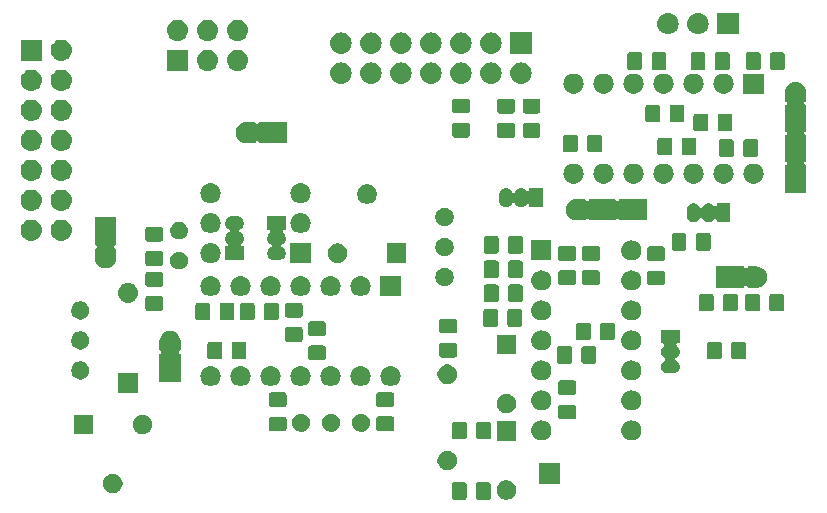
<source format=gbr>
G04 #@! TF.GenerationSoftware,KiCad,Pcbnew,5.1.2*
G04 #@! TF.CreationDate,2019-08-12T01:59:45+02:00*
G04 #@! TF.ProjectId,vco_mk1,76636f5f-6d6b-4312-9e6b-696361645f70,rev?*
G04 #@! TF.SameCoordinates,Original*
G04 #@! TF.FileFunction,Soldermask,Bot*
G04 #@! TF.FilePolarity,Negative*
%FSLAX46Y46*%
G04 Gerber Fmt 4.6, Leading zero omitted, Abs format (unit mm)*
G04 Created by KiCad (PCBNEW 5.1.2) date 2019-08-12 01:59:45*
%MOMM*%
%LPD*%
G04 APERTURE LIST*
%ADD10C,0.150000*%
G04 APERTURE END LIST*
D10*
G36*
X181050274Y-162270665D02*
G01*
X181087967Y-162282099D01*
X181122703Y-162300666D01*
X181153148Y-162325652D01*
X181178134Y-162356097D01*
X181196701Y-162390833D01*
X181208135Y-162428526D01*
X181212600Y-162473861D01*
X181212600Y-163560539D01*
X181208135Y-163605874D01*
X181196701Y-163643567D01*
X181178134Y-163678303D01*
X181153148Y-163708748D01*
X181122703Y-163733734D01*
X181087967Y-163752301D01*
X181050274Y-163763735D01*
X181004939Y-163768200D01*
X180168261Y-163768200D01*
X180122926Y-163763735D01*
X180085233Y-163752301D01*
X180050497Y-163733734D01*
X180020052Y-163708748D01*
X179995066Y-163678303D01*
X179976499Y-163643567D01*
X179965065Y-163605874D01*
X179960600Y-163560539D01*
X179960600Y-162473861D01*
X179965065Y-162428526D01*
X179976499Y-162390833D01*
X179995066Y-162356097D01*
X180020052Y-162325652D01*
X180050497Y-162300666D01*
X180085233Y-162282099D01*
X180122926Y-162270665D01*
X180168261Y-162266200D01*
X181004939Y-162266200D01*
X181050274Y-162270665D01*
X181050274Y-162270665D01*
G37*
G36*
X179000274Y-162270665D02*
G01*
X179037967Y-162282099D01*
X179072703Y-162300666D01*
X179103148Y-162325652D01*
X179128134Y-162356097D01*
X179146701Y-162390833D01*
X179158135Y-162428526D01*
X179162600Y-162473861D01*
X179162600Y-163560539D01*
X179158135Y-163605874D01*
X179146701Y-163643567D01*
X179128134Y-163678303D01*
X179103148Y-163708748D01*
X179072703Y-163733734D01*
X179037967Y-163752301D01*
X179000274Y-163763735D01*
X178954939Y-163768200D01*
X178118261Y-163768200D01*
X178072926Y-163763735D01*
X178035233Y-163752301D01*
X178000497Y-163733734D01*
X177970052Y-163708748D01*
X177945066Y-163678303D01*
X177926499Y-163643567D01*
X177915065Y-163605874D01*
X177910600Y-163560539D01*
X177910600Y-162473861D01*
X177915065Y-162428526D01*
X177926499Y-162390833D01*
X177945066Y-162356097D01*
X177970052Y-162325652D01*
X178000497Y-162300666D01*
X178035233Y-162282099D01*
X178072926Y-162270665D01*
X178118261Y-162266200D01*
X178954939Y-162266200D01*
X179000274Y-162270665D01*
X179000274Y-162270665D01*
G37*
G36*
X182765335Y-162142942D02*
G01*
X182915658Y-162205208D01*
X183050945Y-162295604D01*
X183165996Y-162410655D01*
X183256392Y-162545942D01*
X183318658Y-162696265D01*
X183350400Y-162855846D01*
X183350400Y-163018554D01*
X183318658Y-163178135D01*
X183256392Y-163328458D01*
X183165996Y-163463745D01*
X183050945Y-163578796D01*
X182915658Y-163669192D01*
X182765335Y-163731458D01*
X182605754Y-163763200D01*
X182443046Y-163763200D01*
X182283465Y-163731458D01*
X182133142Y-163669192D01*
X181997855Y-163578796D01*
X181882804Y-163463745D01*
X181792408Y-163328458D01*
X181730142Y-163178135D01*
X181698400Y-163018554D01*
X181698400Y-162855846D01*
X181730142Y-162696265D01*
X181792408Y-162545942D01*
X181882804Y-162410655D01*
X181997855Y-162295604D01*
X182133142Y-162205208D01*
X182283465Y-162142942D01*
X182443046Y-162111200D01*
X182605754Y-162111200D01*
X182765335Y-162142942D01*
X182765335Y-162142942D01*
G37*
G36*
X149451335Y-161584142D02*
G01*
X149601658Y-161646408D01*
X149736945Y-161736804D01*
X149851996Y-161851855D01*
X149942392Y-161987142D01*
X150004658Y-162137465D01*
X150036400Y-162297046D01*
X150036400Y-162459754D01*
X150004658Y-162619335D01*
X149942392Y-162769658D01*
X149851996Y-162904945D01*
X149736945Y-163019996D01*
X149601658Y-163110392D01*
X149451335Y-163172658D01*
X149291754Y-163204400D01*
X149129046Y-163204400D01*
X148969465Y-163172658D01*
X148819142Y-163110392D01*
X148683855Y-163019996D01*
X148568804Y-162904945D01*
X148478408Y-162769658D01*
X148416142Y-162619335D01*
X148384400Y-162459754D01*
X148384400Y-162297046D01*
X148416142Y-162137465D01*
X148478408Y-161987142D01*
X148568804Y-161851855D01*
X148683855Y-161736804D01*
X148819142Y-161646408D01*
X148969465Y-161584142D01*
X149129046Y-161552400D01*
X149291754Y-161552400D01*
X149451335Y-161584142D01*
X149451335Y-161584142D01*
G37*
G36*
X187083000Y-162445000D02*
G01*
X185281000Y-162445000D01*
X185281000Y-160643000D01*
X187083000Y-160643000D01*
X187083000Y-162445000D01*
X187083000Y-162445000D01*
G37*
G36*
X177765335Y-159642942D02*
G01*
X177915658Y-159705208D01*
X178050945Y-159795604D01*
X178165996Y-159910655D01*
X178256392Y-160045942D01*
X178318658Y-160196265D01*
X178350400Y-160355846D01*
X178350400Y-160518554D01*
X178318658Y-160678135D01*
X178256392Y-160828458D01*
X178165996Y-160963745D01*
X178050945Y-161078796D01*
X177915658Y-161169192D01*
X177765335Y-161231458D01*
X177605754Y-161263200D01*
X177443046Y-161263200D01*
X177283465Y-161231458D01*
X177133142Y-161169192D01*
X176997855Y-161078796D01*
X176882804Y-160963745D01*
X176792408Y-160828458D01*
X176730142Y-160678135D01*
X176698400Y-160518554D01*
X176698400Y-160355846D01*
X176730142Y-160196265D01*
X176792408Y-160045942D01*
X176882804Y-159910655D01*
X176997855Y-159795604D01*
X177133142Y-159705208D01*
X177283465Y-159642942D01*
X177443046Y-159611200D01*
X177605754Y-159611200D01*
X177765335Y-159642942D01*
X177765335Y-159642942D01*
G37*
G36*
X183350400Y-158763200D02*
G01*
X181698400Y-158763200D01*
X181698400Y-157111200D01*
X183350400Y-157111200D01*
X183350400Y-158763200D01*
X183350400Y-158763200D01*
G37*
G36*
X185663023Y-157047713D02*
G01*
X185823442Y-157096376D01*
X185935211Y-157156118D01*
X185971278Y-157175396D01*
X186100859Y-157281741D01*
X186207204Y-157411322D01*
X186207205Y-157411324D01*
X186286224Y-157559158D01*
X186334887Y-157719577D01*
X186351317Y-157886400D01*
X186334887Y-158053223D01*
X186286224Y-158213642D01*
X186215314Y-158346306D01*
X186207204Y-158361478D01*
X186100859Y-158491059D01*
X185971278Y-158597404D01*
X185971276Y-158597405D01*
X185823442Y-158676424D01*
X185663023Y-158725087D01*
X185538004Y-158737400D01*
X185454396Y-158737400D01*
X185329377Y-158725087D01*
X185168958Y-158676424D01*
X185021124Y-158597405D01*
X185021122Y-158597404D01*
X184891541Y-158491059D01*
X184785196Y-158361478D01*
X184777086Y-158346306D01*
X184706176Y-158213642D01*
X184657513Y-158053223D01*
X184641083Y-157886400D01*
X184657513Y-157719577D01*
X184706176Y-157559158D01*
X184785195Y-157411324D01*
X184785196Y-157411322D01*
X184891541Y-157281741D01*
X185021122Y-157175396D01*
X185057189Y-157156118D01*
X185168958Y-157096376D01*
X185329377Y-157047713D01*
X185454396Y-157035400D01*
X185538004Y-157035400D01*
X185663023Y-157047713D01*
X185663023Y-157047713D01*
G37*
G36*
X193283023Y-157047713D02*
G01*
X193443442Y-157096376D01*
X193555211Y-157156118D01*
X193591278Y-157175396D01*
X193720859Y-157281741D01*
X193827204Y-157411322D01*
X193827205Y-157411324D01*
X193906224Y-157559158D01*
X193954887Y-157719577D01*
X193971317Y-157886400D01*
X193954887Y-158053223D01*
X193906224Y-158213642D01*
X193835314Y-158346306D01*
X193827204Y-158361478D01*
X193720859Y-158491059D01*
X193591278Y-158597404D01*
X193591276Y-158597405D01*
X193443442Y-158676424D01*
X193283023Y-158725087D01*
X193158004Y-158737400D01*
X193074396Y-158737400D01*
X192949377Y-158725087D01*
X192788958Y-158676424D01*
X192641124Y-158597405D01*
X192641122Y-158597404D01*
X192511541Y-158491059D01*
X192405196Y-158361478D01*
X192397086Y-158346306D01*
X192326176Y-158213642D01*
X192277513Y-158053223D01*
X192261083Y-157886400D01*
X192277513Y-157719577D01*
X192326176Y-157559158D01*
X192405195Y-157411324D01*
X192405196Y-157411322D01*
X192511541Y-157281741D01*
X192641122Y-157175396D01*
X192677189Y-157156118D01*
X192788958Y-157096376D01*
X192949377Y-157047713D01*
X193074396Y-157035400D01*
X193158004Y-157035400D01*
X193283023Y-157047713D01*
X193283023Y-157047713D01*
G37*
G36*
X181066674Y-157139865D02*
G01*
X181104367Y-157151299D01*
X181139103Y-157169866D01*
X181169548Y-157194852D01*
X181194534Y-157225297D01*
X181213101Y-157260033D01*
X181224535Y-157297726D01*
X181229000Y-157343061D01*
X181229000Y-158429739D01*
X181224535Y-158475074D01*
X181213101Y-158512767D01*
X181194534Y-158547503D01*
X181169548Y-158577948D01*
X181139103Y-158602934D01*
X181104367Y-158621501D01*
X181066674Y-158632935D01*
X181021339Y-158637400D01*
X180184661Y-158637400D01*
X180139326Y-158632935D01*
X180101633Y-158621501D01*
X180066897Y-158602934D01*
X180036452Y-158577948D01*
X180011466Y-158547503D01*
X179992899Y-158512767D01*
X179981465Y-158475074D01*
X179977000Y-158429739D01*
X179977000Y-157343061D01*
X179981465Y-157297726D01*
X179992899Y-157260033D01*
X180011466Y-157225297D01*
X180036452Y-157194852D01*
X180066897Y-157169866D01*
X180101633Y-157151299D01*
X180139326Y-157139865D01*
X180184661Y-157135400D01*
X181021339Y-157135400D01*
X181066674Y-157139865D01*
X181066674Y-157139865D01*
G37*
G36*
X179016674Y-157139865D02*
G01*
X179054367Y-157151299D01*
X179089103Y-157169866D01*
X179119548Y-157194852D01*
X179144534Y-157225297D01*
X179163101Y-157260033D01*
X179174535Y-157297726D01*
X179179000Y-157343061D01*
X179179000Y-158429739D01*
X179174535Y-158475074D01*
X179163101Y-158512767D01*
X179144534Y-158547503D01*
X179119548Y-158577948D01*
X179089103Y-158602934D01*
X179054367Y-158621501D01*
X179016674Y-158632935D01*
X178971339Y-158637400D01*
X178134661Y-158637400D01*
X178089326Y-158632935D01*
X178051633Y-158621501D01*
X178016897Y-158602934D01*
X177986452Y-158577948D01*
X177961466Y-158547503D01*
X177942899Y-158512767D01*
X177931465Y-158475074D01*
X177927000Y-158429739D01*
X177927000Y-157343061D01*
X177931465Y-157297726D01*
X177942899Y-157260033D01*
X177961466Y-157225297D01*
X177986452Y-157194852D01*
X178016897Y-157169866D01*
X178051633Y-157151299D01*
X178089326Y-157139865D01*
X178134661Y-157135400D01*
X178971339Y-157135400D01*
X179016674Y-157139865D01*
X179016674Y-157139865D01*
G37*
G36*
X147536400Y-158204400D02*
G01*
X145884400Y-158204400D01*
X145884400Y-156552400D01*
X147536400Y-156552400D01*
X147536400Y-158204400D01*
X147536400Y-158204400D01*
G37*
G36*
X151951335Y-156584142D02*
G01*
X152101658Y-156646408D01*
X152236945Y-156736804D01*
X152351996Y-156851855D01*
X152442392Y-156987142D01*
X152504658Y-157137465D01*
X152536400Y-157297046D01*
X152536400Y-157459754D01*
X152504658Y-157619335D01*
X152442392Y-157769658D01*
X152351996Y-157904945D01*
X152236945Y-158019996D01*
X152101658Y-158110392D01*
X151951335Y-158172658D01*
X151791754Y-158204400D01*
X151629046Y-158204400D01*
X151469465Y-158172658D01*
X151319142Y-158110392D01*
X151183855Y-158019996D01*
X151068804Y-157904945D01*
X150978408Y-157769658D01*
X150916142Y-157619335D01*
X150884400Y-157459754D01*
X150884400Y-157297046D01*
X150916142Y-157137465D01*
X150978408Y-156987142D01*
X151068804Y-156851855D01*
X151183855Y-156736804D01*
X151319142Y-156646408D01*
X151469465Y-156584142D01*
X151629046Y-156552400D01*
X151791754Y-156552400D01*
X151951335Y-156584142D01*
X151951335Y-156584142D01*
G37*
G36*
X170356389Y-156464876D02*
G01*
X170455693Y-156484629D01*
X170596006Y-156542748D01*
X170722284Y-156627125D01*
X170829675Y-156734516D01*
X170914052Y-156860794D01*
X170972171Y-157001107D01*
X170991121Y-157096375D01*
X170998884Y-157135400D01*
X171001800Y-157150063D01*
X171001800Y-157301937D01*
X170972171Y-157450893D01*
X170914052Y-157591206D01*
X170829675Y-157717484D01*
X170722284Y-157824875D01*
X170596006Y-157909252D01*
X170455693Y-157967371D01*
X170356389Y-157987124D01*
X170306738Y-157997000D01*
X170154862Y-157997000D01*
X170105211Y-157987124D01*
X170005907Y-157967371D01*
X169865594Y-157909252D01*
X169739316Y-157824875D01*
X169631925Y-157717484D01*
X169547548Y-157591206D01*
X169489429Y-157450893D01*
X169459800Y-157301937D01*
X169459800Y-157150063D01*
X169462717Y-157135400D01*
X169470479Y-157096375D01*
X169489429Y-157001107D01*
X169547548Y-156860794D01*
X169631925Y-156734516D01*
X169739316Y-156627125D01*
X169865594Y-156542748D01*
X170005907Y-156484629D01*
X170105211Y-156464876D01*
X170154862Y-156455000D01*
X170306738Y-156455000D01*
X170356389Y-156464876D01*
X170356389Y-156464876D01*
G37*
G36*
X167816389Y-156464876D02*
G01*
X167915693Y-156484629D01*
X168056006Y-156542748D01*
X168182284Y-156627125D01*
X168289675Y-156734516D01*
X168374052Y-156860794D01*
X168432171Y-157001107D01*
X168451121Y-157096375D01*
X168458884Y-157135400D01*
X168461800Y-157150063D01*
X168461800Y-157301937D01*
X168432171Y-157450893D01*
X168374052Y-157591206D01*
X168289675Y-157717484D01*
X168182284Y-157824875D01*
X168056006Y-157909252D01*
X167915693Y-157967371D01*
X167816389Y-157987124D01*
X167766738Y-157997000D01*
X167614862Y-157997000D01*
X167565211Y-157987124D01*
X167465907Y-157967371D01*
X167325594Y-157909252D01*
X167199316Y-157824875D01*
X167091925Y-157717484D01*
X167007548Y-157591206D01*
X166949429Y-157450893D01*
X166919800Y-157301937D01*
X166919800Y-157150063D01*
X166922717Y-157135400D01*
X166930479Y-157096375D01*
X166949429Y-157001107D01*
X167007548Y-156860794D01*
X167091925Y-156734516D01*
X167199316Y-156627125D01*
X167325594Y-156542748D01*
X167465907Y-156484629D01*
X167565211Y-156464876D01*
X167614862Y-156455000D01*
X167766738Y-156455000D01*
X167816389Y-156464876D01*
X167816389Y-156464876D01*
G37*
G36*
X165276389Y-156464876D02*
G01*
X165375693Y-156484629D01*
X165516006Y-156542748D01*
X165642284Y-156627125D01*
X165749675Y-156734516D01*
X165834052Y-156860794D01*
X165892171Y-157001107D01*
X165911121Y-157096375D01*
X165918884Y-157135400D01*
X165921800Y-157150063D01*
X165921800Y-157301937D01*
X165892171Y-157450893D01*
X165834052Y-157591206D01*
X165749675Y-157717484D01*
X165642284Y-157824875D01*
X165516006Y-157909252D01*
X165375693Y-157967371D01*
X165276389Y-157987124D01*
X165226738Y-157997000D01*
X165074862Y-157997000D01*
X165025211Y-157987124D01*
X164925907Y-157967371D01*
X164785594Y-157909252D01*
X164659316Y-157824875D01*
X164551925Y-157717484D01*
X164467548Y-157591206D01*
X164409429Y-157450893D01*
X164379800Y-157301937D01*
X164379800Y-157150063D01*
X164382717Y-157135400D01*
X164390479Y-157096375D01*
X164409429Y-157001107D01*
X164467548Y-156860794D01*
X164551925Y-156734516D01*
X164659316Y-156627125D01*
X164785594Y-156542748D01*
X164925907Y-156484629D01*
X165025211Y-156464876D01*
X165074862Y-156455000D01*
X165226738Y-156455000D01*
X165276389Y-156464876D01*
X165276389Y-156464876D01*
G37*
G36*
X163758274Y-156715065D02*
G01*
X163795967Y-156726499D01*
X163830703Y-156745066D01*
X163861148Y-156770052D01*
X163886134Y-156800497D01*
X163904701Y-156835233D01*
X163916135Y-156872926D01*
X163920600Y-156918261D01*
X163920600Y-157754939D01*
X163916135Y-157800274D01*
X163904701Y-157837967D01*
X163886134Y-157872703D01*
X163861148Y-157903148D01*
X163830703Y-157928134D01*
X163795967Y-157946701D01*
X163758274Y-157958135D01*
X163712939Y-157962600D01*
X162626261Y-157962600D01*
X162580926Y-157958135D01*
X162543233Y-157946701D01*
X162508497Y-157928134D01*
X162478052Y-157903148D01*
X162453066Y-157872703D01*
X162434499Y-157837967D01*
X162423065Y-157800274D01*
X162418600Y-157754939D01*
X162418600Y-156918261D01*
X162423065Y-156872926D01*
X162434499Y-156835233D01*
X162453066Y-156800497D01*
X162478052Y-156770052D01*
X162508497Y-156745066D01*
X162543233Y-156726499D01*
X162580926Y-156715065D01*
X162626261Y-156710600D01*
X163712939Y-156710600D01*
X163758274Y-156715065D01*
X163758274Y-156715065D01*
G37*
G36*
X172851474Y-156706065D02*
G01*
X172889167Y-156717499D01*
X172923903Y-156736066D01*
X172954348Y-156761052D01*
X172979334Y-156791497D01*
X172997901Y-156826233D01*
X173009335Y-156863926D01*
X173013800Y-156909261D01*
X173013800Y-157745939D01*
X173009335Y-157791274D01*
X172997901Y-157828967D01*
X172979334Y-157863703D01*
X172954348Y-157894148D01*
X172923903Y-157919134D01*
X172889167Y-157937701D01*
X172851474Y-157949135D01*
X172806139Y-157953600D01*
X171719461Y-157953600D01*
X171674126Y-157949135D01*
X171636433Y-157937701D01*
X171601697Y-157919134D01*
X171571252Y-157894148D01*
X171546266Y-157863703D01*
X171527699Y-157828967D01*
X171516265Y-157791274D01*
X171511800Y-157745939D01*
X171511800Y-156909261D01*
X171516265Y-156863926D01*
X171527699Y-156826233D01*
X171546266Y-156791497D01*
X171571252Y-156761052D01*
X171601697Y-156736066D01*
X171636433Y-156717499D01*
X171674126Y-156706065D01*
X171719461Y-156701600D01*
X172806139Y-156701600D01*
X172851474Y-156706065D01*
X172851474Y-156706065D01*
G37*
G36*
X188269274Y-155699065D02*
G01*
X188306967Y-155710499D01*
X188341703Y-155729066D01*
X188372148Y-155754052D01*
X188397134Y-155784497D01*
X188415701Y-155819233D01*
X188427135Y-155856926D01*
X188431600Y-155902261D01*
X188431600Y-156738939D01*
X188427135Y-156784274D01*
X188415701Y-156821967D01*
X188397134Y-156856703D01*
X188372148Y-156887148D01*
X188341703Y-156912134D01*
X188306967Y-156930701D01*
X188269274Y-156942135D01*
X188223939Y-156946600D01*
X187137261Y-156946600D01*
X187091926Y-156942135D01*
X187054233Y-156930701D01*
X187019497Y-156912134D01*
X186989052Y-156887148D01*
X186964066Y-156856703D01*
X186945499Y-156821967D01*
X186934065Y-156784274D01*
X186929600Y-156738939D01*
X186929600Y-155902261D01*
X186934065Y-155856926D01*
X186945499Y-155819233D01*
X186964066Y-155784497D01*
X186989052Y-155754052D01*
X187019497Y-155729066D01*
X187054233Y-155710499D01*
X187091926Y-155699065D01*
X187137261Y-155694600D01*
X188223939Y-155694600D01*
X188269274Y-155699065D01*
X188269274Y-155699065D01*
G37*
G36*
X182765335Y-154827742D02*
G01*
X182915658Y-154890008D01*
X183050945Y-154980404D01*
X183165996Y-155095455D01*
X183256392Y-155230742D01*
X183318658Y-155381065D01*
X183350400Y-155540646D01*
X183350400Y-155703354D01*
X183318658Y-155862935D01*
X183256392Y-156013258D01*
X183165996Y-156148545D01*
X183050945Y-156263596D01*
X182915658Y-156353992D01*
X182765335Y-156416258D01*
X182605754Y-156448000D01*
X182443046Y-156448000D01*
X182283465Y-156416258D01*
X182133142Y-156353992D01*
X181997855Y-156263596D01*
X181882804Y-156148545D01*
X181792408Y-156013258D01*
X181730142Y-155862935D01*
X181698400Y-155703354D01*
X181698400Y-155540646D01*
X181730142Y-155381065D01*
X181792408Y-155230742D01*
X181882804Y-155095455D01*
X181997855Y-154980404D01*
X182133142Y-154890008D01*
X182283465Y-154827742D01*
X182443046Y-154796000D01*
X182605754Y-154796000D01*
X182765335Y-154827742D01*
X182765335Y-154827742D01*
G37*
G36*
X193283023Y-154507713D02*
G01*
X193443442Y-154556376D01*
X193570756Y-154624427D01*
X193591278Y-154635396D01*
X193720859Y-154741741D01*
X193827204Y-154871322D01*
X193827205Y-154871324D01*
X193906224Y-155019158D01*
X193954887Y-155179577D01*
X193971317Y-155346400D01*
X193954887Y-155513223D01*
X193906224Y-155673642D01*
X193847964Y-155782638D01*
X193827204Y-155821478D01*
X193720859Y-155951059D01*
X193591278Y-156057404D01*
X193591276Y-156057405D01*
X193443442Y-156136424D01*
X193283023Y-156185087D01*
X193158004Y-156197400D01*
X193074396Y-156197400D01*
X192949377Y-156185087D01*
X192788958Y-156136424D01*
X192641124Y-156057405D01*
X192641122Y-156057404D01*
X192511541Y-155951059D01*
X192405196Y-155821478D01*
X192384436Y-155782638D01*
X192326176Y-155673642D01*
X192277513Y-155513223D01*
X192261083Y-155346400D01*
X192277513Y-155179577D01*
X192326176Y-155019158D01*
X192405195Y-154871324D01*
X192405196Y-154871322D01*
X192511541Y-154741741D01*
X192641122Y-154635396D01*
X192661644Y-154624427D01*
X192788958Y-154556376D01*
X192949377Y-154507713D01*
X193074396Y-154495400D01*
X193158004Y-154495400D01*
X193283023Y-154507713D01*
X193283023Y-154507713D01*
G37*
G36*
X185663023Y-154507713D02*
G01*
X185823442Y-154556376D01*
X185950756Y-154624427D01*
X185971278Y-154635396D01*
X186100859Y-154741741D01*
X186207204Y-154871322D01*
X186207205Y-154871324D01*
X186286224Y-155019158D01*
X186334887Y-155179577D01*
X186351317Y-155346400D01*
X186334887Y-155513223D01*
X186286224Y-155673642D01*
X186227964Y-155782638D01*
X186207204Y-155821478D01*
X186100859Y-155951059D01*
X185971278Y-156057404D01*
X185971276Y-156057405D01*
X185823442Y-156136424D01*
X185663023Y-156185087D01*
X185538004Y-156197400D01*
X185454396Y-156197400D01*
X185329377Y-156185087D01*
X185168958Y-156136424D01*
X185021124Y-156057405D01*
X185021122Y-156057404D01*
X184891541Y-155951059D01*
X184785196Y-155821478D01*
X184764436Y-155782638D01*
X184706176Y-155673642D01*
X184657513Y-155513223D01*
X184641083Y-155346400D01*
X184657513Y-155179577D01*
X184706176Y-155019158D01*
X184785195Y-154871324D01*
X184785196Y-154871322D01*
X184891541Y-154741741D01*
X185021122Y-154635396D01*
X185041644Y-154624427D01*
X185168958Y-154556376D01*
X185329377Y-154507713D01*
X185454396Y-154495400D01*
X185538004Y-154495400D01*
X185663023Y-154507713D01*
X185663023Y-154507713D01*
G37*
G36*
X163758274Y-154665065D02*
G01*
X163795967Y-154676499D01*
X163830703Y-154695066D01*
X163861148Y-154720052D01*
X163886134Y-154750497D01*
X163904701Y-154785233D01*
X163916135Y-154822926D01*
X163920600Y-154868261D01*
X163920600Y-155704939D01*
X163916135Y-155750274D01*
X163904701Y-155787967D01*
X163886134Y-155822703D01*
X163861148Y-155853148D01*
X163830703Y-155878134D01*
X163795967Y-155896701D01*
X163758274Y-155908135D01*
X163712939Y-155912600D01*
X162626261Y-155912600D01*
X162580926Y-155908135D01*
X162543233Y-155896701D01*
X162508497Y-155878134D01*
X162478052Y-155853148D01*
X162453066Y-155822703D01*
X162434499Y-155787967D01*
X162423065Y-155750274D01*
X162418600Y-155704939D01*
X162418600Y-154868261D01*
X162423065Y-154822926D01*
X162434499Y-154785233D01*
X162453066Y-154750497D01*
X162478052Y-154720052D01*
X162508497Y-154695066D01*
X162543233Y-154676499D01*
X162580926Y-154665065D01*
X162626261Y-154660600D01*
X163712939Y-154660600D01*
X163758274Y-154665065D01*
X163758274Y-154665065D01*
G37*
G36*
X172851474Y-154656065D02*
G01*
X172889167Y-154667499D01*
X172923903Y-154686066D01*
X172954348Y-154711052D01*
X172979334Y-154741497D01*
X172997901Y-154776233D01*
X173009335Y-154813926D01*
X173013800Y-154859261D01*
X173013800Y-155695939D01*
X173009335Y-155741274D01*
X172997901Y-155778967D01*
X172979334Y-155813703D01*
X172954348Y-155844148D01*
X172923903Y-155869134D01*
X172889167Y-155887701D01*
X172851474Y-155899135D01*
X172806139Y-155903600D01*
X171719461Y-155903600D01*
X171674126Y-155899135D01*
X171636433Y-155887701D01*
X171601697Y-155869134D01*
X171571252Y-155844148D01*
X171546266Y-155813703D01*
X171527699Y-155778967D01*
X171516265Y-155741274D01*
X171511800Y-155695939D01*
X171511800Y-154859261D01*
X171516265Y-154813926D01*
X171527699Y-154776233D01*
X171546266Y-154741497D01*
X171571252Y-154711052D01*
X171601697Y-154686066D01*
X171636433Y-154667499D01*
X171674126Y-154656065D01*
X171719461Y-154651600D01*
X172806139Y-154651600D01*
X172851474Y-154656065D01*
X172851474Y-154656065D01*
G37*
G36*
X188269274Y-153649065D02*
G01*
X188306967Y-153660499D01*
X188341703Y-153679066D01*
X188372148Y-153704052D01*
X188397134Y-153734497D01*
X188415701Y-153769233D01*
X188427135Y-153806926D01*
X188431600Y-153852261D01*
X188431600Y-154688939D01*
X188427135Y-154734274D01*
X188415701Y-154771967D01*
X188397134Y-154806703D01*
X188372148Y-154837148D01*
X188341703Y-154862134D01*
X188306967Y-154880701D01*
X188269274Y-154892135D01*
X188223939Y-154896600D01*
X187137261Y-154896600D01*
X187091926Y-154892135D01*
X187054233Y-154880701D01*
X187019497Y-154862134D01*
X186989052Y-154837148D01*
X186964066Y-154806703D01*
X186945499Y-154771967D01*
X186934065Y-154734274D01*
X186929600Y-154688939D01*
X186929600Y-153852261D01*
X186934065Y-153806926D01*
X186945499Y-153769233D01*
X186964066Y-153734497D01*
X186989052Y-153704052D01*
X187019497Y-153679066D01*
X187054233Y-153660499D01*
X187091926Y-153649065D01*
X187137261Y-153644600D01*
X188223939Y-153644600D01*
X188269274Y-153649065D01*
X188269274Y-153649065D01*
G37*
G36*
X151346000Y-154711500D02*
G01*
X149644000Y-154711500D01*
X149644000Y-153009500D01*
X151346000Y-153009500D01*
X151346000Y-154711500D01*
X151346000Y-154711500D01*
G37*
G36*
X172886823Y-152450313D02*
G01*
X173047242Y-152498976D01*
X173179906Y-152569886D01*
X173195078Y-152577996D01*
X173324659Y-152684341D01*
X173431004Y-152813922D01*
X173431005Y-152813924D01*
X173510024Y-152961758D01*
X173558687Y-153122177D01*
X173575117Y-153289000D01*
X173558687Y-153455823D01*
X173558686Y-153455825D01*
X173516036Y-153596425D01*
X173510024Y-153616242D01*
X173452256Y-153724318D01*
X173431004Y-153764078D01*
X173324659Y-153893659D01*
X173195078Y-154000004D01*
X173195076Y-154000005D01*
X173047242Y-154079024D01*
X172886823Y-154127687D01*
X172761804Y-154140000D01*
X172678196Y-154140000D01*
X172553177Y-154127687D01*
X172392758Y-154079024D01*
X172244924Y-154000005D01*
X172244922Y-154000004D01*
X172115341Y-153893659D01*
X172008996Y-153764078D01*
X171987744Y-153724318D01*
X171929976Y-153616242D01*
X171923965Y-153596425D01*
X171881314Y-153455825D01*
X171881313Y-153455823D01*
X171864883Y-153289000D01*
X171881313Y-153122177D01*
X171929976Y-152961758D01*
X172008995Y-152813924D01*
X172008996Y-152813922D01*
X172115341Y-152684341D01*
X172244922Y-152577996D01*
X172260094Y-152569886D01*
X172392758Y-152498976D01*
X172553177Y-152450313D01*
X172678196Y-152438000D01*
X172761804Y-152438000D01*
X172886823Y-152450313D01*
X172886823Y-152450313D01*
G37*
G36*
X170346823Y-152450313D02*
G01*
X170507242Y-152498976D01*
X170639906Y-152569886D01*
X170655078Y-152577996D01*
X170784659Y-152684341D01*
X170891004Y-152813922D01*
X170891005Y-152813924D01*
X170970024Y-152961758D01*
X171018687Y-153122177D01*
X171035117Y-153289000D01*
X171018687Y-153455823D01*
X171018686Y-153455825D01*
X170976036Y-153596425D01*
X170970024Y-153616242D01*
X170912256Y-153724318D01*
X170891004Y-153764078D01*
X170784659Y-153893659D01*
X170655078Y-154000004D01*
X170655076Y-154000005D01*
X170507242Y-154079024D01*
X170346823Y-154127687D01*
X170221804Y-154140000D01*
X170138196Y-154140000D01*
X170013177Y-154127687D01*
X169852758Y-154079024D01*
X169704924Y-154000005D01*
X169704922Y-154000004D01*
X169575341Y-153893659D01*
X169468996Y-153764078D01*
X169447744Y-153724318D01*
X169389976Y-153616242D01*
X169383965Y-153596425D01*
X169341314Y-153455825D01*
X169341313Y-153455823D01*
X169324883Y-153289000D01*
X169341313Y-153122177D01*
X169389976Y-152961758D01*
X169468995Y-152813924D01*
X169468996Y-152813922D01*
X169575341Y-152684341D01*
X169704922Y-152577996D01*
X169720094Y-152569886D01*
X169852758Y-152498976D01*
X170013177Y-152450313D01*
X170138196Y-152438000D01*
X170221804Y-152438000D01*
X170346823Y-152450313D01*
X170346823Y-152450313D01*
G37*
G36*
X167806823Y-152450313D02*
G01*
X167967242Y-152498976D01*
X168099906Y-152569886D01*
X168115078Y-152577996D01*
X168244659Y-152684341D01*
X168351004Y-152813922D01*
X168351005Y-152813924D01*
X168430024Y-152961758D01*
X168478687Y-153122177D01*
X168495117Y-153289000D01*
X168478687Y-153455823D01*
X168478686Y-153455825D01*
X168436036Y-153596425D01*
X168430024Y-153616242D01*
X168372256Y-153724318D01*
X168351004Y-153764078D01*
X168244659Y-153893659D01*
X168115078Y-154000004D01*
X168115076Y-154000005D01*
X167967242Y-154079024D01*
X167806823Y-154127687D01*
X167681804Y-154140000D01*
X167598196Y-154140000D01*
X167473177Y-154127687D01*
X167312758Y-154079024D01*
X167164924Y-154000005D01*
X167164922Y-154000004D01*
X167035341Y-153893659D01*
X166928996Y-153764078D01*
X166907744Y-153724318D01*
X166849976Y-153616242D01*
X166843965Y-153596425D01*
X166801314Y-153455825D01*
X166801313Y-153455823D01*
X166784883Y-153289000D01*
X166801313Y-153122177D01*
X166849976Y-152961758D01*
X166928995Y-152813924D01*
X166928996Y-152813922D01*
X167035341Y-152684341D01*
X167164922Y-152577996D01*
X167180094Y-152569886D01*
X167312758Y-152498976D01*
X167473177Y-152450313D01*
X167598196Y-152438000D01*
X167681804Y-152438000D01*
X167806823Y-152450313D01*
X167806823Y-152450313D01*
G37*
G36*
X165266823Y-152450313D02*
G01*
X165427242Y-152498976D01*
X165559906Y-152569886D01*
X165575078Y-152577996D01*
X165704659Y-152684341D01*
X165811004Y-152813922D01*
X165811005Y-152813924D01*
X165890024Y-152961758D01*
X165938687Y-153122177D01*
X165955117Y-153289000D01*
X165938687Y-153455823D01*
X165938686Y-153455825D01*
X165896036Y-153596425D01*
X165890024Y-153616242D01*
X165832256Y-153724318D01*
X165811004Y-153764078D01*
X165704659Y-153893659D01*
X165575078Y-154000004D01*
X165575076Y-154000005D01*
X165427242Y-154079024D01*
X165266823Y-154127687D01*
X165141804Y-154140000D01*
X165058196Y-154140000D01*
X164933177Y-154127687D01*
X164772758Y-154079024D01*
X164624924Y-154000005D01*
X164624922Y-154000004D01*
X164495341Y-153893659D01*
X164388996Y-153764078D01*
X164367744Y-153724318D01*
X164309976Y-153616242D01*
X164303965Y-153596425D01*
X164261314Y-153455825D01*
X164261313Y-153455823D01*
X164244883Y-153289000D01*
X164261313Y-153122177D01*
X164309976Y-152961758D01*
X164388995Y-152813924D01*
X164388996Y-152813922D01*
X164495341Y-152684341D01*
X164624922Y-152577996D01*
X164640094Y-152569886D01*
X164772758Y-152498976D01*
X164933177Y-152450313D01*
X165058196Y-152438000D01*
X165141804Y-152438000D01*
X165266823Y-152450313D01*
X165266823Y-152450313D01*
G37*
G36*
X160186823Y-152450313D02*
G01*
X160347242Y-152498976D01*
X160479906Y-152569886D01*
X160495078Y-152577996D01*
X160624659Y-152684341D01*
X160731004Y-152813922D01*
X160731005Y-152813924D01*
X160810024Y-152961758D01*
X160858687Y-153122177D01*
X160875117Y-153289000D01*
X160858687Y-153455823D01*
X160858686Y-153455825D01*
X160816036Y-153596425D01*
X160810024Y-153616242D01*
X160752256Y-153724318D01*
X160731004Y-153764078D01*
X160624659Y-153893659D01*
X160495078Y-154000004D01*
X160495076Y-154000005D01*
X160347242Y-154079024D01*
X160186823Y-154127687D01*
X160061804Y-154140000D01*
X159978196Y-154140000D01*
X159853177Y-154127687D01*
X159692758Y-154079024D01*
X159544924Y-154000005D01*
X159544922Y-154000004D01*
X159415341Y-153893659D01*
X159308996Y-153764078D01*
X159287744Y-153724318D01*
X159229976Y-153616242D01*
X159223965Y-153596425D01*
X159181314Y-153455825D01*
X159181313Y-153455823D01*
X159164883Y-153289000D01*
X159181313Y-153122177D01*
X159229976Y-152961758D01*
X159308995Y-152813924D01*
X159308996Y-152813922D01*
X159415341Y-152684341D01*
X159544922Y-152577996D01*
X159560094Y-152569886D01*
X159692758Y-152498976D01*
X159853177Y-152450313D01*
X159978196Y-152438000D01*
X160061804Y-152438000D01*
X160186823Y-152450313D01*
X160186823Y-152450313D01*
G37*
G36*
X157646823Y-152450313D02*
G01*
X157807242Y-152498976D01*
X157939906Y-152569886D01*
X157955078Y-152577996D01*
X158084659Y-152684341D01*
X158191004Y-152813922D01*
X158191005Y-152813924D01*
X158270024Y-152961758D01*
X158318687Y-153122177D01*
X158335117Y-153289000D01*
X158318687Y-153455823D01*
X158318686Y-153455825D01*
X158276036Y-153596425D01*
X158270024Y-153616242D01*
X158212256Y-153724318D01*
X158191004Y-153764078D01*
X158084659Y-153893659D01*
X157955078Y-154000004D01*
X157955076Y-154000005D01*
X157807242Y-154079024D01*
X157646823Y-154127687D01*
X157521804Y-154140000D01*
X157438196Y-154140000D01*
X157313177Y-154127687D01*
X157152758Y-154079024D01*
X157004924Y-154000005D01*
X157004922Y-154000004D01*
X156875341Y-153893659D01*
X156768996Y-153764078D01*
X156747744Y-153724318D01*
X156689976Y-153616242D01*
X156683965Y-153596425D01*
X156641314Y-153455825D01*
X156641313Y-153455823D01*
X156624883Y-153289000D01*
X156641313Y-153122177D01*
X156689976Y-152961758D01*
X156768995Y-152813924D01*
X156768996Y-152813922D01*
X156875341Y-152684341D01*
X157004922Y-152577996D01*
X157020094Y-152569886D01*
X157152758Y-152498976D01*
X157313177Y-152450313D01*
X157438196Y-152438000D01*
X157521804Y-152438000D01*
X157646823Y-152450313D01*
X157646823Y-152450313D01*
G37*
G36*
X162726823Y-152450313D02*
G01*
X162887242Y-152498976D01*
X163019906Y-152569886D01*
X163035078Y-152577996D01*
X163164659Y-152684341D01*
X163271004Y-152813922D01*
X163271005Y-152813924D01*
X163350024Y-152961758D01*
X163398687Y-153122177D01*
X163415117Y-153289000D01*
X163398687Y-153455823D01*
X163398686Y-153455825D01*
X163356036Y-153596425D01*
X163350024Y-153616242D01*
X163292256Y-153724318D01*
X163271004Y-153764078D01*
X163164659Y-153893659D01*
X163035078Y-154000004D01*
X163035076Y-154000005D01*
X162887242Y-154079024D01*
X162726823Y-154127687D01*
X162601804Y-154140000D01*
X162518196Y-154140000D01*
X162393177Y-154127687D01*
X162232758Y-154079024D01*
X162084924Y-154000005D01*
X162084922Y-154000004D01*
X161955341Y-153893659D01*
X161848996Y-153764078D01*
X161827744Y-153724318D01*
X161769976Y-153616242D01*
X161763965Y-153596425D01*
X161721314Y-153455825D01*
X161721313Y-153455823D01*
X161704883Y-153289000D01*
X161721313Y-153122177D01*
X161769976Y-152961758D01*
X161848995Y-152813924D01*
X161848996Y-152813922D01*
X161955341Y-152684341D01*
X162084922Y-152577996D01*
X162100094Y-152569886D01*
X162232758Y-152498976D01*
X162393177Y-152450313D01*
X162518196Y-152438000D01*
X162601804Y-152438000D01*
X162726823Y-152450313D01*
X162726823Y-152450313D01*
G37*
G36*
X177765335Y-152327742D02*
G01*
X177915658Y-152390008D01*
X178050945Y-152480404D01*
X178165996Y-152595455D01*
X178256392Y-152730742D01*
X178318658Y-152881065D01*
X178350400Y-153040646D01*
X178350400Y-153203354D01*
X178318658Y-153362935D01*
X178256392Y-153513258D01*
X178165996Y-153648545D01*
X178050945Y-153763596D01*
X177915658Y-153853992D01*
X177765335Y-153916258D01*
X177605754Y-153948000D01*
X177443046Y-153948000D01*
X177283465Y-153916258D01*
X177133142Y-153853992D01*
X176997855Y-153763596D01*
X176882804Y-153648545D01*
X176792408Y-153513258D01*
X176730142Y-153362935D01*
X176698400Y-153203354D01*
X176698400Y-153040646D01*
X176730142Y-152881065D01*
X176792408Y-152730742D01*
X176882804Y-152595455D01*
X176997855Y-152480404D01*
X177133142Y-152390008D01*
X177283465Y-152327742D01*
X177443046Y-152296000D01*
X177605754Y-152296000D01*
X177765335Y-152327742D01*
X177765335Y-152327742D01*
G37*
G36*
X154150455Y-149472435D02*
G01*
X154301836Y-149502547D01*
X154323255Y-149509045D01*
X154465854Y-149568111D01*
X154485599Y-149578665D01*
X154613936Y-149664417D01*
X154631241Y-149678618D01*
X154740382Y-149787759D01*
X154754583Y-149805064D01*
X154840335Y-149933401D01*
X154850889Y-149953146D01*
X154909955Y-150095745D01*
X154916453Y-150117164D01*
X154946565Y-150268545D01*
X154948759Y-150290825D01*
X154948759Y-150331207D01*
X154950190Y-150345737D01*
X154950056Y-150345750D01*
X154952852Y-150374140D01*
X154952852Y-151061860D01*
X154951263Y-151077999D01*
X154948348Y-151087608D01*
X154943610Y-151096472D01*
X154936722Y-151104865D01*
X154926543Y-151113439D01*
X154832687Y-151179690D01*
X154814150Y-151195715D01*
X154799095Y-151215049D01*
X154788101Y-151236948D01*
X154781591Y-151260572D01*
X154779814Y-151285011D01*
X154782840Y-151309328D01*
X154790551Y-151332587D01*
X154802652Y-151353895D01*
X154818677Y-151372432D01*
X154838011Y-151387487D01*
X154859910Y-151398481D01*
X154895710Y-151406480D01*
X154909704Y-151407497D01*
X154910578Y-151407738D01*
X154919392Y-151410167D01*
X154919393Y-151410167D01*
X154919395Y-151410168D01*
X154923900Y-151412430D01*
X154928371Y-151414674D01*
X154929290Y-151415390D01*
X154936298Y-151420847D01*
X154942867Y-151428446D01*
X154947828Y-151437181D01*
X154947828Y-151437182D01*
X154950990Y-151446718D01*
X154952247Y-151458000D01*
X154952247Y-151459517D01*
X154952852Y-151464945D01*
X154952852Y-153751860D01*
X154951263Y-153767999D01*
X154948348Y-153777608D01*
X154943610Y-153786472D01*
X154937237Y-153794237D01*
X154929472Y-153800610D01*
X154920608Y-153805348D01*
X154910999Y-153808263D01*
X154894860Y-153809852D01*
X153207140Y-153809852D01*
X153191001Y-153808263D01*
X153181392Y-153805348D01*
X153172528Y-153800610D01*
X153164763Y-153794237D01*
X153158390Y-153786472D01*
X153153652Y-153777608D01*
X153150737Y-153767999D01*
X153149148Y-153751860D01*
X153149148Y-151464140D01*
X153150738Y-151448000D01*
X153153652Y-151438392D01*
X153158390Y-151429528D01*
X153164763Y-151421763D01*
X153172528Y-151415390D01*
X153181392Y-151410652D01*
X153191001Y-151407737D01*
X153209119Y-151405953D01*
X153233153Y-151401173D01*
X153255791Y-151391796D01*
X153276166Y-151378182D01*
X153293493Y-151360855D01*
X153307107Y-151340481D01*
X153316484Y-151317842D01*
X153321265Y-151293809D01*
X153321265Y-151269305D01*
X153316485Y-151245271D01*
X153307108Y-151222633D01*
X153293494Y-151202258D01*
X153268953Y-151179436D01*
X153176114Y-151113903D01*
X153163847Y-151103298D01*
X153160760Y-151099334D01*
X153157674Y-151095371D01*
X153153777Y-151087608D01*
X153153168Y-151086395D01*
X153150283Y-151075927D01*
X153149148Y-151062662D01*
X153149148Y-150374140D01*
X153151709Y-150348136D01*
X153152639Y-150343461D01*
X153153241Y-150331207D01*
X153153241Y-150290825D01*
X153155435Y-150268545D01*
X153185547Y-150117164D01*
X153192045Y-150095745D01*
X153251111Y-149953146D01*
X153261665Y-149933401D01*
X153347417Y-149805064D01*
X153361618Y-149787759D01*
X153470759Y-149678618D01*
X153488064Y-149664417D01*
X153616401Y-149578665D01*
X153636146Y-149568111D01*
X153778745Y-149509045D01*
X153800164Y-149502547D01*
X153951545Y-149472435D01*
X153973825Y-149470241D01*
X154128175Y-149470241D01*
X154150455Y-149472435D01*
X154150455Y-149472435D01*
G37*
G36*
X193283023Y-151967713D02*
G01*
X193443442Y-152016376D01*
X193534465Y-152065029D01*
X193591278Y-152095396D01*
X193720859Y-152201741D01*
X193827204Y-152331322D01*
X193827205Y-152331324D01*
X193906224Y-152479158D01*
X193906225Y-152479161D01*
X193912236Y-152498976D01*
X193954887Y-152639577D01*
X193971317Y-152806400D01*
X193954887Y-152973223D01*
X193906224Y-153133642D01*
X193868962Y-153203354D01*
X193827204Y-153281478D01*
X193720859Y-153411059D01*
X193591278Y-153517404D01*
X193591276Y-153517405D01*
X193443442Y-153596424D01*
X193283023Y-153645087D01*
X193158004Y-153657400D01*
X193074396Y-153657400D01*
X192949377Y-153645087D01*
X192788958Y-153596424D01*
X192641124Y-153517405D01*
X192641122Y-153517404D01*
X192511541Y-153411059D01*
X192405196Y-153281478D01*
X192363438Y-153203354D01*
X192326176Y-153133642D01*
X192277513Y-152973223D01*
X192261083Y-152806400D01*
X192277513Y-152639577D01*
X192320164Y-152498976D01*
X192326175Y-152479161D01*
X192326176Y-152479158D01*
X192405195Y-152331324D01*
X192405196Y-152331322D01*
X192511541Y-152201741D01*
X192641122Y-152095396D01*
X192697935Y-152065029D01*
X192788958Y-152016376D01*
X192949377Y-151967713D01*
X193074396Y-151955400D01*
X193158004Y-151955400D01*
X193283023Y-151967713D01*
X193283023Y-151967713D01*
G37*
G36*
X185663023Y-151967713D02*
G01*
X185823442Y-152016376D01*
X185914465Y-152065029D01*
X185971278Y-152095396D01*
X186100859Y-152201741D01*
X186207204Y-152331322D01*
X186207205Y-152331324D01*
X186286224Y-152479158D01*
X186286225Y-152479161D01*
X186292236Y-152498976D01*
X186334887Y-152639577D01*
X186351317Y-152806400D01*
X186334887Y-152973223D01*
X186286224Y-153133642D01*
X186248962Y-153203354D01*
X186207204Y-153281478D01*
X186100859Y-153411059D01*
X185971278Y-153517404D01*
X185971276Y-153517405D01*
X185823442Y-153596424D01*
X185663023Y-153645087D01*
X185538004Y-153657400D01*
X185454396Y-153657400D01*
X185329377Y-153645087D01*
X185168958Y-153596424D01*
X185021124Y-153517405D01*
X185021122Y-153517404D01*
X184891541Y-153411059D01*
X184785196Y-153281478D01*
X184743438Y-153203354D01*
X184706176Y-153133642D01*
X184657513Y-152973223D01*
X184641083Y-152806400D01*
X184657513Y-152639577D01*
X184700164Y-152498976D01*
X184706175Y-152479161D01*
X184706176Y-152479158D01*
X184785195Y-152331324D01*
X184785196Y-152331322D01*
X184891541Y-152201741D01*
X185021122Y-152095396D01*
X185077935Y-152065029D01*
X185168958Y-152016376D01*
X185329377Y-151967713D01*
X185454396Y-151955400D01*
X185538004Y-151955400D01*
X185663023Y-151967713D01*
X185663023Y-151967713D01*
G37*
G36*
X146581989Y-152045276D02*
G01*
X146681293Y-152065029D01*
X146821606Y-152123148D01*
X146947884Y-152207525D01*
X147055275Y-152314916D01*
X147139652Y-152441194D01*
X147197771Y-152581507D01*
X147227400Y-152730463D01*
X147227400Y-152882337D01*
X147197771Y-153031293D01*
X147139652Y-153171606D01*
X147055275Y-153297884D01*
X146947884Y-153405275D01*
X146821606Y-153489652D01*
X146681293Y-153547771D01*
X146581989Y-153567524D01*
X146532338Y-153577400D01*
X146380462Y-153577400D01*
X146330811Y-153567524D01*
X146231507Y-153547771D01*
X146091194Y-153489652D01*
X145964916Y-153405275D01*
X145857525Y-153297884D01*
X145773148Y-153171606D01*
X145715029Y-153031293D01*
X145685400Y-152882337D01*
X145685400Y-152730463D01*
X145715029Y-152581507D01*
X145773148Y-152441194D01*
X145857525Y-152314916D01*
X145964916Y-152207525D01*
X146091194Y-152123148D01*
X146231507Y-152065029D01*
X146330811Y-152045276D01*
X146380462Y-152035400D01*
X146532338Y-152035400D01*
X146581989Y-152045276D01*
X146581989Y-152045276D01*
G37*
G36*
X197206500Y-150499500D02*
G01*
X197042160Y-150499500D01*
X197017774Y-150501902D01*
X196994325Y-150509015D01*
X196972714Y-150520566D01*
X196953772Y-150536111D01*
X196938227Y-150555053D01*
X196926676Y-150576664D01*
X196919563Y-150600113D01*
X196917161Y-150624499D01*
X196919563Y-150648885D01*
X196926676Y-150672334D01*
X196938227Y-150693945D01*
X196953772Y-150712887D01*
X196962845Y-150721109D01*
X197039764Y-150784236D01*
X197111744Y-150871943D01*
X197128139Y-150902617D01*
X197165228Y-150972005D01*
X197165229Y-150972008D01*
X197198166Y-151080584D01*
X197209287Y-151193500D01*
X197198166Y-151306416D01*
X197166545Y-151410654D01*
X197165228Y-151414995D01*
X197152723Y-151438389D01*
X197111744Y-151515057D01*
X197039764Y-151602764D01*
X196952057Y-151674744D01*
X196871148Y-151717990D01*
X196870641Y-151718261D01*
X196850266Y-151731875D01*
X196832939Y-151749202D01*
X196819326Y-151769576D01*
X196809948Y-151792215D01*
X196805168Y-151816248D01*
X196805168Y-151840752D01*
X196809948Y-151864785D01*
X196819326Y-151887424D01*
X196832940Y-151907799D01*
X196850267Y-151925126D01*
X196870641Y-151938739D01*
X196952057Y-151982256D01*
X197039764Y-152054236D01*
X197111744Y-152141943D01*
X197130561Y-152177148D01*
X197165228Y-152242005D01*
X197165229Y-152242008D01*
X197198166Y-152350584D01*
X197209287Y-152463500D01*
X197198166Y-152576416D01*
X197165426Y-152684341D01*
X197165228Y-152684995D01*
X197145929Y-152721101D01*
X197111744Y-152785057D01*
X197039764Y-152872764D01*
X196952057Y-152944744D01*
X196898772Y-152973225D01*
X196851995Y-152998228D01*
X196851992Y-152998229D01*
X196743416Y-153031166D01*
X196658798Y-153039500D01*
X196152202Y-153039500D01*
X196067584Y-153031166D01*
X195959008Y-152998229D01*
X195959005Y-152998228D01*
X195912228Y-152973225D01*
X195858943Y-152944744D01*
X195771236Y-152872764D01*
X195699256Y-152785057D01*
X195665071Y-152721101D01*
X195645772Y-152684995D01*
X195645574Y-152684341D01*
X195612834Y-152576416D01*
X195601713Y-152463500D01*
X195612834Y-152350584D01*
X195645771Y-152242008D01*
X195645772Y-152242005D01*
X195680439Y-152177148D01*
X195699256Y-152141943D01*
X195771236Y-152054236D01*
X195858943Y-151982256D01*
X195940359Y-151938739D01*
X195960734Y-151925125D01*
X195978061Y-151907798D01*
X195991674Y-151887424D01*
X196001052Y-151864785D01*
X196005832Y-151840752D01*
X196005832Y-151816248D01*
X196001052Y-151792215D01*
X195991674Y-151769576D01*
X195978060Y-151749201D01*
X195960733Y-151731874D01*
X195940359Y-151718261D01*
X195939852Y-151717990D01*
X195858943Y-151674744D01*
X195771236Y-151602764D01*
X195699256Y-151515057D01*
X195658277Y-151438389D01*
X195645772Y-151414995D01*
X195644455Y-151410654D01*
X195612834Y-151306416D01*
X195601713Y-151193500D01*
X195612834Y-151080584D01*
X195645771Y-150972008D01*
X195645772Y-150972005D01*
X195682861Y-150902617D01*
X195699256Y-150871943D01*
X195771236Y-150784236D01*
X195848146Y-150721117D01*
X195865465Y-150703798D01*
X195879079Y-150683423D01*
X195888457Y-150660784D01*
X195893237Y-150636751D01*
X195893237Y-150612247D01*
X195888457Y-150588214D01*
X195879079Y-150565575D01*
X195865466Y-150545201D01*
X195848139Y-150527874D01*
X195827764Y-150514260D01*
X195805125Y-150504882D01*
X195781092Y-150500102D01*
X195768840Y-150499500D01*
X195604500Y-150499500D01*
X195604500Y-149347500D01*
X197206500Y-149347500D01*
X197206500Y-150499500D01*
X197206500Y-150499500D01*
G37*
G36*
X189982074Y-150739065D02*
G01*
X190019767Y-150750499D01*
X190054503Y-150769066D01*
X190084948Y-150794052D01*
X190109934Y-150824497D01*
X190128501Y-150859233D01*
X190139935Y-150896926D01*
X190144400Y-150942261D01*
X190144400Y-152028939D01*
X190139935Y-152074274D01*
X190128501Y-152111967D01*
X190109934Y-152146703D01*
X190084948Y-152177148D01*
X190054503Y-152202134D01*
X190019767Y-152220701D01*
X189982074Y-152232135D01*
X189936739Y-152236600D01*
X189100061Y-152236600D01*
X189054726Y-152232135D01*
X189017033Y-152220701D01*
X188982297Y-152202134D01*
X188951852Y-152177148D01*
X188926866Y-152146703D01*
X188908299Y-152111967D01*
X188896865Y-152074274D01*
X188892400Y-152028939D01*
X188892400Y-150942261D01*
X188896865Y-150896926D01*
X188908299Y-150859233D01*
X188926866Y-150824497D01*
X188951852Y-150794052D01*
X188982297Y-150769066D01*
X189017033Y-150750499D01*
X189054726Y-150739065D01*
X189100061Y-150734600D01*
X189936739Y-150734600D01*
X189982074Y-150739065D01*
X189982074Y-150739065D01*
G37*
G36*
X187932074Y-150739065D02*
G01*
X187969767Y-150750499D01*
X188004503Y-150769066D01*
X188034948Y-150794052D01*
X188059934Y-150824497D01*
X188078501Y-150859233D01*
X188089935Y-150896926D01*
X188094400Y-150942261D01*
X188094400Y-152028939D01*
X188089935Y-152074274D01*
X188078501Y-152111967D01*
X188059934Y-152146703D01*
X188034948Y-152177148D01*
X188004503Y-152202134D01*
X187969767Y-152220701D01*
X187932074Y-152232135D01*
X187886739Y-152236600D01*
X187050061Y-152236600D01*
X187004726Y-152232135D01*
X186967033Y-152220701D01*
X186932297Y-152202134D01*
X186901852Y-152177148D01*
X186876866Y-152146703D01*
X186858299Y-152111967D01*
X186846865Y-152074274D01*
X186842400Y-152028939D01*
X186842400Y-150942261D01*
X186846865Y-150896926D01*
X186858299Y-150859233D01*
X186876866Y-150824497D01*
X186901852Y-150794052D01*
X186932297Y-150769066D01*
X186967033Y-150750499D01*
X187004726Y-150739065D01*
X187050061Y-150734600D01*
X187886739Y-150734600D01*
X187932074Y-150739065D01*
X187932074Y-150739065D01*
G37*
G36*
X167085674Y-150698965D02*
G01*
X167123367Y-150710399D01*
X167158103Y-150728966D01*
X167188548Y-150753952D01*
X167213534Y-150784397D01*
X167232101Y-150819133D01*
X167243535Y-150856826D01*
X167248000Y-150902161D01*
X167248000Y-151738839D01*
X167243535Y-151784174D01*
X167232101Y-151821867D01*
X167213534Y-151856603D01*
X167188548Y-151887048D01*
X167158103Y-151912034D01*
X167123367Y-151930601D01*
X167085674Y-151942035D01*
X167040339Y-151946500D01*
X165953661Y-151946500D01*
X165908326Y-151942035D01*
X165870633Y-151930601D01*
X165835897Y-151912034D01*
X165805452Y-151887048D01*
X165780466Y-151856603D01*
X165761899Y-151821867D01*
X165750465Y-151784174D01*
X165746000Y-151738839D01*
X165746000Y-150902161D01*
X165750465Y-150856826D01*
X165761899Y-150819133D01*
X165780466Y-150784397D01*
X165805452Y-150753952D01*
X165835897Y-150728966D01*
X165870633Y-150710399D01*
X165908326Y-150698965D01*
X165953661Y-150694500D01*
X167040339Y-150694500D01*
X167085674Y-150698965D01*
X167085674Y-150698965D01*
G37*
G36*
X200615674Y-150383465D02*
G01*
X200653367Y-150394899D01*
X200688103Y-150413466D01*
X200718548Y-150438452D01*
X200743534Y-150468897D01*
X200762101Y-150503633D01*
X200773535Y-150541326D01*
X200778000Y-150586661D01*
X200778000Y-151673339D01*
X200773535Y-151718674D01*
X200762101Y-151756367D01*
X200743534Y-151791103D01*
X200718548Y-151821548D01*
X200688103Y-151846534D01*
X200653367Y-151865101D01*
X200615674Y-151876535D01*
X200570339Y-151881000D01*
X199733661Y-151881000D01*
X199688326Y-151876535D01*
X199650633Y-151865101D01*
X199615897Y-151846534D01*
X199585452Y-151821548D01*
X199560466Y-151791103D01*
X199541899Y-151756367D01*
X199530465Y-151718674D01*
X199526000Y-151673339D01*
X199526000Y-150586661D01*
X199530465Y-150541326D01*
X199541899Y-150503633D01*
X199560466Y-150468897D01*
X199585452Y-150438452D01*
X199615897Y-150413466D01*
X199650633Y-150394899D01*
X199688326Y-150383465D01*
X199733661Y-150379000D01*
X200570339Y-150379000D01*
X200615674Y-150383465D01*
X200615674Y-150383465D01*
G37*
G36*
X158315674Y-150383465D02*
G01*
X158353367Y-150394899D01*
X158388103Y-150413466D01*
X158418548Y-150438452D01*
X158443534Y-150468897D01*
X158462101Y-150503633D01*
X158473535Y-150541326D01*
X158478000Y-150586661D01*
X158478000Y-151673339D01*
X158473535Y-151718674D01*
X158462101Y-151756367D01*
X158443534Y-151791103D01*
X158418548Y-151821548D01*
X158388103Y-151846534D01*
X158353367Y-151865101D01*
X158315674Y-151876535D01*
X158270339Y-151881000D01*
X157433661Y-151881000D01*
X157388326Y-151876535D01*
X157350633Y-151865101D01*
X157315897Y-151846534D01*
X157285452Y-151821548D01*
X157260466Y-151791103D01*
X157241899Y-151756367D01*
X157230465Y-151718674D01*
X157226000Y-151673339D01*
X157226000Y-150586661D01*
X157230465Y-150541326D01*
X157241899Y-150503633D01*
X157260466Y-150468897D01*
X157285452Y-150438452D01*
X157315897Y-150413466D01*
X157350633Y-150394899D01*
X157388326Y-150383465D01*
X157433661Y-150379000D01*
X158270339Y-150379000D01*
X158315674Y-150383465D01*
X158315674Y-150383465D01*
G37*
G36*
X160365674Y-150383465D02*
G01*
X160403367Y-150394899D01*
X160438103Y-150413466D01*
X160468548Y-150438452D01*
X160493534Y-150468897D01*
X160512101Y-150503633D01*
X160523535Y-150541326D01*
X160528000Y-150586661D01*
X160528000Y-151673339D01*
X160523535Y-151718674D01*
X160512101Y-151756367D01*
X160493534Y-151791103D01*
X160468548Y-151821548D01*
X160438103Y-151846534D01*
X160403367Y-151865101D01*
X160365674Y-151876535D01*
X160320339Y-151881000D01*
X159483661Y-151881000D01*
X159438326Y-151876535D01*
X159400633Y-151865101D01*
X159365897Y-151846534D01*
X159335452Y-151821548D01*
X159310466Y-151791103D01*
X159291899Y-151756367D01*
X159280465Y-151718674D01*
X159276000Y-151673339D01*
X159276000Y-150586661D01*
X159280465Y-150541326D01*
X159291899Y-150503633D01*
X159310466Y-150468897D01*
X159335452Y-150438452D01*
X159365897Y-150413466D01*
X159400633Y-150394899D01*
X159438326Y-150383465D01*
X159483661Y-150379000D01*
X160320339Y-150379000D01*
X160365674Y-150383465D01*
X160365674Y-150383465D01*
G37*
G36*
X202665674Y-150383465D02*
G01*
X202703367Y-150394899D01*
X202738103Y-150413466D01*
X202768548Y-150438452D01*
X202793534Y-150468897D01*
X202812101Y-150503633D01*
X202823535Y-150541326D01*
X202828000Y-150586661D01*
X202828000Y-151673339D01*
X202823535Y-151718674D01*
X202812101Y-151756367D01*
X202793534Y-151791103D01*
X202768548Y-151821548D01*
X202738103Y-151846534D01*
X202703367Y-151865101D01*
X202665674Y-151876535D01*
X202620339Y-151881000D01*
X201783661Y-151881000D01*
X201738326Y-151876535D01*
X201700633Y-151865101D01*
X201665897Y-151846534D01*
X201635452Y-151821548D01*
X201610466Y-151791103D01*
X201591899Y-151756367D01*
X201580465Y-151718674D01*
X201576000Y-151673339D01*
X201576000Y-150586661D01*
X201580465Y-150541326D01*
X201591899Y-150503633D01*
X201610466Y-150468897D01*
X201635452Y-150438452D01*
X201665897Y-150413466D01*
X201700633Y-150394899D01*
X201738326Y-150383465D01*
X201783661Y-150379000D01*
X202620339Y-150379000D01*
X202665674Y-150383465D01*
X202665674Y-150383465D01*
G37*
G36*
X178185474Y-150466665D02*
G01*
X178223167Y-150478099D01*
X178257903Y-150496666D01*
X178288348Y-150521652D01*
X178313334Y-150552097D01*
X178331901Y-150586833D01*
X178343335Y-150624526D01*
X178347800Y-150669861D01*
X178347800Y-151506539D01*
X178343335Y-151551874D01*
X178331901Y-151589567D01*
X178313334Y-151624303D01*
X178288348Y-151654748D01*
X178257903Y-151679734D01*
X178223167Y-151698301D01*
X178185474Y-151709735D01*
X178140139Y-151714200D01*
X177053461Y-151714200D01*
X177008126Y-151709735D01*
X176970433Y-151698301D01*
X176935697Y-151679734D01*
X176905252Y-151654748D01*
X176880266Y-151624303D01*
X176861699Y-151589567D01*
X176850265Y-151551874D01*
X176845800Y-151506539D01*
X176845800Y-150669861D01*
X176850265Y-150624526D01*
X176861699Y-150586833D01*
X176880266Y-150552097D01*
X176905252Y-150521652D01*
X176935697Y-150496666D01*
X176970433Y-150478099D01*
X177008126Y-150466665D01*
X177053461Y-150462200D01*
X178140139Y-150462200D01*
X178185474Y-150466665D01*
X178185474Y-150466665D01*
G37*
G36*
X183350400Y-151448000D02*
G01*
X181698400Y-151448000D01*
X181698400Y-149796000D01*
X183350400Y-149796000D01*
X183350400Y-151448000D01*
X183350400Y-151448000D01*
G37*
G36*
X185663023Y-149427713D02*
G01*
X185793580Y-149467317D01*
X185810451Y-149472435D01*
X185823442Y-149476376D01*
X185881212Y-149507255D01*
X185971278Y-149555396D01*
X186100859Y-149661741D01*
X186207204Y-149791322D01*
X186207205Y-149791324D01*
X186286224Y-149939158D01*
X186334887Y-150099577D01*
X186351317Y-150266400D01*
X186334887Y-150433223D01*
X186286224Y-150593642D01*
X186250336Y-150660784D01*
X186207204Y-150741478D01*
X186100859Y-150871059D01*
X185971278Y-150977404D01*
X185971276Y-150977405D01*
X185823442Y-151056424D01*
X185663023Y-151105087D01*
X185538004Y-151117400D01*
X185454396Y-151117400D01*
X185329377Y-151105087D01*
X185168958Y-151056424D01*
X185021124Y-150977405D01*
X185021122Y-150977404D01*
X184891541Y-150871059D01*
X184785196Y-150741478D01*
X184742064Y-150660784D01*
X184706176Y-150593642D01*
X184657513Y-150433223D01*
X184641083Y-150266400D01*
X184657513Y-150099577D01*
X184706176Y-149939158D01*
X184785195Y-149791324D01*
X184785196Y-149791322D01*
X184891541Y-149661741D01*
X185021122Y-149555396D01*
X185111188Y-149507255D01*
X185168958Y-149476376D01*
X185181950Y-149472435D01*
X185198820Y-149467317D01*
X185329377Y-149427713D01*
X185454396Y-149415400D01*
X185538004Y-149415400D01*
X185663023Y-149427713D01*
X185663023Y-149427713D01*
G37*
G36*
X193283023Y-149427713D02*
G01*
X193413580Y-149467317D01*
X193430451Y-149472435D01*
X193443442Y-149476376D01*
X193501212Y-149507255D01*
X193591278Y-149555396D01*
X193720859Y-149661741D01*
X193827204Y-149791322D01*
X193827205Y-149791324D01*
X193906224Y-149939158D01*
X193954887Y-150099577D01*
X193971317Y-150266400D01*
X193954887Y-150433223D01*
X193906224Y-150593642D01*
X193870336Y-150660784D01*
X193827204Y-150741478D01*
X193720859Y-150871059D01*
X193591278Y-150977404D01*
X193591276Y-150977405D01*
X193443442Y-151056424D01*
X193283023Y-151105087D01*
X193158004Y-151117400D01*
X193074396Y-151117400D01*
X192949377Y-151105087D01*
X192788958Y-151056424D01*
X192641124Y-150977405D01*
X192641122Y-150977404D01*
X192511541Y-150871059D01*
X192405196Y-150741478D01*
X192362064Y-150660784D01*
X192326176Y-150593642D01*
X192277513Y-150433223D01*
X192261083Y-150266400D01*
X192277513Y-150099577D01*
X192326176Y-149939158D01*
X192405195Y-149791324D01*
X192405196Y-149791322D01*
X192511541Y-149661741D01*
X192641122Y-149555396D01*
X192731188Y-149507255D01*
X192788958Y-149476376D01*
X192801950Y-149472435D01*
X192818820Y-149467317D01*
X192949377Y-149427713D01*
X193074396Y-149415400D01*
X193158004Y-149415400D01*
X193283023Y-149427713D01*
X193283023Y-149427713D01*
G37*
G36*
X146568268Y-149502547D02*
G01*
X146681293Y-149525029D01*
X146821606Y-149583148D01*
X146947884Y-149667525D01*
X147055275Y-149774916D01*
X147139652Y-149901194D01*
X147197771Y-150041507D01*
X147210366Y-150104827D01*
X147227400Y-150190462D01*
X147227400Y-150342338D01*
X147221393Y-150372535D01*
X147197771Y-150491293D01*
X147139652Y-150631606D01*
X147055275Y-150757884D01*
X146947884Y-150865275D01*
X146821606Y-150949652D01*
X146681293Y-151007771D01*
X146581989Y-151027524D01*
X146532338Y-151037400D01*
X146380462Y-151037400D01*
X146330811Y-151027524D01*
X146231507Y-151007771D01*
X146091194Y-150949652D01*
X145964916Y-150865275D01*
X145857525Y-150757884D01*
X145773148Y-150631606D01*
X145715029Y-150491293D01*
X145691407Y-150372535D01*
X145685400Y-150342338D01*
X145685400Y-150190462D01*
X145702434Y-150104827D01*
X145715029Y-150041507D01*
X145773148Y-149901194D01*
X145857525Y-149774916D01*
X145964916Y-149667525D01*
X146091194Y-149583148D01*
X146231507Y-149525029D01*
X146344532Y-149502547D01*
X146380462Y-149495400D01*
X146532338Y-149495400D01*
X146568268Y-149502547D01*
X146568268Y-149502547D01*
G37*
G36*
X165117174Y-149129465D02*
G01*
X165154867Y-149140899D01*
X165189603Y-149159466D01*
X165220048Y-149184452D01*
X165245034Y-149214897D01*
X165263601Y-149249633D01*
X165275035Y-149287326D01*
X165279500Y-149332661D01*
X165279500Y-150169339D01*
X165275035Y-150214674D01*
X165263601Y-150252367D01*
X165245034Y-150287103D01*
X165220048Y-150317548D01*
X165189603Y-150342534D01*
X165154867Y-150361101D01*
X165117174Y-150372535D01*
X165071839Y-150377000D01*
X163985161Y-150377000D01*
X163939826Y-150372535D01*
X163902133Y-150361101D01*
X163867397Y-150342534D01*
X163836952Y-150317548D01*
X163811966Y-150287103D01*
X163793399Y-150252367D01*
X163781965Y-150214674D01*
X163777500Y-150169339D01*
X163777500Y-149332661D01*
X163781965Y-149287326D01*
X163793399Y-149249633D01*
X163811966Y-149214897D01*
X163836952Y-149184452D01*
X163867397Y-149159466D01*
X163902133Y-149140899D01*
X163939826Y-149129465D01*
X163985161Y-149125000D01*
X165071839Y-149125000D01*
X165117174Y-149129465D01*
X165117174Y-149129465D01*
G37*
G36*
X189506874Y-148757865D02*
G01*
X189544567Y-148769299D01*
X189579303Y-148787866D01*
X189609748Y-148812852D01*
X189634734Y-148843297D01*
X189653301Y-148878033D01*
X189664735Y-148915726D01*
X189669200Y-148961061D01*
X189669200Y-150047739D01*
X189664735Y-150093074D01*
X189653301Y-150130767D01*
X189634734Y-150165503D01*
X189609748Y-150195948D01*
X189579303Y-150220934D01*
X189544567Y-150239501D01*
X189506874Y-150250935D01*
X189461539Y-150255400D01*
X188624861Y-150255400D01*
X188579526Y-150250935D01*
X188541833Y-150239501D01*
X188507097Y-150220934D01*
X188476652Y-150195948D01*
X188451666Y-150165503D01*
X188433099Y-150130767D01*
X188421665Y-150093074D01*
X188417200Y-150047739D01*
X188417200Y-148961061D01*
X188421665Y-148915726D01*
X188433099Y-148878033D01*
X188451666Y-148843297D01*
X188476652Y-148812852D01*
X188507097Y-148787866D01*
X188541833Y-148769299D01*
X188579526Y-148757865D01*
X188624861Y-148753400D01*
X189461539Y-148753400D01*
X189506874Y-148757865D01*
X189506874Y-148757865D01*
G37*
G36*
X191556874Y-148757865D02*
G01*
X191594567Y-148769299D01*
X191629303Y-148787866D01*
X191659748Y-148812852D01*
X191684734Y-148843297D01*
X191703301Y-148878033D01*
X191714735Y-148915726D01*
X191719200Y-148961061D01*
X191719200Y-150047739D01*
X191714735Y-150093074D01*
X191703301Y-150130767D01*
X191684734Y-150165503D01*
X191659748Y-150195948D01*
X191629303Y-150220934D01*
X191594567Y-150239501D01*
X191556874Y-150250935D01*
X191511539Y-150255400D01*
X190674861Y-150255400D01*
X190629526Y-150250935D01*
X190591833Y-150239501D01*
X190557097Y-150220934D01*
X190526652Y-150195948D01*
X190501666Y-150165503D01*
X190483099Y-150130767D01*
X190471665Y-150093074D01*
X190467200Y-150047739D01*
X190467200Y-148961061D01*
X190471665Y-148915726D01*
X190483099Y-148878033D01*
X190501666Y-148843297D01*
X190526652Y-148812852D01*
X190557097Y-148787866D01*
X190591833Y-148769299D01*
X190629526Y-148757865D01*
X190674861Y-148753400D01*
X191511539Y-148753400D01*
X191556874Y-148757865D01*
X191556874Y-148757865D01*
G37*
G36*
X167085674Y-148648965D02*
G01*
X167123367Y-148660399D01*
X167158103Y-148678966D01*
X167188548Y-148703952D01*
X167213534Y-148734397D01*
X167232101Y-148769133D01*
X167243535Y-148806826D01*
X167248000Y-148852161D01*
X167248000Y-149688839D01*
X167243535Y-149734174D01*
X167232101Y-149771867D01*
X167213534Y-149806603D01*
X167188548Y-149837048D01*
X167158103Y-149862034D01*
X167123367Y-149880601D01*
X167085674Y-149892035D01*
X167040339Y-149896500D01*
X165953661Y-149896500D01*
X165908326Y-149892035D01*
X165870633Y-149880601D01*
X165835897Y-149862034D01*
X165805452Y-149837048D01*
X165780466Y-149806603D01*
X165761899Y-149771867D01*
X165750465Y-149734174D01*
X165746000Y-149688839D01*
X165746000Y-148852161D01*
X165750465Y-148806826D01*
X165761899Y-148769133D01*
X165780466Y-148734397D01*
X165805452Y-148703952D01*
X165835897Y-148678966D01*
X165870633Y-148660399D01*
X165908326Y-148648965D01*
X165953661Y-148644500D01*
X167040339Y-148644500D01*
X167085674Y-148648965D01*
X167085674Y-148648965D01*
G37*
G36*
X178185474Y-148416665D02*
G01*
X178223167Y-148428099D01*
X178257903Y-148446666D01*
X178288348Y-148471652D01*
X178313334Y-148502097D01*
X178331901Y-148536833D01*
X178343335Y-148574526D01*
X178347800Y-148619861D01*
X178347800Y-149456539D01*
X178343335Y-149501874D01*
X178331901Y-149539567D01*
X178313334Y-149574303D01*
X178288348Y-149604748D01*
X178257903Y-149629734D01*
X178223167Y-149648301D01*
X178185474Y-149659735D01*
X178140139Y-149664200D01*
X177053461Y-149664200D01*
X177008126Y-149659735D01*
X176970433Y-149648301D01*
X176935697Y-149629734D01*
X176905252Y-149604748D01*
X176880266Y-149574303D01*
X176861699Y-149539567D01*
X176850265Y-149501874D01*
X176845800Y-149456539D01*
X176845800Y-148619861D01*
X176850265Y-148574526D01*
X176861699Y-148536833D01*
X176880266Y-148502097D01*
X176905252Y-148471652D01*
X176935697Y-148446666D01*
X176970433Y-148428099D01*
X177008126Y-148416665D01*
X177053461Y-148412200D01*
X178140139Y-148412200D01*
X178185474Y-148416665D01*
X178185474Y-148416665D01*
G37*
G36*
X181658274Y-147614865D02*
G01*
X181695967Y-147626299D01*
X181730703Y-147644866D01*
X181761148Y-147669852D01*
X181786134Y-147700297D01*
X181804701Y-147735033D01*
X181816135Y-147772726D01*
X181820600Y-147818061D01*
X181820600Y-148904739D01*
X181816135Y-148950074D01*
X181804701Y-148987767D01*
X181786134Y-149022503D01*
X181761148Y-149052948D01*
X181730703Y-149077934D01*
X181695967Y-149096501D01*
X181658274Y-149107935D01*
X181612939Y-149112400D01*
X180776261Y-149112400D01*
X180730926Y-149107935D01*
X180693233Y-149096501D01*
X180658497Y-149077934D01*
X180628052Y-149052948D01*
X180603066Y-149022503D01*
X180584499Y-148987767D01*
X180573065Y-148950074D01*
X180568600Y-148904739D01*
X180568600Y-147818061D01*
X180573065Y-147772726D01*
X180584499Y-147735033D01*
X180603066Y-147700297D01*
X180628052Y-147669852D01*
X180658497Y-147644866D01*
X180693233Y-147626299D01*
X180730926Y-147614865D01*
X180776261Y-147610400D01*
X181612939Y-147610400D01*
X181658274Y-147614865D01*
X181658274Y-147614865D01*
G37*
G36*
X183708274Y-147614865D02*
G01*
X183745967Y-147626299D01*
X183780703Y-147644866D01*
X183811148Y-147669852D01*
X183836134Y-147700297D01*
X183854701Y-147735033D01*
X183866135Y-147772726D01*
X183870600Y-147818061D01*
X183870600Y-148904739D01*
X183866135Y-148950074D01*
X183854701Y-148987767D01*
X183836134Y-149022503D01*
X183811148Y-149052948D01*
X183780703Y-149077934D01*
X183745967Y-149096501D01*
X183708274Y-149107935D01*
X183662939Y-149112400D01*
X182826261Y-149112400D01*
X182780926Y-149107935D01*
X182743233Y-149096501D01*
X182708497Y-149077934D01*
X182678052Y-149052948D01*
X182653066Y-149022503D01*
X182634499Y-148987767D01*
X182623065Y-148950074D01*
X182618600Y-148904739D01*
X182618600Y-147818061D01*
X182623065Y-147772726D01*
X182634499Y-147735033D01*
X182653066Y-147700297D01*
X182678052Y-147669852D01*
X182708497Y-147644866D01*
X182743233Y-147626299D01*
X182780926Y-147614865D01*
X182826261Y-147610400D01*
X183662939Y-147610400D01*
X183708274Y-147614865D01*
X183708274Y-147614865D01*
G37*
G36*
X157290674Y-147081465D02*
G01*
X157328367Y-147092899D01*
X157363103Y-147111466D01*
X157393548Y-147136452D01*
X157418534Y-147166897D01*
X157437101Y-147201633D01*
X157448535Y-147239326D01*
X157453000Y-147284661D01*
X157453000Y-148371339D01*
X157448535Y-148416674D01*
X157437101Y-148454367D01*
X157418534Y-148489103D01*
X157393548Y-148519548D01*
X157363103Y-148544534D01*
X157328367Y-148563101D01*
X157290674Y-148574535D01*
X157245339Y-148579000D01*
X156408661Y-148579000D01*
X156363326Y-148574535D01*
X156325633Y-148563101D01*
X156290897Y-148544534D01*
X156260452Y-148519548D01*
X156235466Y-148489103D01*
X156216899Y-148454367D01*
X156205465Y-148416674D01*
X156201000Y-148371339D01*
X156201000Y-147284661D01*
X156205465Y-147239326D01*
X156216899Y-147201633D01*
X156235466Y-147166897D01*
X156260452Y-147136452D01*
X156290897Y-147111466D01*
X156325633Y-147092899D01*
X156363326Y-147081465D01*
X156408661Y-147077000D01*
X157245339Y-147077000D01*
X157290674Y-147081465D01*
X157290674Y-147081465D01*
G37*
G36*
X161055174Y-147081465D02*
G01*
X161092867Y-147092899D01*
X161127603Y-147111466D01*
X161158048Y-147136452D01*
X161183034Y-147166897D01*
X161201601Y-147201633D01*
X161213035Y-147239326D01*
X161217500Y-147284661D01*
X161217500Y-148371339D01*
X161213035Y-148416674D01*
X161201601Y-148454367D01*
X161183034Y-148489103D01*
X161158048Y-148519548D01*
X161127603Y-148544534D01*
X161092867Y-148563101D01*
X161055174Y-148574535D01*
X161009839Y-148579000D01*
X160173161Y-148579000D01*
X160127826Y-148574535D01*
X160090133Y-148563101D01*
X160055397Y-148544534D01*
X160024952Y-148519548D01*
X159999966Y-148489103D01*
X159981399Y-148454367D01*
X159969965Y-148416674D01*
X159965500Y-148371339D01*
X159965500Y-147284661D01*
X159969965Y-147239326D01*
X159981399Y-147201633D01*
X159999966Y-147166897D01*
X160024952Y-147136452D01*
X160055397Y-147111466D01*
X160090133Y-147092899D01*
X160127826Y-147081465D01*
X160173161Y-147077000D01*
X161009839Y-147077000D01*
X161055174Y-147081465D01*
X161055174Y-147081465D01*
G37*
G36*
X163105174Y-147081465D02*
G01*
X163142867Y-147092899D01*
X163177603Y-147111466D01*
X163208048Y-147136452D01*
X163233034Y-147166897D01*
X163251601Y-147201633D01*
X163263035Y-147239326D01*
X163267500Y-147284661D01*
X163267500Y-148371339D01*
X163263035Y-148416674D01*
X163251601Y-148454367D01*
X163233034Y-148489103D01*
X163208048Y-148519548D01*
X163177603Y-148544534D01*
X163142867Y-148563101D01*
X163105174Y-148574535D01*
X163059839Y-148579000D01*
X162223161Y-148579000D01*
X162177826Y-148574535D01*
X162140133Y-148563101D01*
X162105397Y-148544534D01*
X162074952Y-148519548D01*
X162049966Y-148489103D01*
X162031399Y-148454367D01*
X162019965Y-148416674D01*
X162015500Y-148371339D01*
X162015500Y-147284661D01*
X162019965Y-147239326D01*
X162031399Y-147201633D01*
X162049966Y-147166897D01*
X162074952Y-147136452D01*
X162105397Y-147111466D01*
X162140133Y-147092899D01*
X162177826Y-147081465D01*
X162223161Y-147077000D01*
X163059839Y-147077000D01*
X163105174Y-147081465D01*
X163105174Y-147081465D01*
G37*
G36*
X159340674Y-147081465D02*
G01*
X159378367Y-147092899D01*
X159413103Y-147111466D01*
X159443548Y-147136452D01*
X159468534Y-147166897D01*
X159487101Y-147201633D01*
X159498535Y-147239326D01*
X159503000Y-147284661D01*
X159503000Y-148371339D01*
X159498535Y-148416674D01*
X159487101Y-148454367D01*
X159468534Y-148489103D01*
X159443548Y-148519548D01*
X159413103Y-148544534D01*
X159378367Y-148563101D01*
X159340674Y-148574535D01*
X159295339Y-148579000D01*
X158458661Y-148579000D01*
X158413326Y-148574535D01*
X158375633Y-148563101D01*
X158340897Y-148544534D01*
X158310452Y-148519548D01*
X158285466Y-148489103D01*
X158266899Y-148454367D01*
X158255465Y-148416674D01*
X158251000Y-148371339D01*
X158251000Y-147284661D01*
X158255465Y-147239326D01*
X158266899Y-147201633D01*
X158285466Y-147166897D01*
X158310452Y-147136452D01*
X158340897Y-147111466D01*
X158375633Y-147092899D01*
X158413326Y-147081465D01*
X158458661Y-147077000D01*
X159295339Y-147077000D01*
X159340674Y-147081465D01*
X159340674Y-147081465D01*
G37*
G36*
X185663023Y-146887713D02*
G01*
X185823442Y-146936376D01*
X185912037Y-146983731D01*
X185971278Y-147015396D01*
X186100859Y-147121741D01*
X186207204Y-147251322D01*
X186207205Y-147251324D01*
X186286224Y-147399158D01*
X186334887Y-147559577D01*
X186351317Y-147726400D01*
X186334887Y-147893223D01*
X186286224Y-148053642D01*
X186257209Y-148107925D01*
X186207204Y-148201478D01*
X186100859Y-148331059D01*
X185971278Y-148437404D01*
X185971276Y-148437405D01*
X185823442Y-148516424D01*
X185663023Y-148565087D01*
X185538004Y-148577400D01*
X185454396Y-148577400D01*
X185329377Y-148565087D01*
X185168958Y-148516424D01*
X185021124Y-148437405D01*
X185021122Y-148437404D01*
X184891541Y-148331059D01*
X184785196Y-148201478D01*
X184735191Y-148107925D01*
X184706176Y-148053642D01*
X184657513Y-147893223D01*
X184641083Y-147726400D01*
X184657513Y-147559577D01*
X184706176Y-147399158D01*
X184785195Y-147251324D01*
X184785196Y-147251322D01*
X184891541Y-147121741D01*
X185021122Y-147015396D01*
X185080363Y-146983731D01*
X185168958Y-146936376D01*
X185329377Y-146887713D01*
X185454396Y-146875400D01*
X185538004Y-146875400D01*
X185663023Y-146887713D01*
X185663023Y-146887713D01*
G37*
G36*
X193283023Y-146887713D02*
G01*
X193443442Y-146936376D01*
X193532037Y-146983731D01*
X193591278Y-147015396D01*
X193720859Y-147121741D01*
X193827204Y-147251322D01*
X193827205Y-147251324D01*
X193906224Y-147399158D01*
X193954887Y-147559577D01*
X193971317Y-147726400D01*
X193954887Y-147893223D01*
X193906224Y-148053642D01*
X193877209Y-148107925D01*
X193827204Y-148201478D01*
X193720859Y-148331059D01*
X193591278Y-148437404D01*
X193591276Y-148437405D01*
X193443442Y-148516424D01*
X193283023Y-148565087D01*
X193158004Y-148577400D01*
X193074396Y-148577400D01*
X192949377Y-148565087D01*
X192788958Y-148516424D01*
X192641124Y-148437405D01*
X192641122Y-148437404D01*
X192511541Y-148331059D01*
X192405196Y-148201478D01*
X192355191Y-148107925D01*
X192326176Y-148053642D01*
X192277513Y-147893223D01*
X192261083Y-147726400D01*
X192277513Y-147559577D01*
X192326176Y-147399158D01*
X192405195Y-147251324D01*
X192405196Y-147251322D01*
X192511541Y-147121741D01*
X192641122Y-147015396D01*
X192700363Y-146983731D01*
X192788958Y-146936376D01*
X192949377Y-146887713D01*
X193074396Y-146875400D01*
X193158004Y-146875400D01*
X193283023Y-146887713D01*
X193283023Y-146887713D01*
G37*
G36*
X146581989Y-146965276D02*
G01*
X146681293Y-146985029D01*
X146821606Y-147043148D01*
X146947884Y-147127525D01*
X147055275Y-147234916D01*
X147139652Y-147361194D01*
X147197771Y-147501507D01*
X147197771Y-147501509D01*
X147227400Y-147650462D01*
X147227400Y-147802338D01*
X147224272Y-147818061D01*
X147197771Y-147951293D01*
X147139652Y-148091606D01*
X147055275Y-148217884D01*
X146947884Y-148325275D01*
X146821606Y-148409652D01*
X146681293Y-148467771D01*
X146581989Y-148487524D01*
X146532338Y-148497400D01*
X146380462Y-148497400D01*
X146330811Y-148487524D01*
X146231507Y-148467771D01*
X146091194Y-148409652D01*
X145964916Y-148325275D01*
X145857525Y-148217884D01*
X145773148Y-148091606D01*
X145715029Y-147951293D01*
X145688528Y-147818061D01*
X145685400Y-147802338D01*
X145685400Y-147650462D01*
X145715029Y-147501509D01*
X145715029Y-147501507D01*
X145773148Y-147361194D01*
X145857525Y-147234916D01*
X145964916Y-147127525D01*
X146091194Y-147043148D01*
X146231507Y-146985029D01*
X146330811Y-146965276D01*
X146380462Y-146955400D01*
X146532338Y-146955400D01*
X146581989Y-146965276D01*
X146581989Y-146965276D01*
G37*
G36*
X165117174Y-147079465D02*
G01*
X165154867Y-147090899D01*
X165189603Y-147109466D01*
X165220048Y-147134452D01*
X165245034Y-147164897D01*
X165263601Y-147199633D01*
X165275035Y-147237326D01*
X165279500Y-147282661D01*
X165279500Y-148119339D01*
X165275035Y-148164674D01*
X165263601Y-148202367D01*
X165245034Y-148237103D01*
X165220048Y-148267548D01*
X165189603Y-148292534D01*
X165154867Y-148311101D01*
X165117174Y-148322535D01*
X165071839Y-148327000D01*
X163985161Y-148327000D01*
X163939826Y-148322535D01*
X163902133Y-148311101D01*
X163867397Y-148292534D01*
X163836952Y-148267548D01*
X163811966Y-148237103D01*
X163793399Y-148202367D01*
X163781965Y-148164674D01*
X163777500Y-148119339D01*
X163777500Y-147282661D01*
X163781965Y-147237326D01*
X163793399Y-147199633D01*
X163811966Y-147164897D01*
X163836952Y-147134452D01*
X163867397Y-147109466D01*
X163902133Y-147090899D01*
X163939826Y-147079465D01*
X163985161Y-147075000D01*
X165071839Y-147075000D01*
X165117174Y-147079465D01*
X165117174Y-147079465D01*
G37*
G36*
X205886174Y-146319465D02*
G01*
X205923867Y-146330899D01*
X205958603Y-146349466D01*
X205989048Y-146374452D01*
X206014034Y-146404897D01*
X206032601Y-146439633D01*
X206044035Y-146477326D01*
X206048500Y-146522661D01*
X206048500Y-147609339D01*
X206044035Y-147654674D01*
X206032601Y-147692367D01*
X206014034Y-147727103D01*
X205989048Y-147757548D01*
X205958603Y-147782534D01*
X205923867Y-147801101D01*
X205886174Y-147812535D01*
X205840839Y-147817000D01*
X205004161Y-147817000D01*
X204958826Y-147812535D01*
X204921133Y-147801101D01*
X204886397Y-147782534D01*
X204855952Y-147757548D01*
X204830966Y-147727103D01*
X204812399Y-147692367D01*
X204800965Y-147654674D01*
X204796500Y-147609339D01*
X204796500Y-146522661D01*
X204800965Y-146477326D01*
X204812399Y-146439633D01*
X204830966Y-146404897D01*
X204855952Y-146374452D01*
X204886397Y-146349466D01*
X204921133Y-146330899D01*
X204958826Y-146319465D01*
X205004161Y-146315000D01*
X205840839Y-146315000D01*
X205886174Y-146319465D01*
X205886174Y-146319465D01*
G37*
G36*
X199917174Y-146319465D02*
G01*
X199954867Y-146330899D01*
X199989603Y-146349466D01*
X200020048Y-146374452D01*
X200045034Y-146404897D01*
X200063601Y-146439633D01*
X200075035Y-146477326D01*
X200079500Y-146522661D01*
X200079500Y-147609339D01*
X200075035Y-147654674D01*
X200063601Y-147692367D01*
X200045034Y-147727103D01*
X200020048Y-147757548D01*
X199989603Y-147782534D01*
X199954867Y-147801101D01*
X199917174Y-147812535D01*
X199871839Y-147817000D01*
X199035161Y-147817000D01*
X198989826Y-147812535D01*
X198952133Y-147801101D01*
X198917397Y-147782534D01*
X198886952Y-147757548D01*
X198861966Y-147727103D01*
X198843399Y-147692367D01*
X198831965Y-147654674D01*
X198827500Y-147609339D01*
X198827500Y-146522661D01*
X198831965Y-146477326D01*
X198843399Y-146439633D01*
X198861966Y-146404897D01*
X198886952Y-146374452D01*
X198917397Y-146349466D01*
X198952133Y-146330899D01*
X198989826Y-146319465D01*
X199035161Y-146315000D01*
X199871839Y-146315000D01*
X199917174Y-146319465D01*
X199917174Y-146319465D01*
G37*
G36*
X203836174Y-146319465D02*
G01*
X203873867Y-146330899D01*
X203908603Y-146349466D01*
X203939048Y-146374452D01*
X203964034Y-146404897D01*
X203982601Y-146439633D01*
X203994035Y-146477326D01*
X203998500Y-146522661D01*
X203998500Y-147609339D01*
X203994035Y-147654674D01*
X203982601Y-147692367D01*
X203964034Y-147727103D01*
X203939048Y-147757548D01*
X203908603Y-147782534D01*
X203873867Y-147801101D01*
X203836174Y-147812535D01*
X203790839Y-147817000D01*
X202954161Y-147817000D01*
X202908826Y-147812535D01*
X202871133Y-147801101D01*
X202836397Y-147782534D01*
X202805952Y-147757548D01*
X202780966Y-147727103D01*
X202762399Y-147692367D01*
X202750965Y-147654674D01*
X202746500Y-147609339D01*
X202746500Y-146522661D01*
X202750965Y-146477326D01*
X202762399Y-146439633D01*
X202780966Y-146404897D01*
X202805952Y-146374452D01*
X202836397Y-146349466D01*
X202871133Y-146330899D01*
X202908826Y-146319465D01*
X202954161Y-146315000D01*
X203790839Y-146315000D01*
X203836174Y-146319465D01*
X203836174Y-146319465D01*
G37*
G36*
X201967174Y-146319465D02*
G01*
X202004867Y-146330899D01*
X202039603Y-146349466D01*
X202070048Y-146374452D01*
X202095034Y-146404897D01*
X202113601Y-146439633D01*
X202125035Y-146477326D01*
X202129500Y-146522661D01*
X202129500Y-147609339D01*
X202125035Y-147654674D01*
X202113601Y-147692367D01*
X202095034Y-147727103D01*
X202070048Y-147757548D01*
X202039603Y-147782534D01*
X202004867Y-147801101D01*
X201967174Y-147812535D01*
X201921839Y-147817000D01*
X201085161Y-147817000D01*
X201039826Y-147812535D01*
X201002133Y-147801101D01*
X200967397Y-147782534D01*
X200936952Y-147757548D01*
X200911966Y-147727103D01*
X200893399Y-147692367D01*
X200881965Y-147654674D01*
X200877500Y-147609339D01*
X200877500Y-146522661D01*
X200881965Y-146477326D01*
X200893399Y-146439633D01*
X200911966Y-146404897D01*
X200936952Y-146374452D01*
X200967397Y-146349466D01*
X201002133Y-146330899D01*
X201039826Y-146319465D01*
X201085161Y-146315000D01*
X201921839Y-146315000D01*
X201967174Y-146319465D01*
X201967174Y-146319465D01*
G37*
G36*
X153306174Y-146516965D02*
G01*
X153343867Y-146528399D01*
X153378603Y-146546966D01*
X153409048Y-146571952D01*
X153434034Y-146602397D01*
X153452601Y-146637133D01*
X153464035Y-146674826D01*
X153468500Y-146720161D01*
X153468500Y-147556839D01*
X153464035Y-147602174D01*
X153452601Y-147639867D01*
X153434034Y-147674603D01*
X153409048Y-147705048D01*
X153378603Y-147730034D01*
X153343867Y-147748601D01*
X153306174Y-147760035D01*
X153260839Y-147764500D01*
X152174161Y-147764500D01*
X152128826Y-147760035D01*
X152091133Y-147748601D01*
X152056397Y-147730034D01*
X152025952Y-147705048D01*
X152000966Y-147674603D01*
X151982399Y-147639867D01*
X151970965Y-147602174D01*
X151966500Y-147556839D01*
X151966500Y-146720161D01*
X151970965Y-146674826D01*
X151982399Y-146637133D01*
X152000966Y-146602397D01*
X152025952Y-146571952D01*
X152056397Y-146546966D01*
X152091133Y-146528399D01*
X152128826Y-146516965D01*
X152174161Y-146512500D01*
X153260839Y-146512500D01*
X153306174Y-146516965D01*
X153306174Y-146516965D01*
G37*
G36*
X150661823Y-145401813D02*
G01*
X150822242Y-145450476D01*
X150940417Y-145513642D01*
X150970078Y-145529496D01*
X151099659Y-145635841D01*
X151206004Y-145765422D01*
X151206005Y-145765424D01*
X151285024Y-145913258D01*
X151333687Y-146073677D01*
X151350117Y-146240500D01*
X151333687Y-146407323D01*
X151285024Y-146567742D01*
X151227786Y-146674826D01*
X151206004Y-146715578D01*
X151099659Y-146845159D01*
X150970078Y-146951504D01*
X150970076Y-146951505D01*
X150822242Y-147030524D01*
X150661823Y-147079187D01*
X150536804Y-147091500D01*
X150453196Y-147091500D01*
X150328177Y-147079187D01*
X150167758Y-147030524D01*
X150019924Y-146951505D01*
X150019922Y-146951504D01*
X149890341Y-146845159D01*
X149783996Y-146715578D01*
X149762214Y-146674826D01*
X149704976Y-146567742D01*
X149656313Y-146407323D01*
X149639883Y-146240500D01*
X149656313Y-146073677D01*
X149704976Y-145913258D01*
X149783995Y-145765424D01*
X149783996Y-145765422D01*
X149890341Y-145635841D01*
X150019922Y-145529496D01*
X150049583Y-145513642D01*
X150167758Y-145450476D01*
X150328177Y-145401813D01*
X150453196Y-145389500D01*
X150536804Y-145389500D01*
X150661823Y-145401813D01*
X150661823Y-145401813D01*
G37*
G36*
X181709074Y-145532065D02*
G01*
X181746767Y-145543499D01*
X181781503Y-145562066D01*
X181811948Y-145587052D01*
X181836934Y-145617497D01*
X181855501Y-145652233D01*
X181866935Y-145689926D01*
X181871400Y-145735261D01*
X181871400Y-146821939D01*
X181866935Y-146867274D01*
X181855501Y-146904967D01*
X181836934Y-146939703D01*
X181811948Y-146970148D01*
X181781503Y-146995134D01*
X181746767Y-147013701D01*
X181709074Y-147025135D01*
X181663739Y-147029600D01*
X180827061Y-147029600D01*
X180781726Y-147025135D01*
X180744033Y-147013701D01*
X180709297Y-146995134D01*
X180678852Y-146970148D01*
X180653866Y-146939703D01*
X180635299Y-146904967D01*
X180623865Y-146867274D01*
X180619400Y-146821939D01*
X180619400Y-145735261D01*
X180623865Y-145689926D01*
X180635299Y-145652233D01*
X180653866Y-145617497D01*
X180678852Y-145587052D01*
X180709297Y-145562066D01*
X180744033Y-145543499D01*
X180781726Y-145532065D01*
X180827061Y-145527600D01*
X181663739Y-145527600D01*
X181709074Y-145532065D01*
X181709074Y-145532065D01*
G37*
G36*
X183759074Y-145532065D02*
G01*
X183796767Y-145543499D01*
X183831503Y-145562066D01*
X183861948Y-145587052D01*
X183886934Y-145617497D01*
X183905501Y-145652233D01*
X183916935Y-145689926D01*
X183921400Y-145735261D01*
X183921400Y-146821939D01*
X183916935Y-146867274D01*
X183905501Y-146904967D01*
X183886934Y-146939703D01*
X183861948Y-146970148D01*
X183831503Y-146995134D01*
X183796767Y-147013701D01*
X183759074Y-147025135D01*
X183713739Y-147029600D01*
X182877061Y-147029600D01*
X182831726Y-147025135D01*
X182794033Y-147013701D01*
X182759297Y-146995134D01*
X182728852Y-146970148D01*
X182703866Y-146939703D01*
X182685299Y-146904967D01*
X182673865Y-146867274D01*
X182669400Y-146821939D01*
X182669400Y-145735261D01*
X182673865Y-145689926D01*
X182685299Y-145652233D01*
X182703866Y-145617497D01*
X182728852Y-145587052D01*
X182759297Y-145562066D01*
X182794033Y-145543499D01*
X182831726Y-145532065D01*
X182877061Y-145527600D01*
X183713739Y-145527600D01*
X183759074Y-145532065D01*
X183759074Y-145532065D01*
G37*
G36*
X157646823Y-144830313D02*
G01*
X157807242Y-144878976D01*
X157880778Y-144918282D01*
X157955078Y-144957996D01*
X158084659Y-145064341D01*
X158191004Y-145193922D01*
X158191005Y-145193924D01*
X158270024Y-145341758D01*
X158318687Y-145502177D01*
X158335117Y-145669000D01*
X158318687Y-145835823D01*
X158318686Y-145835825D01*
X158276036Y-145976425D01*
X158270024Y-145996242D01*
X158228635Y-146073675D01*
X158191004Y-146144078D01*
X158084659Y-146273659D01*
X157955078Y-146380004D01*
X157955076Y-146380005D01*
X157807242Y-146459024D01*
X157646823Y-146507687D01*
X157521804Y-146520000D01*
X157438196Y-146520000D01*
X157313177Y-146507687D01*
X157152758Y-146459024D01*
X157004924Y-146380005D01*
X157004922Y-146380004D01*
X156875341Y-146273659D01*
X156768996Y-146144078D01*
X156731365Y-146073675D01*
X156689976Y-145996242D01*
X156683965Y-145976425D01*
X156641314Y-145835825D01*
X156641313Y-145835823D01*
X156624883Y-145669000D01*
X156641313Y-145502177D01*
X156689976Y-145341758D01*
X156768995Y-145193924D01*
X156768996Y-145193922D01*
X156875341Y-145064341D01*
X157004922Y-144957996D01*
X157079222Y-144918282D01*
X157152758Y-144878976D01*
X157313177Y-144830313D01*
X157438196Y-144818000D01*
X157521804Y-144818000D01*
X157646823Y-144830313D01*
X157646823Y-144830313D01*
G37*
G36*
X160186823Y-144830313D02*
G01*
X160347242Y-144878976D01*
X160420778Y-144918282D01*
X160495078Y-144957996D01*
X160624659Y-145064341D01*
X160731004Y-145193922D01*
X160731005Y-145193924D01*
X160810024Y-145341758D01*
X160858687Y-145502177D01*
X160875117Y-145669000D01*
X160858687Y-145835823D01*
X160858686Y-145835825D01*
X160816036Y-145976425D01*
X160810024Y-145996242D01*
X160768635Y-146073675D01*
X160731004Y-146144078D01*
X160624659Y-146273659D01*
X160495078Y-146380004D01*
X160495076Y-146380005D01*
X160347242Y-146459024D01*
X160186823Y-146507687D01*
X160061804Y-146520000D01*
X159978196Y-146520000D01*
X159853177Y-146507687D01*
X159692758Y-146459024D01*
X159544924Y-146380005D01*
X159544922Y-146380004D01*
X159415341Y-146273659D01*
X159308996Y-146144078D01*
X159271365Y-146073675D01*
X159229976Y-145996242D01*
X159223965Y-145976425D01*
X159181314Y-145835825D01*
X159181313Y-145835823D01*
X159164883Y-145669000D01*
X159181313Y-145502177D01*
X159229976Y-145341758D01*
X159308995Y-145193924D01*
X159308996Y-145193922D01*
X159415341Y-145064341D01*
X159544922Y-144957996D01*
X159619222Y-144918282D01*
X159692758Y-144878976D01*
X159853177Y-144830313D01*
X159978196Y-144818000D01*
X160061804Y-144818000D01*
X160186823Y-144830313D01*
X160186823Y-144830313D01*
G37*
G36*
X162726823Y-144830313D02*
G01*
X162887242Y-144878976D01*
X162960778Y-144918282D01*
X163035078Y-144957996D01*
X163164659Y-145064341D01*
X163271004Y-145193922D01*
X163271005Y-145193924D01*
X163350024Y-145341758D01*
X163398687Y-145502177D01*
X163415117Y-145669000D01*
X163398687Y-145835823D01*
X163398686Y-145835825D01*
X163356036Y-145976425D01*
X163350024Y-145996242D01*
X163308635Y-146073675D01*
X163271004Y-146144078D01*
X163164659Y-146273659D01*
X163035078Y-146380004D01*
X163035076Y-146380005D01*
X162887242Y-146459024D01*
X162726823Y-146507687D01*
X162601804Y-146520000D01*
X162518196Y-146520000D01*
X162393177Y-146507687D01*
X162232758Y-146459024D01*
X162084924Y-146380005D01*
X162084922Y-146380004D01*
X161955341Y-146273659D01*
X161848996Y-146144078D01*
X161811365Y-146073675D01*
X161769976Y-145996242D01*
X161763965Y-145976425D01*
X161721314Y-145835825D01*
X161721313Y-145835823D01*
X161704883Y-145669000D01*
X161721313Y-145502177D01*
X161769976Y-145341758D01*
X161848995Y-145193924D01*
X161848996Y-145193922D01*
X161955341Y-145064341D01*
X162084922Y-144957996D01*
X162159222Y-144918282D01*
X162232758Y-144878976D01*
X162393177Y-144830313D01*
X162518196Y-144818000D01*
X162601804Y-144818000D01*
X162726823Y-144830313D01*
X162726823Y-144830313D01*
G37*
G36*
X165266823Y-144830313D02*
G01*
X165427242Y-144878976D01*
X165500778Y-144918282D01*
X165575078Y-144957996D01*
X165704659Y-145064341D01*
X165811004Y-145193922D01*
X165811005Y-145193924D01*
X165890024Y-145341758D01*
X165938687Y-145502177D01*
X165955117Y-145669000D01*
X165938687Y-145835823D01*
X165938686Y-145835825D01*
X165896036Y-145976425D01*
X165890024Y-145996242D01*
X165848635Y-146073675D01*
X165811004Y-146144078D01*
X165704659Y-146273659D01*
X165575078Y-146380004D01*
X165575076Y-146380005D01*
X165427242Y-146459024D01*
X165266823Y-146507687D01*
X165141804Y-146520000D01*
X165058196Y-146520000D01*
X164933177Y-146507687D01*
X164772758Y-146459024D01*
X164624924Y-146380005D01*
X164624922Y-146380004D01*
X164495341Y-146273659D01*
X164388996Y-146144078D01*
X164351365Y-146073675D01*
X164309976Y-145996242D01*
X164303965Y-145976425D01*
X164261314Y-145835825D01*
X164261313Y-145835823D01*
X164244883Y-145669000D01*
X164261313Y-145502177D01*
X164309976Y-145341758D01*
X164388995Y-145193924D01*
X164388996Y-145193922D01*
X164495341Y-145064341D01*
X164624922Y-144957996D01*
X164699222Y-144918282D01*
X164772758Y-144878976D01*
X164933177Y-144830313D01*
X165058196Y-144818000D01*
X165141804Y-144818000D01*
X165266823Y-144830313D01*
X165266823Y-144830313D01*
G37*
G36*
X167806823Y-144830313D02*
G01*
X167967242Y-144878976D01*
X168040778Y-144918282D01*
X168115078Y-144957996D01*
X168244659Y-145064341D01*
X168351004Y-145193922D01*
X168351005Y-145193924D01*
X168430024Y-145341758D01*
X168478687Y-145502177D01*
X168495117Y-145669000D01*
X168478687Y-145835823D01*
X168478686Y-145835825D01*
X168436036Y-145976425D01*
X168430024Y-145996242D01*
X168388635Y-146073675D01*
X168351004Y-146144078D01*
X168244659Y-146273659D01*
X168115078Y-146380004D01*
X168115076Y-146380005D01*
X167967242Y-146459024D01*
X167806823Y-146507687D01*
X167681804Y-146520000D01*
X167598196Y-146520000D01*
X167473177Y-146507687D01*
X167312758Y-146459024D01*
X167164924Y-146380005D01*
X167164922Y-146380004D01*
X167035341Y-146273659D01*
X166928996Y-146144078D01*
X166891365Y-146073675D01*
X166849976Y-145996242D01*
X166843965Y-145976425D01*
X166801314Y-145835825D01*
X166801313Y-145835823D01*
X166784883Y-145669000D01*
X166801313Y-145502177D01*
X166849976Y-145341758D01*
X166928995Y-145193924D01*
X166928996Y-145193922D01*
X167035341Y-145064341D01*
X167164922Y-144957996D01*
X167239222Y-144918282D01*
X167312758Y-144878976D01*
X167473177Y-144830313D01*
X167598196Y-144818000D01*
X167681804Y-144818000D01*
X167806823Y-144830313D01*
X167806823Y-144830313D01*
G37*
G36*
X170346823Y-144830313D02*
G01*
X170507242Y-144878976D01*
X170580778Y-144918282D01*
X170655078Y-144957996D01*
X170784659Y-145064341D01*
X170891004Y-145193922D01*
X170891005Y-145193924D01*
X170970024Y-145341758D01*
X171018687Y-145502177D01*
X171035117Y-145669000D01*
X171018687Y-145835823D01*
X171018686Y-145835825D01*
X170976036Y-145976425D01*
X170970024Y-145996242D01*
X170928635Y-146073675D01*
X170891004Y-146144078D01*
X170784659Y-146273659D01*
X170655078Y-146380004D01*
X170655076Y-146380005D01*
X170507242Y-146459024D01*
X170346823Y-146507687D01*
X170221804Y-146520000D01*
X170138196Y-146520000D01*
X170013177Y-146507687D01*
X169852758Y-146459024D01*
X169704924Y-146380005D01*
X169704922Y-146380004D01*
X169575341Y-146273659D01*
X169468996Y-146144078D01*
X169431365Y-146073675D01*
X169389976Y-145996242D01*
X169383965Y-145976425D01*
X169341314Y-145835825D01*
X169341313Y-145835823D01*
X169324883Y-145669000D01*
X169341313Y-145502177D01*
X169389976Y-145341758D01*
X169468995Y-145193924D01*
X169468996Y-145193922D01*
X169575341Y-145064341D01*
X169704922Y-144957996D01*
X169779222Y-144918282D01*
X169852758Y-144878976D01*
X170013177Y-144830313D01*
X170138196Y-144818000D01*
X170221804Y-144818000D01*
X170346823Y-144830313D01*
X170346823Y-144830313D01*
G37*
G36*
X173571000Y-146520000D02*
G01*
X171869000Y-146520000D01*
X171869000Y-144818000D01*
X173571000Y-144818000D01*
X173571000Y-146520000D01*
X173571000Y-146520000D01*
G37*
G36*
X193283023Y-144347713D02*
G01*
X193443442Y-144396376D01*
X193512368Y-144433218D01*
X193591278Y-144475396D01*
X193720859Y-144581741D01*
X193827204Y-144711322D01*
X193827205Y-144711324D01*
X193906224Y-144859158D01*
X193906225Y-144859161D01*
X193912236Y-144878976D01*
X193954887Y-145019577D01*
X193971317Y-145186400D01*
X193954887Y-145353223D01*
X193906224Y-145513642D01*
X193859920Y-145600270D01*
X193827204Y-145661478D01*
X193720859Y-145791059D01*
X193591278Y-145897404D01*
X193591276Y-145897405D01*
X193443442Y-145976424D01*
X193283023Y-146025087D01*
X193158004Y-146037400D01*
X193074396Y-146037400D01*
X192949377Y-146025087D01*
X192788958Y-145976424D01*
X192641124Y-145897405D01*
X192641122Y-145897404D01*
X192511541Y-145791059D01*
X192405196Y-145661478D01*
X192372480Y-145600270D01*
X192326176Y-145513642D01*
X192277513Y-145353223D01*
X192261083Y-145186400D01*
X192277513Y-145019577D01*
X192320164Y-144878976D01*
X192326175Y-144859161D01*
X192326176Y-144859158D01*
X192405195Y-144711324D01*
X192405196Y-144711322D01*
X192511541Y-144581741D01*
X192641122Y-144475396D01*
X192720032Y-144433218D01*
X192788958Y-144396376D01*
X192949377Y-144347713D01*
X193074396Y-144335400D01*
X193158004Y-144335400D01*
X193283023Y-144347713D01*
X193283023Y-144347713D01*
G37*
G36*
X185663023Y-144347713D02*
G01*
X185823442Y-144396376D01*
X185892368Y-144433218D01*
X185971278Y-144475396D01*
X186100859Y-144581741D01*
X186207204Y-144711322D01*
X186207205Y-144711324D01*
X186286224Y-144859158D01*
X186286225Y-144859161D01*
X186292236Y-144878976D01*
X186334887Y-145019577D01*
X186351317Y-145186400D01*
X186334887Y-145353223D01*
X186286224Y-145513642D01*
X186239920Y-145600270D01*
X186207204Y-145661478D01*
X186100859Y-145791059D01*
X185971278Y-145897404D01*
X185971276Y-145897405D01*
X185823442Y-145976424D01*
X185663023Y-146025087D01*
X185538004Y-146037400D01*
X185454396Y-146037400D01*
X185329377Y-146025087D01*
X185168958Y-145976424D01*
X185021124Y-145897405D01*
X185021122Y-145897404D01*
X184891541Y-145791059D01*
X184785196Y-145661478D01*
X184752480Y-145600270D01*
X184706176Y-145513642D01*
X184657513Y-145353223D01*
X184641083Y-145186400D01*
X184657513Y-145019577D01*
X184700164Y-144878976D01*
X184706175Y-144859161D01*
X184706176Y-144859158D01*
X184785195Y-144711324D01*
X184785196Y-144711322D01*
X184891541Y-144581741D01*
X185021122Y-144475396D01*
X185100032Y-144433218D01*
X185168958Y-144396376D01*
X185329377Y-144347713D01*
X185454396Y-144335400D01*
X185538004Y-144335400D01*
X185663023Y-144347713D01*
X185663023Y-144347713D01*
G37*
G36*
X202627999Y-144006737D02*
G01*
X202637608Y-144009652D01*
X202646472Y-144014390D01*
X202654237Y-144020763D01*
X202660610Y-144028528D01*
X202665348Y-144037392D01*
X202668263Y-144047001D01*
X202670047Y-144065119D01*
X202674827Y-144089153D01*
X202684204Y-144111791D01*
X202697818Y-144132166D01*
X202715145Y-144149493D01*
X202735519Y-144163107D01*
X202758158Y-144172484D01*
X202782191Y-144177265D01*
X202806695Y-144177265D01*
X202830729Y-144172485D01*
X202853367Y-144163108D01*
X202873742Y-144149494D01*
X202896564Y-144124953D01*
X202962097Y-144032114D01*
X202972702Y-144019847D01*
X202979710Y-144014390D01*
X202980629Y-144013674D01*
X202988255Y-144009846D01*
X202989605Y-144009168D01*
X202989607Y-144009167D01*
X202989608Y-144009167D01*
X202999293Y-144006498D01*
X203000073Y-144006283D01*
X203013338Y-144005148D01*
X203701860Y-144005148D01*
X203727864Y-144007709D01*
X203732539Y-144008639D01*
X203744793Y-144009241D01*
X203785175Y-144009241D01*
X203807455Y-144011435D01*
X203958836Y-144041547D01*
X203980255Y-144048045D01*
X204122854Y-144107111D01*
X204142599Y-144117665D01*
X204270936Y-144203417D01*
X204288241Y-144217618D01*
X204397382Y-144326759D01*
X204411583Y-144344064D01*
X204497335Y-144472401D01*
X204507889Y-144492146D01*
X204566955Y-144634745D01*
X204573453Y-144656164D01*
X204603565Y-144807545D01*
X204605759Y-144829825D01*
X204605759Y-144984175D01*
X204603565Y-145006455D01*
X204573453Y-145157836D01*
X204566955Y-145179255D01*
X204507889Y-145321854D01*
X204497335Y-145341599D01*
X204411583Y-145469936D01*
X204397382Y-145487241D01*
X204288241Y-145596382D01*
X204270936Y-145610583D01*
X204142599Y-145696335D01*
X204122854Y-145706889D01*
X203980255Y-145765955D01*
X203958836Y-145772453D01*
X203807455Y-145802565D01*
X203785175Y-145804759D01*
X203744793Y-145804759D01*
X203730263Y-145806190D01*
X203730250Y-145806056D01*
X203701860Y-145808852D01*
X203014140Y-145808852D01*
X202998001Y-145807263D01*
X202988392Y-145804348D01*
X202979528Y-145799610D01*
X202971135Y-145792722D01*
X202962561Y-145782543D01*
X202896310Y-145688687D01*
X202880285Y-145670150D01*
X202860951Y-145655095D01*
X202839052Y-145644101D01*
X202815428Y-145637591D01*
X202790989Y-145635814D01*
X202766672Y-145638840D01*
X202743413Y-145646551D01*
X202722105Y-145658652D01*
X202703568Y-145674677D01*
X202688513Y-145694011D01*
X202677519Y-145715910D01*
X202669520Y-145751710D01*
X202668503Y-145765704D01*
X202665832Y-145775395D01*
X202665223Y-145776608D01*
X202661326Y-145784371D01*
X202658239Y-145788334D01*
X202655153Y-145792298D01*
X202647554Y-145798867D01*
X202638819Y-145803828D01*
X202634504Y-145805258D01*
X202629282Y-145806990D01*
X202618000Y-145808247D01*
X202616483Y-145808247D01*
X202611055Y-145808852D01*
X200324140Y-145808852D01*
X200308001Y-145807263D01*
X200298392Y-145804348D01*
X200289528Y-145799610D01*
X200281763Y-145793237D01*
X200275390Y-145785472D01*
X200270652Y-145776608D01*
X200267737Y-145766999D01*
X200266148Y-145750860D01*
X200266148Y-144063140D01*
X200267737Y-144047001D01*
X200270652Y-144037392D01*
X200275390Y-144028528D01*
X200281763Y-144020763D01*
X200289528Y-144014390D01*
X200298392Y-144009652D01*
X200308001Y-144006737D01*
X200324140Y-144005148D01*
X202611860Y-144005148D01*
X202627999Y-144006737D01*
X202627999Y-144006737D01*
G37*
G36*
X153306174Y-144466965D02*
G01*
X153343867Y-144478399D01*
X153378603Y-144496966D01*
X153409048Y-144521952D01*
X153434034Y-144552397D01*
X153452601Y-144587133D01*
X153464035Y-144624826D01*
X153468500Y-144670161D01*
X153468500Y-145506839D01*
X153464035Y-145552174D01*
X153452601Y-145589867D01*
X153434034Y-145624603D01*
X153409048Y-145655048D01*
X153378603Y-145680034D01*
X153343867Y-145698601D01*
X153306174Y-145710035D01*
X153260839Y-145714500D01*
X152174161Y-145714500D01*
X152128826Y-145710035D01*
X152091133Y-145698601D01*
X152056397Y-145680034D01*
X152025952Y-145655048D01*
X152000966Y-145624603D01*
X151982399Y-145589867D01*
X151970965Y-145552174D01*
X151966500Y-145506839D01*
X151966500Y-144670161D01*
X151970965Y-144624826D01*
X151982399Y-144587133D01*
X152000966Y-144552397D01*
X152025952Y-144521952D01*
X152056397Y-144496966D01*
X152091133Y-144478399D01*
X152128826Y-144466965D01*
X152174161Y-144462500D01*
X153260839Y-144462500D01*
X153306174Y-144466965D01*
X153306174Y-144466965D01*
G37*
G36*
X177417589Y-144145876D02*
G01*
X177516893Y-144165629D01*
X177657206Y-144223748D01*
X177783484Y-144308125D01*
X177890875Y-144415516D01*
X177975252Y-144541794D01*
X178033371Y-144682107D01*
X178041988Y-144725427D01*
X178063000Y-144831062D01*
X178063000Y-144982938D01*
X178059544Y-145000313D01*
X178033371Y-145131893D01*
X177975252Y-145272206D01*
X177890875Y-145398484D01*
X177783484Y-145505875D01*
X177657206Y-145590252D01*
X177516893Y-145648371D01*
X177451009Y-145661476D01*
X177367938Y-145678000D01*
X177216062Y-145678000D01*
X177132991Y-145661476D01*
X177067107Y-145648371D01*
X176926794Y-145590252D01*
X176800516Y-145505875D01*
X176693125Y-145398484D01*
X176608748Y-145272206D01*
X176550629Y-145131893D01*
X176524456Y-145000313D01*
X176521000Y-144982938D01*
X176521000Y-144831062D01*
X176542012Y-144725427D01*
X176550629Y-144682107D01*
X176608748Y-144541794D01*
X176693125Y-144415516D01*
X176800516Y-144308125D01*
X176926794Y-144223748D01*
X177067107Y-144165629D01*
X177166411Y-144145876D01*
X177216062Y-144136000D01*
X177367938Y-144136000D01*
X177417589Y-144145876D01*
X177417589Y-144145876D01*
G37*
G36*
X195787674Y-144357965D02*
G01*
X195825367Y-144369399D01*
X195860103Y-144387966D01*
X195890548Y-144412952D01*
X195915534Y-144443397D01*
X195934101Y-144478133D01*
X195945535Y-144515826D01*
X195950000Y-144561161D01*
X195950000Y-145397839D01*
X195945535Y-145443174D01*
X195934101Y-145480867D01*
X195915534Y-145515603D01*
X195890548Y-145546048D01*
X195860103Y-145571034D01*
X195825367Y-145589601D01*
X195787674Y-145601035D01*
X195742339Y-145605500D01*
X194655661Y-145605500D01*
X194610326Y-145601035D01*
X194572633Y-145589601D01*
X194537897Y-145571034D01*
X194507452Y-145546048D01*
X194482466Y-145515603D01*
X194463899Y-145480867D01*
X194452465Y-145443174D01*
X194448000Y-145397839D01*
X194448000Y-144561161D01*
X194452465Y-144515826D01*
X194463899Y-144478133D01*
X194482466Y-144443397D01*
X194507452Y-144412952D01*
X194537897Y-144387966D01*
X194572633Y-144369399D01*
X194610326Y-144357965D01*
X194655661Y-144353500D01*
X195742339Y-144353500D01*
X195787674Y-144357965D01*
X195787674Y-144357965D01*
G37*
G36*
X190275874Y-144319865D02*
G01*
X190313567Y-144331299D01*
X190348303Y-144349866D01*
X190378748Y-144374852D01*
X190403734Y-144405297D01*
X190422301Y-144440033D01*
X190433735Y-144477726D01*
X190438200Y-144523061D01*
X190438200Y-145359739D01*
X190433735Y-145405074D01*
X190422301Y-145442767D01*
X190403734Y-145477503D01*
X190378748Y-145507948D01*
X190348303Y-145532934D01*
X190313567Y-145551501D01*
X190275874Y-145562935D01*
X190230539Y-145567400D01*
X189143861Y-145567400D01*
X189098526Y-145562935D01*
X189060833Y-145551501D01*
X189026097Y-145532934D01*
X188995652Y-145507948D01*
X188970666Y-145477503D01*
X188952099Y-145442767D01*
X188940665Y-145405074D01*
X188936200Y-145359739D01*
X188936200Y-144523061D01*
X188940665Y-144477726D01*
X188952099Y-144440033D01*
X188970666Y-144405297D01*
X188995652Y-144374852D01*
X189026097Y-144349866D01*
X189060833Y-144331299D01*
X189098526Y-144319865D01*
X189143861Y-144315400D01*
X190230539Y-144315400D01*
X190275874Y-144319865D01*
X190275874Y-144319865D01*
G37*
G36*
X188269274Y-144319865D02*
G01*
X188306967Y-144331299D01*
X188341703Y-144349866D01*
X188372148Y-144374852D01*
X188397134Y-144405297D01*
X188415701Y-144440033D01*
X188427135Y-144477726D01*
X188431600Y-144523061D01*
X188431600Y-145359739D01*
X188427135Y-145405074D01*
X188415701Y-145442767D01*
X188397134Y-145477503D01*
X188372148Y-145507948D01*
X188341703Y-145532934D01*
X188306967Y-145551501D01*
X188269274Y-145562935D01*
X188223939Y-145567400D01*
X187137261Y-145567400D01*
X187091926Y-145562935D01*
X187054233Y-145551501D01*
X187019497Y-145532934D01*
X186989052Y-145507948D01*
X186964066Y-145477503D01*
X186945499Y-145442767D01*
X186934065Y-145405074D01*
X186929600Y-145359739D01*
X186929600Y-144523061D01*
X186934065Y-144477726D01*
X186945499Y-144440033D01*
X186964066Y-144405297D01*
X186989052Y-144374852D01*
X187019497Y-144349866D01*
X187054233Y-144331299D01*
X187091926Y-144319865D01*
X187137261Y-144315400D01*
X188223939Y-144315400D01*
X188269274Y-144319865D01*
X188269274Y-144319865D01*
G37*
G36*
X183759074Y-143500065D02*
G01*
X183796767Y-143511499D01*
X183831503Y-143530066D01*
X183861948Y-143555052D01*
X183886934Y-143585497D01*
X183905501Y-143620233D01*
X183916935Y-143657926D01*
X183921400Y-143703261D01*
X183921400Y-144789939D01*
X183916935Y-144835274D01*
X183905501Y-144872967D01*
X183886934Y-144907703D01*
X183861948Y-144938148D01*
X183831503Y-144963134D01*
X183796767Y-144981701D01*
X183759074Y-144993135D01*
X183713739Y-144997600D01*
X182877061Y-144997600D01*
X182831726Y-144993135D01*
X182794033Y-144981701D01*
X182759297Y-144963134D01*
X182728852Y-144938148D01*
X182703866Y-144907703D01*
X182685299Y-144872967D01*
X182673865Y-144835274D01*
X182669400Y-144789939D01*
X182669400Y-143703261D01*
X182673865Y-143657926D01*
X182685299Y-143620233D01*
X182703866Y-143585497D01*
X182728852Y-143555052D01*
X182759297Y-143530066D01*
X182794033Y-143511499D01*
X182831726Y-143500065D01*
X182877061Y-143495600D01*
X183713739Y-143495600D01*
X183759074Y-143500065D01*
X183759074Y-143500065D01*
G37*
G36*
X181709074Y-143500065D02*
G01*
X181746767Y-143511499D01*
X181781503Y-143530066D01*
X181811948Y-143555052D01*
X181836934Y-143585497D01*
X181855501Y-143620233D01*
X181866935Y-143657926D01*
X181871400Y-143703261D01*
X181871400Y-144789939D01*
X181866935Y-144835274D01*
X181855501Y-144872967D01*
X181836934Y-144907703D01*
X181811948Y-144938148D01*
X181781503Y-144963134D01*
X181746767Y-144981701D01*
X181709074Y-144993135D01*
X181663739Y-144997600D01*
X180827061Y-144997600D01*
X180781726Y-144993135D01*
X180744033Y-144981701D01*
X180709297Y-144963134D01*
X180678852Y-144938148D01*
X180653866Y-144907703D01*
X180635299Y-144872967D01*
X180623865Y-144835274D01*
X180619400Y-144789939D01*
X180619400Y-143703261D01*
X180623865Y-143657926D01*
X180635299Y-143620233D01*
X180653866Y-143585497D01*
X180678852Y-143555052D01*
X180709297Y-143530066D01*
X180744033Y-143511499D01*
X180781726Y-143500065D01*
X180827061Y-143495600D01*
X181663739Y-143495600D01*
X181709074Y-143500065D01*
X181709074Y-143500065D01*
G37*
G36*
X155032059Y-142787860D02*
G01*
X155121489Y-142824903D01*
X155168732Y-142844472D01*
X155291735Y-142926660D01*
X155396340Y-143031265D01*
X155456617Y-143121476D01*
X155478529Y-143154270D01*
X155535140Y-143290941D01*
X155564000Y-143436032D01*
X155564000Y-143583968D01*
X155535140Y-143729059D01*
X155492720Y-143831471D01*
X155478528Y-143865732D01*
X155396340Y-143988735D01*
X155291735Y-144093340D01*
X155168732Y-144175528D01*
X155168731Y-144175529D01*
X155168730Y-144175529D01*
X155032059Y-144232140D01*
X154886968Y-144261000D01*
X154739032Y-144261000D01*
X154593941Y-144232140D01*
X154457270Y-144175529D01*
X154457269Y-144175529D01*
X154457268Y-144175528D01*
X154334265Y-144093340D01*
X154229660Y-143988735D01*
X154147472Y-143865732D01*
X154133281Y-143831471D01*
X154090860Y-143729059D01*
X154062000Y-143583968D01*
X154062000Y-143436032D01*
X154090860Y-143290941D01*
X154147471Y-143154270D01*
X154169383Y-143121476D01*
X154229660Y-143031265D01*
X154334265Y-142926660D01*
X154457268Y-142844472D01*
X154504512Y-142824903D01*
X154593941Y-142787860D01*
X154739032Y-142759000D01*
X154886968Y-142759000D01*
X155032059Y-142787860D01*
X155032059Y-142787860D01*
G37*
G36*
X149449999Y-139815737D02*
G01*
X149459608Y-139818652D01*
X149468472Y-139823390D01*
X149476237Y-139829763D01*
X149482610Y-139837528D01*
X149487348Y-139846392D01*
X149490263Y-139856001D01*
X149491852Y-139872140D01*
X149491852Y-142159860D01*
X149490263Y-142175999D01*
X149487348Y-142185608D01*
X149482610Y-142194472D01*
X149476237Y-142202237D01*
X149468472Y-142208610D01*
X149459608Y-142213348D01*
X149449999Y-142216263D01*
X149431881Y-142218047D01*
X149407847Y-142222827D01*
X149385209Y-142232204D01*
X149364834Y-142245818D01*
X149347507Y-142263145D01*
X149333893Y-142283519D01*
X149324516Y-142306158D01*
X149319735Y-142330191D01*
X149319735Y-142354695D01*
X149324515Y-142378729D01*
X149333892Y-142401367D01*
X149347506Y-142421742D01*
X149372047Y-142444564D01*
X149464886Y-142510097D01*
X149477153Y-142520702D01*
X149478611Y-142522575D01*
X149483326Y-142528629D01*
X149485570Y-142533100D01*
X149487832Y-142537605D01*
X149490717Y-142548073D01*
X149491852Y-142561338D01*
X149491852Y-143249860D01*
X149489291Y-143275864D01*
X149488361Y-143280539D01*
X149487759Y-143292793D01*
X149487759Y-143333175D01*
X149485565Y-143355455D01*
X149455453Y-143506836D01*
X149448955Y-143528255D01*
X149389889Y-143670854D01*
X149379335Y-143690599D01*
X149293583Y-143818936D01*
X149279382Y-143836241D01*
X149170241Y-143945382D01*
X149152936Y-143959583D01*
X149024599Y-144045335D01*
X149004854Y-144055889D01*
X148862255Y-144114955D01*
X148840836Y-144121453D01*
X148689455Y-144151565D01*
X148667175Y-144153759D01*
X148512825Y-144153759D01*
X148490545Y-144151565D01*
X148339164Y-144121453D01*
X148317745Y-144114955D01*
X148175146Y-144055889D01*
X148155401Y-144045335D01*
X148027064Y-143959583D01*
X148009759Y-143945382D01*
X147900618Y-143836241D01*
X147886417Y-143818936D01*
X147800665Y-143690599D01*
X147790111Y-143670854D01*
X147731045Y-143528255D01*
X147724547Y-143506836D01*
X147694435Y-143355455D01*
X147692241Y-143333175D01*
X147692241Y-143292793D01*
X147690810Y-143278263D01*
X147690944Y-143278250D01*
X147688148Y-143249860D01*
X147688148Y-142562140D01*
X147689737Y-142546001D01*
X147692652Y-142536392D01*
X147697390Y-142527528D01*
X147704278Y-142519135D01*
X147714457Y-142510561D01*
X147808313Y-142444310D01*
X147826850Y-142428285D01*
X147841905Y-142408951D01*
X147852899Y-142387052D01*
X147859409Y-142363428D01*
X147861186Y-142338989D01*
X147858160Y-142314672D01*
X147850449Y-142291413D01*
X147838348Y-142270105D01*
X147822323Y-142251568D01*
X147802989Y-142236513D01*
X147781090Y-142225519D01*
X147745290Y-142217520D01*
X147731296Y-142216503D01*
X147726451Y-142215168D01*
X147721608Y-142213833D01*
X147721607Y-142213833D01*
X147721605Y-142213832D01*
X147714542Y-142210286D01*
X147712629Y-142209326D01*
X147708666Y-142206239D01*
X147704702Y-142203153D01*
X147698133Y-142195554D01*
X147693172Y-142186819D01*
X147690265Y-142178050D01*
X147690010Y-142177282D01*
X147688753Y-142166000D01*
X147688753Y-142164483D01*
X147688148Y-142159055D01*
X147688148Y-139872140D01*
X147689737Y-139856001D01*
X147692652Y-139846392D01*
X147697390Y-139837528D01*
X147703763Y-139829763D01*
X147711528Y-139823390D01*
X147720392Y-139818652D01*
X147730001Y-139815737D01*
X147746140Y-139814148D01*
X149433860Y-139814148D01*
X149449999Y-139815737D01*
X149449999Y-139815737D01*
G37*
G36*
X153306174Y-142697965D02*
G01*
X153343867Y-142709399D01*
X153378603Y-142727966D01*
X153409048Y-142752952D01*
X153434034Y-142783397D01*
X153452601Y-142818133D01*
X153464035Y-142855826D01*
X153468500Y-142901161D01*
X153468500Y-143737839D01*
X153464035Y-143783174D01*
X153452601Y-143820867D01*
X153434034Y-143855603D01*
X153409048Y-143886048D01*
X153378603Y-143911034D01*
X153343867Y-143929601D01*
X153306174Y-143941035D01*
X153260839Y-143945500D01*
X152174161Y-143945500D01*
X152128826Y-143941035D01*
X152091133Y-143929601D01*
X152056397Y-143911034D01*
X152025952Y-143886048D01*
X152000966Y-143855603D01*
X151982399Y-143820867D01*
X151970965Y-143783174D01*
X151966500Y-143737839D01*
X151966500Y-142901161D01*
X151970965Y-142855826D01*
X151982399Y-142818133D01*
X152000966Y-142783397D01*
X152025952Y-142752952D01*
X152056397Y-142727966D01*
X152091133Y-142709399D01*
X152128826Y-142697965D01*
X152174161Y-142693500D01*
X153260839Y-142693500D01*
X153306174Y-142697965D01*
X153306174Y-142697965D01*
G37*
G36*
X165951000Y-143726000D02*
G01*
X164249000Y-143726000D01*
X164249000Y-142024000D01*
X165951000Y-142024000D01*
X165951000Y-143726000D01*
X165951000Y-143726000D01*
G37*
G36*
X157646823Y-142036313D02*
G01*
X157777380Y-142075917D01*
X157793285Y-142080742D01*
X157807242Y-142084976D01*
X157914126Y-142142107D01*
X157955078Y-142163996D01*
X158084659Y-142270341D01*
X158191004Y-142399922D01*
X158191005Y-142399924D01*
X158270024Y-142547758D01*
X158270025Y-142547761D01*
X158274387Y-142562140D01*
X158318687Y-142708177D01*
X158335117Y-142875000D01*
X158318687Y-143041823D01*
X158270024Y-143202242D01*
X158200039Y-143333175D01*
X158191004Y-143350078D01*
X158084659Y-143479659D01*
X157955078Y-143586004D01*
X157955076Y-143586005D01*
X157807242Y-143665024D01*
X157807239Y-143665025D01*
X157788023Y-143670854D01*
X157646823Y-143713687D01*
X157521804Y-143726000D01*
X157438196Y-143726000D01*
X157313177Y-143713687D01*
X157171977Y-143670854D01*
X157152761Y-143665025D01*
X157152758Y-143665024D01*
X157004924Y-143586005D01*
X157004922Y-143586004D01*
X156875341Y-143479659D01*
X156768996Y-143350078D01*
X156759961Y-143333175D01*
X156689976Y-143202242D01*
X156641313Y-143041823D01*
X156624883Y-142875000D01*
X156641313Y-142708177D01*
X156685613Y-142562140D01*
X156689975Y-142547761D01*
X156689976Y-142547758D01*
X156768995Y-142399924D01*
X156768996Y-142399922D01*
X156875341Y-142270341D01*
X157004922Y-142163996D01*
X157045874Y-142142107D01*
X157152758Y-142084976D01*
X157166716Y-142080742D01*
X157182620Y-142075917D01*
X157313177Y-142036313D01*
X157438196Y-142024000D01*
X157521804Y-142024000D01*
X157646823Y-142036313D01*
X157646823Y-142036313D01*
G37*
G36*
X174054000Y-143701000D02*
G01*
X172402000Y-143701000D01*
X172402000Y-142049000D01*
X174054000Y-142049000D01*
X174054000Y-143701000D01*
X174054000Y-143701000D01*
G37*
G36*
X168468935Y-142080742D02*
G01*
X168619258Y-142143008D01*
X168754545Y-142233404D01*
X168869596Y-142348455D01*
X168959992Y-142483742D01*
X169022258Y-142634065D01*
X169054000Y-142793646D01*
X169054000Y-142956354D01*
X169022258Y-143115935D01*
X168959992Y-143266258D01*
X168869596Y-143401545D01*
X168754545Y-143516596D01*
X168619258Y-143606992D01*
X168468935Y-143669258D01*
X168309354Y-143701000D01*
X168146646Y-143701000D01*
X167987065Y-143669258D01*
X167836742Y-143606992D01*
X167701455Y-143516596D01*
X167586404Y-143401545D01*
X167496008Y-143266258D01*
X167433742Y-143115935D01*
X167402000Y-142956354D01*
X167402000Y-142793646D01*
X167433742Y-142634065D01*
X167496008Y-142483742D01*
X167586404Y-142348455D01*
X167701455Y-142233404D01*
X167836742Y-142143008D01*
X167987065Y-142080742D01*
X168146646Y-142049000D01*
X168309354Y-142049000D01*
X168468935Y-142080742D01*
X168468935Y-142080742D01*
G37*
G36*
X195787674Y-142307965D02*
G01*
X195825367Y-142319399D01*
X195860103Y-142337966D01*
X195890548Y-142362952D01*
X195915534Y-142393397D01*
X195934101Y-142428133D01*
X195945535Y-142465826D01*
X195950000Y-142511161D01*
X195950000Y-143347839D01*
X195945535Y-143393174D01*
X195934101Y-143430867D01*
X195915534Y-143465603D01*
X195890548Y-143496048D01*
X195860103Y-143521034D01*
X195825367Y-143539601D01*
X195787674Y-143551035D01*
X195742339Y-143555500D01*
X194655661Y-143555500D01*
X194610326Y-143551035D01*
X194572633Y-143539601D01*
X194537897Y-143521034D01*
X194507452Y-143496048D01*
X194482466Y-143465603D01*
X194463899Y-143430867D01*
X194452465Y-143393174D01*
X194448000Y-143347839D01*
X194448000Y-142511161D01*
X194452465Y-142465826D01*
X194463899Y-142428133D01*
X194482466Y-142393397D01*
X194507452Y-142362952D01*
X194537897Y-142337966D01*
X194572633Y-142319399D01*
X194610326Y-142307965D01*
X194655661Y-142303500D01*
X195742339Y-142303500D01*
X195787674Y-142307965D01*
X195787674Y-142307965D01*
G37*
G36*
X188269274Y-142269865D02*
G01*
X188306967Y-142281299D01*
X188341703Y-142299866D01*
X188372148Y-142324852D01*
X188397134Y-142355297D01*
X188415701Y-142390033D01*
X188427135Y-142427726D01*
X188431600Y-142473061D01*
X188431600Y-143309739D01*
X188427135Y-143355074D01*
X188415701Y-143392767D01*
X188397134Y-143427503D01*
X188372148Y-143457948D01*
X188341703Y-143482934D01*
X188306967Y-143501501D01*
X188269274Y-143512935D01*
X188223939Y-143517400D01*
X187137261Y-143517400D01*
X187091926Y-143512935D01*
X187054233Y-143501501D01*
X187019497Y-143482934D01*
X186989052Y-143457948D01*
X186964066Y-143427503D01*
X186945499Y-143392767D01*
X186934065Y-143355074D01*
X186929600Y-143309739D01*
X186929600Y-142473061D01*
X186934065Y-142427726D01*
X186945499Y-142390033D01*
X186964066Y-142355297D01*
X186989052Y-142324852D01*
X187019497Y-142299866D01*
X187054233Y-142281299D01*
X187091926Y-142269865D01*
X187137261Y-142265400D01*
X188223939Y-142265400D01*
X188269274Y-142269865D01*
X188269274Y-142269865D01*
G37*
G36*
X190275874Y-142269865D02*
G01*
X190313567Y-142281299D01*
X190348303Y-142299866D01*
X190378748Y-142324852D01*
X190403734Y-142355297D01*
X190422301Y-142390033D01*
X190433735Y-142427726D01*
X190438200Y-142473061D01*
X190438200Y-143309739D01*
X190433735Y-143355074D01*
X190422301Y-143392767D01*
X190403734Y-143427503D01*
X190378748Y-143457948D01*
X190348303Y-143482934D01*
X190313567Y-143501501D01*
X190275874Y-143512935D01*
X190230539Y-143517400D01*
X189143861Y-143517400D01*
X189098526Y-143512935D01*
X189060833Y-143501501D01*
X189026097Y-143482934D01*
X188995652Y-143457948D01*
X188970666Y-143427503D01*
X188952099Y-143392767D01*
X188940665Y-143355074D01*
X188936200Y-143309739D01*
X188936200Y-142473061D01*
X188940665Y-142427726D01*
X188952099Y-142390033D01*
X188970666Y-142355297D01*
X188995652Y-142324852D01*
X189026097Y-142299866D01*
X189060833Y-142281299D01*
X189098526Y-142269865D01*
X189143861Y-142265400D01*
X190230539Y-142265400D01*
X190275874Y-142269865D01*
X190275874Y-142269865D01*
G37*
G36*
X186347200Y-143497400D02*
G01*
X184645200Y-143497400D01*
X184645200Y-141795400D01*
X186347200Y-141795400D01*
X186347200Y-143497400D01*
X186347200Y-143497400D01*
G37*
G36*
X193283023Y-141807713D02*
G01*
X193443442Y-141856376D01*
X193574738Y-141926555D01*
X193591278Y-141935396D01*
X193720859Y-142041741D01*
X193827204Y-142171322D01*
X193827205Y-142171324D01*
X193906224Y-142319158D01*
X193906225Y-142319161D01*
X193906267Y-142319299D01*
X193954887Y-142479577D01*
X193971317Y-142646400D01*
X193954887Y-142813223D01*
X193906224Y-142973642D01*
X193869780Y-143041823D01*
X193827204Y-143121478D01*
X193720859Y-143251059D01*
X193591278Y-143357404D01*
X193591276Y-143357405D01*
X193443442Y-143436424D01*
X193283023Y-143485087D01*
X193158004Y-143497400D01*
X193074396Y-143497400D01*
X192949377Y-143485087D01*
X192788958Y-143436424D01*
X192641124Y-143357405D01*
X192641122Y-143357404D01*
X192511541Y-143251059D01*
X192405196Y-143121478D01*
X192362620Y-143041823D01*
X192326176Y-142973642D01*
X192277513Y-142813223D01*
X192261083Y-142646400D01*
X192277513Y-142479577D01*
X192326133Y-142319299D01*
X192326175Y-142319161D01*
X192326176Y-142319158D01*
X192405195Y-142171324D01*
X192405196Y-142171322D01*
X192511541Y-142041741D01*
X192641122Y-141935396D01*
X192657662Y-141926555D01*
X192788958Y-141856376D01*
X192949377Y-141807713D01*
X193074396Y-141795400D01*
X193158004Y-141795400D01*
X193283023Y-141807713D01*
X193283023Y-141807713D01*
G37*
G36*
X159849916Y-139767334D02*
G01*
X159958492Y-139800271D01*
X159958495Y-139800272D01*
X159987429Y-139815738D01*
X160058557Y-139853756D01*
X160146264Y-139925736D01*
X160218244Y-140013443D01*
X160248726Y-140070472D01*
X160271728Y-140113505D01*
X160271729Y-140113508D01*
X160304666Y-140222084D01*
X160315787Y-140335000D01*
X160304666Y-140447916D01*
X160273471Y-140550748D01*
X160271728Y-140556495D01*
X160252429Y-140592601D01*
X160218244Y-140656557D01*
X160146264Y-140744264D01*
X160058557Y-140816244D01*
X159977141Y-140859761D01*
X159956766Y-140873375D01*
X159939439Y-140890702D01*
X159925826Y-140911076D01*
X159916448Y-140933715D01*
X159911668Y-140957748D01*
X159911668Y-140982252D01*
X159916448Y-141006285D01*
X159925826Y-141028924D01*
X159939440Y-141049299D01*
X159956767Y-141066626D01*
X159977141Y-141080239D01*
X160058557Y-141123756D01*
X160146264Y-141195736D01*
X160218244Y-141283443D01*
X160245174Y-141333826D01*
X160271728Y-141383505D01*
X160271729Y-141383508D01*
X160304666Y-141492084D01*
X160315787Y-141605000D01*
X160304666Y-141717916D01*
X160277425Y-141807714D01*
X160271728Y-141826495D01*
X160255756Y-141856376D01*
X160218244Y-141926557D01*
X160146264Y-142014264D01*
X160069354Y-142077383D01*
X160052035Y-142094702D01*
X160038421Y-142115077D01*
X160029043Y-142137716D01*
X160024263Y-142161749D01*
X160024263Y-142186253D01*
X160029043Y-142210286D01*
X160038421Y-142232925D01*
X160052034Y-142253299D01*
X160069361Y-142270626D01*
X160089736Y-142284240D01*
X160112375Y-142293618D01*
X160136408Y-142298398D01*
X160148660Y-142299000D01*
X160313000Y-142299000D01*
X160313000Y-143451000D01*
X158711000Y-143451000D01*
X158711000Y-142299000D01*
X158875340Y-142299000D01*
X158899726Y-142296598D01*
X158923175Y-142289485D01*
X158944786Y-142277934D01*
X158963728Y-142262389D01*
X158979273Y-142243447D01*
X158990824Y-142221836D01*
X158997937Y-142198387D01*
X159000339Y-142174001D01*
X158997937Y-142149615D01*
X158990824Y-142126166D01*
X158979273Y-142104555D01*
X158963728Y-142085613D01*
X158954655Y-142077391D01*
X158877736Y-142014264D01*
X158805756Y-141926557D01*
X158768244Y-141856376D01*
X158752272Y-141826495D01*
X158746575Y-141807714D01*
X158719334Y-141717916D01*
X158708213Y-141605000D01*
X158719334Y-141492084D01*
X158752271Y-141383508D01*
X158752272Y-141383505D01*
X158778826Y-141333826D01*
X158805756Y-141283443D01*
X158877736Y-141195736D01*
X158965443Y-141123756D01*
X159046859Y-141080239D01*
X159067234Y-141066625D01*
X159084561Y-141049298D01*
X159098174Y-141028924D01*
X159107552Y-141006285D01*
X159112332Y-140982252D01*
X159112332Y-140957748D01*
X159107552Y-140933715D01*
X159098174Y-140911076D01*
X159084560Y-140890701D01*
X159067233Y-140873374D01*
X159046859Y-140859761D01*
X158965443Y-140816244D01*
X158877736Y-140744264D01*
X158805756Y-140656557D01*
X158771571Y-140592601D01*
X158752272Y-140556495D01*
X158750529Y-140550748D01*
X158719334Y-140447916D01*
X158708213Y-140335000D01*
X158719334Y-140222084D01*
X158752271Y-140113508D01*
X158752272Y-140113505D01*
X158775274Y-140070472D01*
X158805756Y-140013443D01*
X158877736Y-139925736D01*
X158965443Y-139853756D01*
X159036571Y-139815738D01*
X159065505Y-139800272D01*
X159065508Y-139800271D01*
X159174084Y-139767334D01*
X159258702Y-139759000D01*
X159765298Y-139759000D01*
X159849916Y-139767334D01*
X159849916Y-139767334D01*
G37*
G36*
X163869000Y-140911000D02*
G01*
X163704660Y-140911000D01*
X163680274Y-140913402D01*
X163656825Y-140920515D01*
X163635214Y-140932066D01*
X163616272Y-140947611D01*
X163600727Y-140966553D01*
X163589176Y-140988164D01*
X163582063Y-141011613D01*
X163579661Y-141035999D01*
X163582063Y-141060385D01*
X163589176Y-141083834D01*
X163600727Y-141105445D01*
X163616272Y-141124387D01*
X163625345Y-141132609D01*
X163702264Y-141195736D01*
X163774244Y-141283443D01*
X163801174Y-141333826D01*
X163827728Y-141383505D01*
X163827729Y-141383508D01*
X163860666Y-141492084D01*
X163871787Y-141605000D01*
X163860666Y-141717916D01*
X163833425Y-141807714D01*
X163827728Y-141826495D01*
X163811756Y-141856376D01*
X163774244Y-141926557D01*
X163702264Y-142014264D01*
X163614557Y-142086244D01*
X163560613Y-142115077D01*
X163533141Y-142129761D01*
X163512766Y-142143375D01*
X163495439Y-142160702D01*
X163481826Y-142181076D01*
X163472448Y-142203715D01*
X163467668Y-142227748D01*
X163467668Y-142252252D01*
X163472448Y-142276285D01*
X163481826Y-142298924D01*
X163495440Y-142319299D01*
X163512767Y-142336626D01*
X163533141Y-142350239D01*
X163614557Y-142393756D01*
X163702264Y-142465736D01*
X163774244Y-142553443D01*
X163808429Y-142617399D01*
X163827728Y-142653505D01*
X163827729Y-142653508D01*
X163860666Y-142762084D01*
X163871787Y-142875000D01*
X163860666Y-142987916D01*
X163827729Y-143096492D01*
X163827728Y-143096495D01*
X163821380Y-143108371D01*
X163774244Y-143196557D01*
X163702264Y-143284264D01*
X163614557Y-143356244D01*
X163556112Y-143387483D01*
X163514495Y-143409728D01*
X163514492Y-143409729D01*
X163405916Y-143442666D01*
X163321298Y-143451000D01*
X162814702Y-143451000D01*
X162730084Y-143442666D01*
X162621508Y-143409729D01*
X162621505Y-143409728D01*
X162579888Y-143387483D01*
X162521443Y-143356244D01*
X162433736Y-143284264D01*
X162361756Y-143196557D01*
X162314620Y-143108371D01*
X162308272Y-143096495D01*
X162308271Y-143096492D01*
X162275334Y-142987916D01*
X162264213Y-142875000D01*
X162275334Y-142762084D01*
X162308271Y-142653508D01*
X162308272Y-142653505D01*
X162327571Y-142617399D01*
X162361756Y-142553443D01*
X162433736Y-142465736D01*
X162521443Y-142393756D01*
X162602859Y-142350239D01*
X162623234Y-142336625D01*
X162640561Y-142319298D01*
X162654174Y-142298924D01*
X162663552Y-142276285D01*
X162668332Y-142252252D01*
X162668332Y-142227748D01*
X162663552Y-142203715D01*
X162654174Y-142181076D01*
X162640560Y-142160701D01*
X162623233Y-142143374D01*
X162602859Y-142129761D01*
X162575387Y-142115077D01*
X162521443Y-142086244D01*
X162433736Y-142014264D01*
X162361756Y-141926557D01*
X162324244Y-141856376D01*
X162308272Y-141826495D01*
X162302575Y-141807714D01*
X162275334Y-141717916D01*
X162264213Y-141605000D01*
X162275334Y-141492084D01*
X162308271Y-141383508D01*
X162308272Y-141383505D01*
X162334826Y-141333826D01*
X162361756Y-141283443D01*
X162433736Y-141195736D01*
X162510646Y-141132617D01*
X162527965Y-141115298D01*
X162541579Y-141094923D01*
X162550957Y-141072284D01*
X162555737Y-141048251D01*
X162555737Y-141023747D01*
X162550957Y-140999714D01*
X162541579Y-140977075D01*
X162527966Y-140956701D01*
X162510639Y-140939374D01*
X162490264Y-140925760D01*
X162467625Y-140916382D01*
X162443592Y-140911602D01*
X162431340Y-140911000D01*
X162267000Y-140911000D01*
X162267000Y-139759000D01*
X163869000Y-139759000D01*
X163869000Y-140911000D01*
X163869000Y-140911000D01*
G37*
G36*
X177413183Y-141605000D02*
G01*
X177516893Y-141625629D01*
X177657206Y-141683748D01*
X177783484Y-141768125D01*
X177890875Y-141875516D01*
X177975252Y-142001794D01*
X178033371Y-142142107D01*
X178047438Y-142212828D01*
X178063000Y-142291062D01*
X178063000Y-142442938D01*
X178060715Y-142454425D01*
X178033371Y-142591893D01*
X177975252Y-142732206D01*
X177890875Y-142858484D01*
X177783484Y-142965875D01*
X177657206Y-143050252D01*
X177516893Y-143108371D01*
X177451009Y-143121476D01*
X177367938Y-143138000D01*
X177216062Y-143138000D01*
X177132991Y-143121476D01*
X177067107Y-143108371D01*
X176926794Y-143050252D01*
X176800516Y-142965875D01*
X176693125Y-142858484D01*
X176608748Y-142732206D01*
X176550629Y-142591893D01*
X176523285Y-142454425D01*
X176521000Y-142442938D01*
X176521000Y-142291062D01*
X176536562Y-142212828D01*
X176550629Y-142142107D01*
X176608748Y-142001794D01*
X176693125Y-141875516D01*
X176800516Y-141768125D01*
X176926794Y-141683748D01*
X177067107Y-141625629D01*
X177170817Y-141605000D01*
X177216062Y-141596000D01*
X177367938Y-141596000D01*
X177413183Y-141605000D01*
X177413183Y-141605000D01*
G37*
G36*
X181709074Y-141417265D02*
G01*
X181746767Y-141428699D01*
X181781503Y-141447266D01*
X181811948Y-141472252D01*
X181836934Y-141502697D01*
X181855501Y-141537433D01*
X181866935Y-141575126D01*
X181871400Y-141620461D01*
X181871400Y-142707139D01*
X181866935Y-142752474D01*
X181855501Y-142790167D01*
X181836934Y-142824903D01*
X181811948Y-142855348D01*
X181781503Y-142880334D01*
X181746767Y-142898901D01*
X181709074Y-142910335D01*
X181663739Y-142914800D01*
X180827061Y-142914800D01*
X180781726Y-142910335D01*
X180744033Y-142898901D01*
X180709297Y-142880334D01*
X180678852Y-142855348D01*
X180653866Y-142824903D01*
X180635299Y-142790167D01*
X180623865Y-142752474D01*
X180619400Y-142707139D01*
X180619400Y-141620461D01*
X180623865Y-141575126D01*
X180635299Y-141537433D01*
X180653866Y-141502697D01*
X180678852Y-141472252D01*
X180709297Y-141447266D01*
X180744033Y-141428699D01*
X180781726Y-141417265D01*
X180827061Y-141412800D01*
X181663739Y-141412800D01*
X181709074Y-141417265D01*
X181709074Y-141417265D01*
G37*
G36*
X183759074Y-141417265D02*
G01*
X183796767Y-141428699D01*
X183831503Y-141447266D01*
X183861948Y-141472252D01*
X183886934Y-141502697D01*
X183905501Y-141537433D01*
X183916935Y-141575126D01*
X183921400Y-141620461D01*
X183921400Y-142707139D01*
X183916935Y-142752474D01*
X183905501Y-142790167D01*
X183886934Y-142824903D01*
X183861948Y-142855348D01*
X183831503Y-142880334D01*
X183796767Y-142898901D01*
X183759074Y-142910335D01*
X183713739Y-142914800D01*
X182877061Y-142914800D01*
X182831726Y-142910335D01*
X182794033Y-142898901D01*
X182759297Y-142880334D01*
X182728852Y-142855348D01*
X182703866Y-142824903D01*
X182685299Y-142790167D01*
X182673865Y-142752474D01*
X182669400Y-142707139D01*
X182669400Y-141620461D01*
X182673865Y-141575126D01*
X182685299Y-141537433D01*
X182703866Y-141502697D01*
X182728852Y-141472252D01*
X182759297Y-141447266D01*
X182794033Y-141428699D01*
X182831726Y-141417265D01*
X182877061Y-141412800D01*
X183713739Y-141412800D01*
X183759074Y-141417265D01*
X183759074Y-141417265D01*
G37*
G36*
X199663174Y-141175965D02*
G01*
X199700867Y-141187399D01*
X199735603Y-141205966D01*
X199766048Y-141230952D01*
X199791034Y-141261397D01*
X199809601Y-141296133D01*
X199821035Y-141333826D01*
X199825500Y-141379161D01*
X199825500Y-142465839D01*
X199821035Y-142511174D01*
X199809601Y-142548867D01*
X199791034Y-142583603D01*
X199766048Y-142614048D01*
X199735603Y-142639034D01*
X199700867Y-142657601D01*
X199663174Y-142669035D01*
X199617839Y-142673500D01*
X198781161Y-142673500D01*
X198735826Y-142669035D01*
X198698133Y-142657601D01*
X198663397Y-142639034D01*
X198632952Y-142614048D01*
X198607966Y-142583603D01*
X198589399Y-142548867D01*
X198577965Y-142511174D01*
X198573500Y-142465839D01*
X198573500Y-141379161D01*
X198577965Y-141333826D01*
X198589399Y-141296133D01*
X198607966Y-141261397D01*
X198632952Y-141230952D01*
X198663397Y-141205966D01*
X198698133Y-141187399D01*
X198735826Y-141175965D01*
X198781161Y-141171500D01*
X199617839Y-141171500D01*
X199663174Y-141175965D01*
X199663174Y-141175965D01*
G37*
G36*
X197613174Y-141175965D02*
G01*
X197650867Y-141187399D01*
X197685603Y-141205966D01*
X197716048Y-141230952D01*
X197741034Y-141261397D01*
X197759601Y-141296133D01*
X197771035Y-141333826D01*
X197775500Y-141379161D01*
X197775500Y-142465839D01*
X197771035Y-142511174D01*
X197759601Y-142548867D01*
X197741034Y-142583603D01*
X197716048Y-142614048D01*
X197685603Y-142639034D01*
X197650867Y-142657601D01*
X197613174Y-142669035D01*
X197567839Y-142673500D01*
X196731161Y-142673500D01*
X196685826Y-142669035D01*
X196648133Y-142657601D01*
X196613397Y-142639034D01*
X196582952Y-142614048D01*
X196557966Y-142583603D01*
X196539399Y-142548867D01*
X196527965Y-142511174D01*
X196523500Y-142465839D01*
X196523500Y-141379161D01*
X196527965Y-141333826D01*
X196539399Y-141296133D01*
X196557966Y-141261397D01*
X196582952Y-141230952D01*
X196613397Y-141205966D01*
X196648133Y-141187399D01*
X196685826Y-141175965D01*
X196731161Y-141171500D01*
X197567839Y-141171500D01*
X197613174Y-141175965D01*
X197613174Y-141175965D01*
G37*
G36*
X153306174Y-140647965D02*
G01*
X153343867Y-140659399D01*
X153378603Y-140677966D01*
X153409048Y-140702952D01*
X153434034Y-140733397D01*
X153452601Y-140768133D01*
X153464035Y-140805826D01*
X153468500Y-140851161D01*
X153468500Y-141687839D01*
X153464035Y-141733174D01*
X153452601Y-141770867D01*
X153434034Y-141805603D01*
X153409048Y-141836048D01*
X153378603Y-141861034D01*
X153343867Y-141879601D01*
X153306174Y-141891035D01*
X153260839Y-141895500D01*
X152174161Y-141895500D01*
X152128826Y-141891035D01*
X152091133Y-141879601D01*
X152056397Y-141861034D01*
X152025952Y-141836048D01*
X152000966Y-141805603D01*
X151982399Y-141770867D01*
X151970965Y-141733174D01*
X151966500Y-141687839D01*
X151966500Y-140851161D01*
X151970965Y-140805826D01*
X151982399Y-140768133D01*
X152000966Y-140733397D01*
X152025952Y-140702952D01*
X152056397Y-140677966D01*
X152091133Y-140659399D01*
X152128826Y-140647965D01*
X152174161Y-140643500D01*
X153260839Y-140643500D01*
X153306174Y-140647965D01*
X153306174Y-140647965D01*
G37*
G36*
X144940248Y-140034825D02*
G01*
X145023627Y-140043037D01*
X145193466Y-140094557D01*
X145349991Y-140178222D01*
X145367028Y-140192204D01*
X145487186Y-140290814D01*
X145570448Y-140392271D01*
X145599778Y-140428009D01*
X145683443Y-140584534D01*
X145734963Y-140754373D01*
X145752359Y-140931000D01*
X145734963Y-141107627D01*
X145683443Y-141277466D01*
X145599778Y-141433991D01*
X145591832Y-141443673D01*
X145487186Y-141571186D01*
X145413235Y-141631875D01*
X145349991Y-141683778D01*
X145193466Y-141767443D01*
X145023627Y-141818963D01*
X144957443Y-141825481D01*
X144891260Y-141832000D01*
X144802740Y-141832000D01*
X144736557Y-141825481D01*
X144670373Y-141818963D01*
X144500534Y-141767443D01*
X144344009Y-141683778D01*
X144280765Y-141631875D01*
X144206814Y-141571186D01*
X144102168Y-141443673D01*
X144094222Y-141433991D01*
X144010557Y-141277466D01*
X143959037Y-141107627D01*
X143941641Y-140931000D01*
X143959037Y-140754373D01*
X144010557Y-140584534D01*
X144094222Y-140428009D01*
X144123552Y-140392271D01*
X144206814Y-140290814D01*
X144326972Y-140192204D01*
X144344009Y-140178222D01*
X144500534Y-140094557D01*
X144670373Y-140043037D01*
X144753752Y-140034825D01*
X144802740Y-140030000D01*
X144891260Y-140030000D01*
X144940248Y-140034825D01*
X144940248Y-140034825D01*
G37*
G36*
X142400248Y-140034825D02*
G01*
X142483627Y-140043037D01*
X142653466Y-140094557D01*
X142809991Y-140178222D01*
X142827028Y-140192204D01*
X142947186Y-140290814D01*
X143030448Y-140392271D01*
X143059778Y-140428009D01*
X143143443Y-140584534D01*
X143194963Y-140754373D01*
X143212359Y-140931000D01*
X143194963Y-141107627D01*
X143143443Y-141277466D01*
X143059778Y-141433991D01*
X143051832Y-141443673D01*
X142947186Y-141571186D01*
X142873235Y-141631875D01*
X142809991Y-141683778D01*
X142653466Y-141767443D01*
X142483627Y-141818963D01*
X142417443Y-141825481D01*
X142351260Y-141832000D01*
X142262740Y-141832000D01*
X142196557Y-141825481D01*
X142130373Y-141818963D01*
X141960534Y-141767443D01*
X141804009Y-141683778D01*
X141740765Y-141631875D01*
X141666814Y-141571186D01*
X141562168Y-141443673D01*
X141554222Y-141433991D01*
X141470557Y-141277466D01*
X141419037Y-141107627D01*
X141401641Y-140931000D01*
X141419037Y-140754373D01*
X141470557Y-140584534D01*
X141554222Y-140428009D01*
X141583552Y-140392271D01*
X141666814Y-140290814D01*
X141786972Y-140192204D01*
X141804009Y-140178222D01*
X141960534Y-140094557D01*
X142130373Y-140043037D01*
X142213752Y-140034825D01*
X142262740Y-140030000D01*
X142351260Y-140030000D01*
X142400248Y-140034825D01*
X142400248Y-140034825D01*
G37*
G36*
X154881200Y-140222084D02*
G01*
X154960222Y-140229867D01*
X155101786Y-140272810D01*
X155232252Y-140342546D01*
X155262040Y-140366992D01*
X155346607Y-140436393D01*
X155400304Y-140501825D01*
X155440454Y-140550748D01*
X155440455Y-140550750D01*
X155497011Y-140656557D01*
X155510190Y-140681214D01*
X155553133Y-140822778D01*
X155567633Y-140970000D01*
X155553133Y-141117222D01*
X155510190Y-141258786D01*
X155510189Y-141258788D01*
X155475322Y-141324019D01*
X155440454Y-141389252D01*
X155439368Y-141390575D01*
X155346607Y-141503607D01*
X155264261Y-141571185D01*
X155232252Y-141597454D01*
X155101786Y-141667190D01*
X154960222Y-141710133D01*
X154886665Y-141717378D01*
X154849888Y-141721000D01*
X154776112Y-141721000D01*
X154739335Y-141717378D01*
X154665778Y-141710133D01*
X154524214Y-141667190D01*
X154393748Y-141597454D01*
X154361739Y-141571185D01*
X154279393Y-141503607D01*
X154186632Y-141390575D01*
X154185546Y-141389252D01*
X154150678Y-141324019D01*
X154115811Y-141258788D01*
X154115810Y-141258786D01*
X154072867Y-141117222D01*
X154058367Y-140970000D01*
X154072867Y-140822778D01*
X154115810Y-140681214D01*
X154128990Y-140656557D01*
X154185545Y-140550750D01*
X154185546Y-140550748D01*
X154225696Y-140501825D01*
X154279393Y-140436393D01*
X154363960Y-140366992D01*
X154393748Y-140342546D01*
X154524214Y-140272810D01*
X154665778Y-140229867D01*
X154744800Y-140222084D01*
X154776112Y-140219000D01*
X154849888Y-140219000D01*
X154881200Y-140222084D01*
X154881200Y-140222084D01*
G37*
G36*
X165266823Y-139496313D02*
G01*
X165427242Y-139544976D01*
X165534126Y-139602107D01*
X165575078Y-139623996D01*
X165704659Y-139730341D01*
X165811004Y-139859922D01*
X165811005Y-139859924D01*
X165890024Y-140007758D01*
X165938687Y-140168177D01*
X165955117Y-140335000D01*
X165938687Y-140501823D01*
X165923845Y-140550750D01*
X165890887Y-140659399D01*
X165890024Y-140662242D01*
X165851991Y-140733397D01*
X165811004Y-140810078D01*
X165704659Y-140939659D01*
X165575078Y-141046004D01*
X165575076Y-141046005D01*
X165427242Y-141125024D01*
X165266823Y-141173687D01*
X165141804Y-141186000D01*
X165058196Y-141186000D01*
X164933177Y-141173687D01*
X164772758Y-141125024D01*
X164624924Y-141046005D01*
X164624922Y-141046004D01*
X164495341Y-140939659D01*
X164388996Y-140810078D01*
X164348009Y-140733397D01*
X164309976Y-140662242D01*
X164309114Y-140659399D01*
X164276155Y-140550750D01*
X164261313Y-140501823D01*
X164244883Y-140335000D01*
X164261313Y-140168177D01*
X164309976Y-140007758D01*
X164388995Y-139859924D01*
X164388996Y-139859922D01*
X164495341Y-139730341D01*
X164624922Y-139623996D01*
X164665874Y-139602107D01*
X164772758Y-139544976D01*
X164933177Y-139496313D01*
X165058196Y-139484000D01*
X165141804Y-139484000D01*
X165266823Y-139496313D01*
X165266823Y-139496313D01*
G37*
G36*
X157646823Y-139496313D02*
G01*
X157807242Y-139544976D01*
X157914126Y-139602107D01*
X157955078Y-139623996D01*
X158084659Y-139730341D01*
X158191004Y-139859922D01*
X158191005Y-139859924D01*
X158270024Y-140007758D01*
X158318687Y-140168177D01*
X158335117Y-140335000D01*
X158318687Y-140501823D01*
X158303845Y-140550750D01*
X158270887Y-140659399D01*
X158270024Y-140662242D01*
X158231991Y-140733397D01*
X158191004Y-140810078D01*
X158084659Y-140939659D01*
X157955078Y-141046004D01*
X157955076Y-141046005D01*
X157807242Y-141125024D01*
X157646823Y-141173687D01*
X157521804Y-141186000D01*
X157438196Y-141186000D01*
X157313177Y-141173687D01*
X157152758Y-141125024D01*
X157004924Y-141046005D01*
X157004922Y-141046004D01*
X156875341Y-140939659D01*
X156768996Y-140810078D01*
X156728009Y-140733397D01*
X156689976Y-140662242D01*
X156689114Y-140659399D01*
X156656155Y-140550750D01*
X156641313Y-140501823D01*
X156624883Y-140335000D01*
X156641313Y-140168177D01*
X156689976Y-140007758D01*
X156768995Y-139859924D01*
X156768996Y-139859922D01*
X156875341Y-139730341D01*
X157004922Y-139623996D01*
X157045874Y-139602107D01*
X157152758Y-139544976D01*
X157313177Y-139496313D01*
X157438196Y-139484000D01*
X157521804Y-139484000D01*
X157646823Y-139496313D01*
X157646823Y-139496313D01*
G37*
G36*
X177417589Y-139065876D02*
G01*
X177516893Y-139085629D01*
X177657206Y-139143748D01*
X177783484Y-139228125D01*
X177890875Y-139335516D01*
X177975252Y-139461794D01*
X178033371Y-139602107D01*
X178063000Y-139751063D01*
X178063000Y-139902937D01*
X178033371Y-140051893D01*
X177975252Y-140192206D01*
X177890875Y-140318484D01*
X177783484Y-140425875D01*
X177657206Y-140510252D01*
X177516893Y-140568371D01*
X177417589Y-140588124D01*
X177367938Y-140598000D01*
X177216062Y-140598000D01*
X177166411Y-140588124D01*
X177067107Y-140568371D01*
X176926794Y-140510252D01*
X176800516Y-140425875D01*
X176693125Y-140318484D01*
X176608748Y-140192206D01*
X176550629Y-140051893D01*
X176521000Y-139902937D01*
X176521000Y-139751063D01*
X176550629Y-139602107D01*
X176608748Y-139461794D01*
X176693125Y-139335516D01*
X176800516Y-139228125D01*
X176926794Y-139143748D01*
X177067107Y-139085629D01*
X177166411Y-139065876D01*
X177216062Y-139056000D01*
X177367938Y-139056000D01*
X177417589Y-139065876D01*
X177417589Y-139065876D01*
G37*
G36*
X199756916Y-138653334D02*
G01*
X199865492Y-138686271D01*
X199865495Y-138686272D01*
X199901601Y-138705571D01*
X199965557Y-138739756D01*
X200053264Y-138811736D01*
X200116383Y-138888646D01*
X200133702Y-138905965D01*
X200154077Y-138919579D01*
X200176716Y-138928957D01*
X200200749Y-138933737D01*
X200225253Y-138933737D01*
X200249286Y-138928957D01*
X200271925Y-138919579D01*
X200292299Y-138905966D01*
X200309626Y-138888639D01*
X200323240Y-138868264D01*
X200332618Y-138845625D01*
X200337398Y-138821592D01*
X200338000Y-138809340D01*
X200338000Y-138645000D01*
X201490000Y-138645000D01*
X201490000Y-140247000D01*
X200338000Y-140247000D01*
X200338000Y-140082660D01*
X200335598Y-140058274D01*
X200328485Y-140034825D01*
X200316934Y-140013214D01*
X200301389Y-139994272D01*
X200282447Y-139978727D01*
X200260836Y-139967176D01*
X200237387Y-139960063D01*
X200213001Y-139957661D01*
X200188615Y-139960063D01*
X200165166Y-139967176D01*
X200143555Y-139978727D01*
X200116381Y-140003356D01*
X200053264Y-140080264D01*
X199965556Y-140152244D01*
X199901600Y-140186429D01*
X199865494Y-140205728D01*
X199865491Y-140205729D01*
X199756915Y-140238666D01*
X199644000Y-140249787D01*
X199531084Y-140238666D01*
X199422508Y-140205729D01*
X199422505Y-140205728D01*
X199386399Y-140186429D01*
X199322443Y-140152244D01*
X199234736Y-140080264D01*
X199162756Y-139992556D01*
X199119239Y-139911140D01*
X199105625Y-139890766D01*
X199088298Y-139873439D01*
X199067924Y-139859825D01*
X199045285Y-139850448D01*
X199021251Y-139845668D01*
X198996747Y-139845668D01*
X198972714Y-139850449D01*
X198950075Y-139859826D01*
X198929701Y-139873440D01*
X198912374Y-139890767D01*
X198898762Y-139911140D01*
X198855244Y-139992557D01*
X198783264Y-140080264D01*
X198695556Y-140152244D01*
X198631600Y-140186429D01*
X198595494Y-140205728D01*
X198595491Y-140205729D01*
X198486915Y-140238666D01*
X198374000Y-140249787D01*
X198261084Y-140238666D01*
X198152508Y-140205729D01*
X198152505Y-140205728D01*
X198116399Y-140186429D01*
X198052443Y-140152244D01*
X197964736Y-140080264D01*
X197892756Y-139992556D01*
X197857457Y-139926515D01*
X197839272Y-139892494D01*
X197838748Y-139890766D01*
X197806334Y-139783915D01*
X197798000Y-139699297D01*
X197798000Y-139192702D01*
X197806334Y-139108084D01*
X197839271Y-138999508D01*
X197839272Y-138999505D01*
X197892756Y-138899445D01*
X197892757Y-138899443D01*
X197964737Y-138811736D01*
X198052444Y-138739756D01*
X198116400Y-138705571D01*
X198152506Y-138686272D01*
X198152509Y-138686271D01*
X198261085Y-138653334D01*
X198374000Y-138642213D01*
X198486916Y-138653334D01*
X198595492Y-138686271D01*
X198595495Y-138686272D01*
X198631601Y-138705571D01*
X198695557Y-138739756D01*
X198783264Y-138811736D01*
X198855244Y-138899443D01*
X198898188Y-138979787D01*
X198898761Y-138980859D01*
X198912375Y-139001234D01*
X198929702Y-139018561D01*
X198950076Y-139032174D01*
X198972715Y-139041552D01*
X198996748Y-139046332D01*
X199021252Y-139046332D01*
X199045285Y-139041552D01*
X199067924Y-139032174D01*
X199088299Y-139018560D01*
X199105626Y-139001233D01*
X199119239Y-138980859D01*
X199162756Y-138899445D01*
X199162757Y-138899443D01*
X199234737Y-138811736D01*
X199322444Y-138739756D01*
X199386400Y-138705571D01*
X199422506Y-138686272D01*
X199422509Y-138686271D01*
X199531085Y-138653334D01*
X199644000Y-138642213D01*
X199756916Y-138653334D01*
X199756916Y-138653334D01*
G37*
G36*
X189177999Y-138291737D02*
G01*
X189187608Y-138294652D01*
X189196472Y-138299390D01*
X189204865Y-138306278D01*
X189213439Y-138316457D01*
X189279690Y-138410313D01*
X189295715Y-138428850D01*
X189315049Y-138443905D01*
X189336948Y-138454899D01*
X189360572Y-138461409D01*
X189385011Y-138463186D01*
X189409328Y-138460160D01*
X189432587Y-138452449D01*
X189453895Y-138440348D01*
X189472432Y-138424323D01*
X189487487Y-138404989D01*
X189498481Y-138383090D01*
X189506480Y-138347290D01*
X189507497Y-138333296D01*
X189510168Y-138323605D01*
X189512430Y-138319100D01*
X189514674Y-138314629D01*
X189517761Y-138310666D01*
X189520847Y-138306702D01*
X189528446Y-138300133D01*
X189537181Y-138295172D01*
X189541496Y-138293742D01*
X189546718Y-138292010D01*
X189558000Y-138290753D01*
X189559517Y-138290753D01*
X189564945Y-138290148D01*
X191701860Y-138290148D01*
X191717999Y-138291737D01*
X191727608Y-138294652D01*
X191736472Y-138299390D01*
X191744865Y-138306278D01*
X191753439Y-138316457D01*
X191819690Y-138410313D01*
X191835715Y-138428850D01*
X191855049Y-138443905D01*
X191876948Y-138454899D01*
X191900572Y-138461409D01*
X191925011Y-138463186D01*
X191949328Y-138460160D01*
X191972587Y-138452449D01*
X191993895Y-138440348D01*
X192012432Y-138424323D01*
X192027487Y-138404989D01*
X192038481Y-138383090D01*
X192046480Y-138347290D01*
X192047497Y-138333296D01*
X192050168Y-138323605D01*
X192052430Y-138319100D01*
X192054674Y-138314629D01*
X192057761Y-138310666D01*
X192060847Y-138306702D01*
X192068446Y-138300133D01*
X192077181Y-138295172D01*
X192081496Y-138293742D01*
X192086718Y-138292010D01*
X192098000Y-138290753D01*
X192099517Y-138290753D01*
X192104945Y-138290148D01*
X194391860Y-138290148D01*
X194407999Y-138291737D01*
X194417608Y-138294652D01*
X194426472Y-138299390D01*
X194434237Y-138305763D01*
X194440610Y-138313528D01*
X194445348Y-138322392D01*
X194448263Y-138332001D01*
X194449852Y-138348140D01*
X194449852Y-140035860D01*
X194448263Y-140051999D01*
X194445348Y-140061608D01*
X194440610Y-140070472D01*
X194434237Y-140078237D01*
X194426472Y-140084610D01*
X194417608Y-140089348D01*
X194407999Y-140092263D01*
X194391860Y-140093852D01*
X192104140Y-140093852D01*
X192088001Y-140092263D01*
X192078392Y-140089348D01*
X192069528Y-140084610D01*
X192061763Y-140078237D01*
X192055390Y-140070472D01*
X192050652Y-140061608D01*
X192047737Y-140051999D01*
X192045953Y-140033881D01*
X192041173Y-140009847D01*
X192031796Y-139987209D01*
X192018182Y-139966834D01*
X192000855Y-139949507D01*
X191980481Y-139935893D01*
X191957842Y-139926516D01*
X191933809Y-139921735D01*
X191909305Y-139921735D01*
X191885271Y-139926515D01*
X191862633Y-139935892D01*
X191842258Y-139949506D01*
X191819436Y-139974047D01*
X191753903Y-140066886D01*
X191743298Y-140079153D01*
X191739334Y-140082240D01*
X191735371Y-140085326D01*
X191730910Y-140087565D01*
X191726395Y-140089832D01*
X191726393Y-140089833D01*
X191726392Y-140089833D01*
X191724476Y-140090361D01*
X191715927Y-140092717D01*
X191702662Y-140093852D01*
X189564140Y-140093852D01*
X189548001Y-140092263D01*
X189538392Y-140089348D01*
X189529528Y-140084610D01*
X189521763Y-140078237D01*
X189515390Y-140070472D01*
X189510652Y-140061608D01*
X189507737Y-140051999D01*
X189505953Y-140033881D01*
X189501173Y-140009847D01*
X189491796Y-139987209D01*
X189478182Y-139966834D01*
X189460855Y-139949507D01*
X189440481Y-139935893D01*
X189417842Y-139926516D01*
X189393809Y-139921735D01*
X189369305Y-139921735D01*
X189345271Y-139926515D01*
X189322633Y-139935892D01*
X189302258Y-139949506D01*
X189279436Y-139974047D01*
X189213903Y-140066886D01*
X189203298Y-140079153D01*
X189199334Y-140082240D01*
X189195371Y-140085326D01*
X189190910Y-140087565D01*
X189186395Y-140089832D01*
X189186393Y-140089833D01*
X189186392Y-140089833D01*
X189184476Y-140090361D01*
X189175927Y-140092717D01*
X189162662Y-140093852D01*
X188474140Y-140093852D01*
X188448136Y-140091291D01*
X188443461Y-140090361D01*
X188431207Y-140089759D01*
X188390825Y-140089759D01*
X188368545Y-140087565D01*
X188217164Y-140057453D01*
X188195745Y-140050955D01*
X188053146Y-139991889D01*
X188033401Y-139981335D01*
X187905064Y-139895583D01*
X187887759Y-139881382D01*
X187778618Y-139772241D01*
X187764417Y-139754936D01*
X187678665Y-139626599D01*
X187668111Y-139606854D01*
X187609045Y-139464255D01*
X187602547Y-139442836D01*
X187572435Y-139291455D01*
X187570241Y-139269175D01*
X187570241Y-139114825D01*
X187572435Y-139092545D01*
X187602547Y-138941164D01*
X187609045Y-138919745D01*
X187668111Y-138777146D01*
X187678665Y-138757401D01*
X187764417Y-138629064D01*
X187778618Y-138611759D01*
X187887759Y-138502618D01*
X187905064Y-138488417D01*
X188033401Y-138402665D01*
X188053146Y-138392111D01*
X188195745Y-138333045D01*
X188217164Y-138326547D01*
X188368545Y-138296435D01*
X188390825Y-138294241D01*
X188431207Y-138294241D01*
X188445737Y-138292810D01*
X188445750Y-138292944D01*
X188474140Y-138290148D01*
X189161860Y-138290148D01*
X189177999Y-138291737D01*
X189177999Y-138291737D01*
G37*
G36*
X144957443Y-137496519D02*
G01*
X145023627Y-137503037D01*
X145193466Y-137554557D01*
X145349991Y-137638222D01*
X145363829Y-137649579D01*
X145487186Y-137750814D01*
X145558807Y-137838086D01*
X145599778Y-137888009D01*
X145683443Y-138044534D01*
X145734963Y-138214373D01*
X145752359Y-138391000D01*
X145734963Y-138567627D01*
X145683443Y-138737466D01*
X145599778Y-138893991D01*
X145589951Y-138905965D01*
X145487186Y-139031186D01*
X145393484Y-139108084D01*
X145349991Y-139143778D01*
X145193466Y-139227443D01*
X145023627Y-139278963D01*
X144959153Y-139285313D01*
X144891260Y-139292000D01*
X144802740Y-139292000D01*
X144734847Y-139285313D01*
X144670373Y-139278963D01*
X144500534Y-139227443D01*
X144344009Y-139143778D01*
X144300516Y-139108084D01*
X144206814Y-139031186D01*
X144104049Y-138905965D01*
X144094222Y-138893991D01*
X144010557Y-138737466D01*
X143959037Y-138567627D01*
X143941641Y-138391000D01*
X143959037Y-138214373D01*
X144010557Y-138044534D01*
X144094222Y-137888009D01*
X144135193Y-137838086D01*
X144206814Y-137750814D01*
X144330171Y-137649579D01*
X144344009Y-137638222D01*
X144500534Y-137554557D01*
X144670373Y-137503037D01*
X144736557Y-137496519D01*
X144802740Y-137490000D01*
X144891260Y-137490000D01*
X144957443Y-137496519D01*
X144957443Y-137496519D01*
G37*
G36*
X142417443Y-137496519D02*
G01*
X142483627Y-137503037D01*
X142653466Y-137554557D01*
X142809991Y-137638222D01*
X142823829Y-137649579D01*
X142947186Y-137750814D01*
X143018807Y-137838086D01*
X143059778Y-137888009D01*
X143143443Y-138044534D01*
X143194963Y-138214373D01*
X143212359Y-138391000D01*
X143194963Y-138567627D01*
X143143443Y-138737466D01*
X143059778Y-138893991D01*
X143049951Y-138905965D01*
X142947186Y-139031186D01*
X142853484Y-139108084D01*
X142809991Y-139143778D01*
X142653466Y-139227443D01*
X142483627Y-139278963D01*
X142419153Y-139285313D01*
X142351260Y-139292000D01*
X142262740Y-139292000D01*
X142194847Y-139285313D01*
X142130373Y-139278963D01*
X141960534Y-139227443D01*
X141804009Y-139143778D01*
X141760516Y-139108084D01*
X141666814Y-139031186D01*
X141564049Y-138905965D01*
X141554222Y-138893991D01*
X141470557Y-138737466D01*
X141419037Y-138567627D01*
X141401641Y-138391000D01*
X141419037Y-138214373D01*
X141470557Y-138044534D01*
X141554222Y-137888009D01*
X141595193Y-137838086D01*
X141666814Y-137750814D01*
X141790171Y-137649579D01*
X141804009Y-137638222D01*
X141960534Y-137554557D01*
X142130373Y-137503037D01*
X142196557Y-137496519D01*
X142262740Y-137490000D01*
X142351260Y-137490000D01*
X142417443Y-137496519D01*
X142417443Y-137496519D01*
G37*
G36*
X183881916Y-137383334D02*
G01*
X183990492Y-137416271D01*
X183990495Y-137416272D01*
X184026601Y-137435571D01*
X184090557Y-137469756D01*
X184178264Y-137541736D01*
X184241383Y-137618646D01*
X184258702Y-137635965D01*
X184279077Y-137649579D01*
X184301716Y-137658957D01*
X184325749Y-137663737D01*
X184350253Y-137663737D01*
X184374286Y-137658957D01*
X184396925Y-137649579D01*
X184417299Y-137635966D01*
X184434626Y-137618639D01*
X184448240Y-137598264D01*
X184457618Y-137575625D01*
X184462398Y-137551592D01*
X184463000Y-137539340D01*
X184463000Y-137375000D01*
X185615000Y-137375000D01*
X185615000Y-138977000D01*
X184463000Y-138977000D01*
X184463000Y-138812660D01*
X184460598Y-138788274D01*
X184453485Y-138764825D01*
X184441934Y-138743214D01*
X184426389Y-138724272D01*
X184407447Y-138708727D01*
X184385836Y-138697176D01*
X184362387Y-138690063D01*
X184338001Y-138687661D01*
X184313615Y-138690063D01*
X184290166Y-138697176D01*
X184268555Y-138708727D01*
X184241381Y-138733356D01*
X184178264Y-138810264D01*
X184090556Y-138882244D01*
X184026600Y-138916429D01*
X183990494Y-138935728D01*
X183990491Y-138935729D01*
X183881915Y-138968666D01*
X183769000Y-138979787D01*
X183656084Y-138968666D01*
X183547508Y-138935729D01*
X183547505Y-138935728D01*
X183511399Y-138916429D01*
X183447443Y-138882244D01*
X183359736Y-138810264D01*
X183287756Y-138722556D01*
X183244239Y-138641140D01*
X183230625Y-138620766D01*
X183213298Y-138603439D01*
X183192924Y-138589825D01*
X183170285Y-138580448D01*
X183146251Y-138575668D01*
X183121747Y-138575668D01*
X183097714Y-138580449D01*
X183075075Y-138589826D01*
X183054701Y-138603440D01*
X183037374Y-138620767D01*
X183023762Y-138641140D01*
X182980244Y-138722557D01*
X182908264Y-138810264D01*
X182820556Y-138882244D01*
X182756600Y-138916429D01*
X182720494Y-138935728D01*
X182720491Y-138935729D01*
X182611915Y-138968666D01*
X182499000Y-138979787D01*
X182386084Y-138968666D01*
X182277508Y-138935729D01*
X182277505Y-138935728D01*
X182241399Y-138916429D01*
X182177443Y-138882244D01*
X182089736Y-138810264D01*
X182017756Y-138722556D01*
X181980757Y-138653334D01*
X181964272Y-138622494D01*
X181963748Y-138620766D01*
X181931334Y-138513915D01*
X181923000Y-138429297D01*
X181923000Y-137922702D01*
X181931334Y-137838084D01*
X181964271Y-137729508D01*
X181964272Y-137729505D01*
X182014271Y-137635965D01*
X182017757Y-137629443D01*
X182089737Y-137541736D01*
X182177444Y-137469756D01*
X182241400Y-137435571D01*
X182277506Y-137416272D01*
X182277509Y-137416271D01*
X182386085Y-137383334D01*
X182499000Y-137372213D01*
X182611916Y-137383334D01*
X182720492Y-137416271D01*
X182720495Y-137416272D01*
X182756601Y-137435571D01*
X182820557Y-137469756D01*
X182908264Y-137541736D01*
X182980244Y-137629443D01*
X182996019Y-137658957D01*
X183023761Y-137710859D01*
X183037375Y-137731234D01*
X183054702Y-137748561D01*
X183075076Y-137762174D01*
X183097715Y-137771552D01*
X183121748Y-137776332D01*
X183146252Y-137776332D01*
X183170285Y-137771552D01*
X183192924Y-137762174D01*
X183213299Y-137748560D01*
X183230626Y-137731233D01*
X183244239Y-137710859D01*
X183284271Y-137635965D01*
X183287757Y-137629443D01*
X183359737Y-137541736D01*
X183447444Y-137469756D01*
X183511400Y-137435571D01*
X183547506Y-137416272D01*
X183547509Y-137416271D01*
X183656085Y-137383334D01*
X183769000Y-137372213D01*
X183881916Y-137383334D01*
X183881916Y-137383334D01*
G37*
G36*
X170968935Y-137080742D02*
G01*
X171119258Y-137143008D01*
X171254545Y-137233404D01*
X171369596Y-137348455D01*
X171459992Y-137483742D01*
X171522258Y-137634065D01*
X171554000Y-137793646D01*
X171554000Y-137956354D01*
X171522258Y-138115935D01*
X171459992Y-138266258D01*
X171369596Y-138401545D01*
X171254545Y-138516596D01*
X171119258Y-138606992D01*
X170968935Y-138669258D01*
X170809354Y-138701000D01*
X170646646Y-138701000D01*
X170487065Y-138669258D01*
X170336742Y-138606992D01*
X170201455Y-138516596D01*
X170086404Y-138401545D01*
X169996008Y-138266258D01*
X169933742Y-138115935D01*
X169902000Y-137956354D01*
X169902000Y-137793646D01*
X169933742Y-137634065D01*
X169996008Y-137483742D01*
X170086404Y-137348455D01*
X170201455Y-137233404D01*
X170336742Y-137143008D01*
X170487065Y-137080742D01*
X170646646Y-137049000D01*
X170809354Y-137049000D01*
X170968935Y-137080742D01*
X170968935Y-137080742D01*
G37*
G36*
X165266823Y-136956313D02*
G01*
X165427242Y-137004976D01*
X165509605Y-137049000D01*
X165575078Y-137083996D01*
X165704659Y-137190341D01*
X165811004Y-137319922D01*
X165811005Y-137319924D01*
X165890024Y-137467758D01*
X165938687Y-137628177D01*
X165955117Y-137795000D01*
X165938687Y-137961823D01*
X165890024Y-138122242D01*
X165840779Y-138214373D01*
X165811004Y-138270078D01*
X165704659Y-138399659D01*
X165575078Y-138506004D01*
X165575076Y-138506005D01*
X165427242Y-138585024D01*
X165427239Y-138585025D01*
X165411412Y-138589826D01*
X165266823Y-138633687D01*
X165141804Y-138646000D01*
X165058196Y-138646000D01*
X164933177Y-138633687D01*
X164788588Y-138589826D01*
X164772761Y-138585025D01*
X164772758Y-138585024D01*
X164624924Y-138506005D01*
X164624922Y-138506004D01*
X164495341Y-138399659D01*
X164388996Y-138270078D01*
X164359221Y-138214373D01*
X164309976Y-138122242D01*
X164261313Y-137961823D01*
X164244883Y-137795000D01*
X164261313Y-137628177D01*
X164309976Y-137467758D01*
X164388995Y-137319924D01*
X164388996Y-137319922D01*
X164495341Y-137190341D01*
X164624922Y-137083996D01*
X164690395Y-137049000D01*
X164772758Y-137004976D01*
X164933177Y-136956313D01*
X165058196Y-136944000D01*
X165141804Y-136944000D01*
X165266823Y-136956313D01*
X165266823Y-136956313D01*
G37*
G36*
X157646823Y-136956313D02*
G01*
X157807242Y-137004976D01*
X157889605Y-137049000D01*
X157955078Y-137083996D01*
X158084659Y-137190341D01*
X158191004Y-137319922D01*
X158191005Y-137319924D01*
X158270024Y-137467758D01*
X158318687Y-137628177D01*
X158335117Y-137795000D01*
X158318687Y-137961823D01*
X158270024Y-138122242D01*
X158220779Y-138214373D01*
X158191004Y-138270078D01*
X158084659Y-138399659D01*
X157955078Y-138506004D01*
X157955076Y-138506005D01*
X157807242Y-138585024D01*
X157807239Y-138585025D01*
X157791412Y-138589826D01*
X157646823Y-138633687D01*
X157521804Y-138646000D01*
X157438196Y-138646000D01*
X157313177Y-138633687D01*
X157168588Y-138589826D01*
X157152761Y-138585025D01*
X157152758Y-138585024D01*
X157004924Y-138506005D01*
X157004922Y-138506004D01*
X156875341Y-138399659D01*
X156768996Y-138270078D01*
X156739221Y-138214373D01*
X156689976Y-138122242D01*
X156641313Y-137961823D01*
X156624883Y-137795000D01*
X156641313Y-137628177D01*
X156689976Y-137467758D01*
X156768995Y-137319924D01*
X156768996Y-137319922D01*
X156875341Y-137190341D01*
X157004922Y-137083996D01*
X157070395Y-137049000D01*
X157152758Y-137004976D01*
X157313177Y-136956313D01*
X157438196Y-136944000D01*
X157521804Y-136944000D01*
X157646823Y-136956313D01*
X157646823Y-136956313D01*
G37*
G36*
X207109455Y-128390435D02*
G01*
X207260836Y-128420547D01*
X207282255Y-128427045D01*
X207424854Y-128486111D01*
X207444599Y-128496665D01*
X207572936Y-128582417D01*
X207590241Y-128596618D01*
X207699382Y-128705759D01*
X207713583Y-128723064D01*
X207799335Y-128851401D01*
X207809889Y-128871146D01*
X207868955Y-129013745D01*
X207875453Y-129035164D01*
X207905565Y-129186545D01*
X207907759Y-129208825D01*
X207907759Y-129249207D01*
X207909190Y-129263737D01*
X207909056Y-129263750D01*
X207911852Y-129292140D01*
X207911852Y-129979860D01*
X207910263Y-129995999D01*
X207907348Y-130005608D01*
X207902610Y-130014472D01*
X207895722Y-130022865D01*
X207885543Y-130031439D01*
X207791687Y-130097690D01*
X207773150Y-130113715D01*
X207758095Y-130133049D01*
X207747101Y-130154948D01*
X207740591Y-130178572D01*
X207738814Y-130203011D01*
X207741840Y-130227328D01*
X207749551Y-130250587D01*
X207761652Y-130271895D01*
X207777677Y-130290432D01*
X207797011Y-130305487D01*
X207818910Y-130316481D01*
X207854710Y-130324480D01*
X207868704Y-130325497D01*
X207869578Y-130325738D01*
X207878392Y-130328167D01*
X207878393Y-130328167D01*
X207878395Y-130328168D01*
X207882900Y-130330430D01*
X207887371Y-130332674D01*
X207888290Y-130333390D01*
X207895298Y-130338847D01*
X207901867Y-130346446D01*
X207906828Y-130355181D01*
X207906828Y-130355182D01*
X207909990Y-130364718D01*
X207911247Y-130376000D01*
X207911247Y-130377517D01*
X207911852Y-130382945D01*
X207911852Y-132519860D01*
X207910263Y-132535999D01*
X207907348Y-132545608D01*
X207902610Y-132554472D01*
X207895722Y-132562865D01*
X207885543Y-132571439D01*
X207791687Y-132637690D01*
X207773150Y-132653715D01*
X207758095Y-132673049D01*
X207747101Y-132694948D01*
X207740591Y-132718572D01*
X207738814Y-132743011D01*
X207741840Y-132767328D01*
X207749551Y-132790587D01*
X207761652Y-132811895D01*
X207777677Y-132830432D01*
X207797011Y-132845487D01*
X207818910Y-132856481D01*
X207854710Y-132864480D01*
X207868704Y-132865497D01*
X207869578Y-132865738D01*
X207878392Y-132868167D01*
X207878393Y-132868167D01*
X207878395Y-132868168D01*
X207882900Y-132870430D01*
X207887371Y-132872674D01*
X207888290Y-132873390D01*
X207895298Y-132878847D01*
X207901867Y-132886446D01*
X207906828Y-132895181D01*
X207906828Y-132895182D01*
X207909990Y-132904718D01*
X207911247Y-132916000D01*
X207911247Y-132917517D01*
X207911852Y-132922945D01*
X207911852Y-135059860D01*
X207910263Y-135075999D01*
X207907348Y-135085608D01*
X207902610Y-135094472D01*
X207895722Y-135102865D01*
X207885543Y-135111439D01*
X207791687Y-135177690D01*
X207773150Y-135193715D01*
X207758095Y-135213049D01*
X207747101Y-135234948D01*
X207740591Y-135258572D01*
X207738814Y-135283011D01*
X207741840Y-135307328D01*
X207749551Y-135330587D01*
X207761652Y-135351895D01*
X207777677Y-135370432D01*
X207797011Y-135385487D01*
X207818910Y-135396481D01*
X207854710Y-135404480D01*
X207868704Y-135405497D01*
X207869578Y-135405738D01*
X207878392Y-135408167D01*
X207878393Y-135408167D01*
X207878395Y-135408168D01*
X207882900Y-135410430D01*
X207887371Y-135412674D01*
X207888290Y-135413390D01*
X207895298Y-135418847D01*
X207901867Y-135426446D01*
X207906828Y-135435181D01*
X207906828Y-135435182D01*
X207909990Y-135444718D01*
X207911247Y-135456000D01*
X207911247Y-135457517D01*
X207911852Y-135462945D01*
X207911852Y-137749860D01*
X207910263Y-137765999D01*
X207907348Y-137775608D01*
X207902610Y-137784472D01*
X207896237Y-137792237D01*
X207888472Y-137798610D01*
X207879608Y-137803348D01*
X207869999Y-137806263D01*
X207853860Y-137807852D01*
X206166140Y-137807852D01*
X206150001Y-137806263D01*
X206140392Y-137803348D01*
X206131528Y-137798610D01*
X206123763Y-137792237D01*
X206117390Y-137784472D01*
X206112652Y-137775608D01*
X206109737Y-137765999D01*
X206108148Y-137749860D01*
X206108148Y-135462140D01*
X206109737Y-135446001D01*
X206112652Y-135436392D01*
X206117390Y-135427528D01*
X206123763Y-135419763D01*
X206131528Y-135413390D01*
X206140392Y-135408652D01*
X206150001Y-135405737D01*
X206168119Y-135403953D01*
X206192153Y-135399173D01*
X206214791Y-135389796D01*
X206235166Y-135376182D01*
X206252493Y-135358855D01*
X206266107Y-135338481D01*
X206275484Y-135315842D01*
X206280265Y-135291809D01*
X206280265Y-135267305D01*
X206275485Y-135243271D01*
X206266108Y-135220633D01*
X206252494Y-135200258D01*
X206227953Y-135177436D01*
X206135114Y-135111903D01*
X206122847Y-135101298D01*
X206119760Y-135097334D01*
X206116674Y-135093371D01*
X206112777Y-135085608D01*
X206112168Y-135084395D01*
X206109283Y-135073927D01*
X206108148Y-135060662D01*
X206108148Y-132922140D01*
X206109737Y-132906001D01*
X206112652Y-132896392D01*
X206117390Y-132887528D01*
X206123763Y-132879763D01*
X206131528Y-132873390D01*
X206140392Y-132868652D01*
X206150001Y-132865737D01*
X206168119Y-132863953D01*
X206192153Y-132859173D01*
X206214791Y-132849796D01*
X206235166Y-132836182D01*
X206252493Y-132818855D01*
X206266107Y-132798481D01*
X206275484Y-132775842D01*
X206280265Y-132751809D01*
X206280265Y-132727305D01*
X206275485Y-132703271D01*
X206266108Y-132680633D01*
X206252494Y-132660258D01*
X206227953Y-132637436D01*
X206135114Y-132571903D01*
X206122847Y-132561298D01*
X206118941Y-132556282D01*
X206116674Y-132553371D01*
X206112777Y-132545608D01*
X206112168Y-132544395D01*
X206109283Y-132533927D01*
X206108148Y-132520662D01*
X206108148Y-130382140D01*
X206109737Y-130366001D01*
X206112652Y-130356392D01*
X206117390Y-130347528D01*
X206123763Y-130339763D01*
X206131528Y-130333390D01*
X206140392Y-130328652D01*
X206150001Y-130325737D01*
X206168119Y-130323953D01*
X206192153Y-130319173D01*
X206214791Y-130309796D01*
X206235166Y-130296182D01*
X206252493Y-130278855D01*
X206266107Y-130258481D01*
X206275484Y-130235842D01*
X206280265Y-130211809D01*
X206280265Y-130187305D01*
X206275485Y-130163271D01*
X206266108Y-130140633D01*
X206252494Y-130120258D01*
X206227953Y-130097436D01*
X206135114Y-130031903D01*
X206122847Y-130021298D01*
X206119760Y-130017334D01*
X206116674Y-130013371D01*
X206112777Y-130005608D01*
X206112168Y-130004395D01*
X206109283Y-129993927D01*
X206108148Y-129980662D01*
X206108148Y-129292140D01*
X206110709Y-129266136D01*
X206111639Y-129261461D01*
X206112241Y-129249207D01*
X206112241Y-129208825D01*
X206114435Y-129186545D01*
X206144547Y-129035164D01*
X206151045Y-129013745D01*
X206210111Y-128871146D01*
X206220665Y-128851401D01*
X206306417Y-128723064D01*
X206320618Y-128705759D01*
X206429759Y-128596618D01*
X206447064Y-128582417D01*
X206575401Y-128496665D01*
X206595146Y-128486111D01*
X206737745Y-128427045D01*
X206759164Y-128420547D01*
X206910545Y-128390435D01*
X206932825Y-128388241D01*
X207087175Y-128388241D01*
X207109455Y-128390435D01*
X207109455Y-128390435D01*
G37*
G36*
X203620823Y-135305313D02*
G01*
X203781242Y-135353976D01*
X203893788Y-135414133D01*
X203929078Y-135432996D01*
X204058659Y-135539341D01*
X204165004Y-135668922D01*
X204165005Y-135668924D01*
X204244024Y-135816758D01*
X204292687Y-135977177D01*
X204309117Y-136144000D01*
X204292687Y-136310823D01*
X204244024Y-136471242D01*
X204173182Y-136603778D01*
X204165004Y-136619078D01*
X204058659Y-136748659D01*
X203929078Y-136855004D01*
X203929076Y-136855005D01*
X203781242Y-136934024D01*
X203620823Y-136982687D01*
X203495804Y-136995000D01*
X203412196Y-136995000D01*
X203287177Y-136982687D01*
X203126758Y-136934024D01*
X202978924Y-136855005D01*
X202978922Y-136855004D01*
X202849341Y-136748659D01*
X202742996Y-136619078D01*
X202734818Y-136603778D01*
X202663976Y-136471242D01*
X202615313Y-136310823D01*
X202598883Y-136144000D01*
X202615313Y-135977177D01*
X202663976Y-135816758D01*
X202742995Y-135668924D01*
X202742996Y-135668922D01*
X202849341Y-135539341D01*
X202978922Y-135432996D01*
X203014212Y-135414133D01*
X203126758Y-135353976D01*
X203287177Y-135305313D01*
X203412196Y-135293000D01*
X203495804Y-135293000D01*
X203620823Y-135305313D01*
X203620823Y-135305313D01*
G37*
G36*
X190920823Y-135305313D02*
G01*
X191081242Y-135353976D01*
X191193788Y-135414133D01*
X191229078Y-135432996D01*
X191358659Y-135539341D01*
X191465004Y-135668922D01*
X191465005Y-135668924D01*
X191544024Y-135816758D01*
X191592687Y-135977177D01*
X191609117Y-136144000D01*
X191592687Y-136310823D01*
X191544024Y-136471242D01*
X191473182Y-136603778D01*
X191465004Y-136619078D01*
X191358659Y-136748659D01*
X191229078Y-136855004D01*
X191229076Y-136855005D01*
X191081242Y-136934024D01*
X190920823Y-136982687D01*
X190795804Y-136995000D01*
X190712196Y-136995000D01*
X190587177Y-136982687D01*
X190426758Y-136934024D01*
X190278924Y-136855005D01*
X190278922Y-136855004D01*
X190149341Y-136748659D01*
X190042996Y-136619078D01*
X190034818Y-136603778D01*
X189963976Y-136471242D01*
X189915313Y-136310823D01*
X189898883Y-136144000D01*
X189915313Y-135977177D01*
X189963976Y-135816758D01*
X190042995Y-135668924D01*
X190042996Y-135668922D01*
X190149341Y-135539341D01*
X190278922Y-135432996D01*
X190314212Y-135414133D01*
X190426758Y-135353976D01*
X190587177Y-135305313D01*
X190712196Y-135293000D01*
X190795804Y-135293000D01*
X190920823Y-135305313D01*
X190920823Y-135305313D01*
G37*
G36*
X193460823Y-135305313D02*
G01*
X193621242Y-135353976D01*
X193733788Y-135414133D01*
X193769078Y-135432996D01*
X193898659Y-135539341D01*
X194005004Y-135668922D01*
X194005005Y-135668924D01*
X194084024Y-135816758D01*
X194132687Y-135977177D01*
X194149117Y-136144000D01*
X194132687Y-136310823D01*
X194084024Y-136471242D01*
X194013182Y-136603778D01*
X194005004Y-136619078D01*
X193898659Y-136748659D01*
X193769078Y-136855004D01*
X193769076Y-136855005D01*
X193621242Y-136934024D01*
X193460823Y-136982687D01*
X193335804Y-136995000D01*
X193252196Y-136995000D01*
X193127177Y-136982687D01*
X192966758Y-136934024D01*
X192818924Y-136855005D01*
X192818922Y-136855004D01*
X192689341Y-136748659D01*
X192582996Y-136619078D01*
X192574818Y-136603778D01*
X192503976Y-136471242D01*
X192455313Y-136310823D01*
X192438883Y-136144000D01*
X192455313Y-135977177D01*
X192503976Y-135816758D01*
X192582995Y-135668924D01*
X192582996Y-135668922D01*
X192689341Y-135539341D01*
X192818922Y-135432996D01*
X192854212Y-135414133D01*
X192966758Y-135353976D01*
X193127177Y-135305313D01*
X193252196Y-135293000D01*
X193335804Y-135293000D01*
X193460823Y-135305313D01*
X193460823Y-135305313D01*
G37*
G36*
X188380823Y-135305313D02*
G01*
X188541242Y-135353976D01*
X188653788Y-135414133D01*
X188689078Y-135432996D01*
X188818659Y-135539341D01*
X188925004Y-135668922D01*
X188925005Y-135668924D01*
X189004024Y-135816758D01*
X189052687Y-135977177D01*
X189069117Y-136144000D01*
X189052687Y-136310823D01*
X189004024Y-136471242D01*
X188933182Y-136603778D01*
X188925004Y-136619078D01*
X188818659Y-136748659D01*
X188689078Y-136855004D01*
X188689076Y-136855005D01*
X188541242Y-136934024D01*
X188380823Y-136982687D01*
X188255804Y-136995000D01*
X188172196Y-136995000D01*
X188047177Y-136982687D01*
X187886758Y-136934024D01*
X187738924Y-136855005D01*
X187738922Y-136855004D01*
X187609341Y-136748659D01*
X187502996Y-136619078D01*
X187494818Y-136603778D01*
X187423976Y-136471242D01*
X187375313Y-136310823D01*
X187358883Y-136144000D01*
X187375313Y-135977177D01*
X187423976Y-135816758D01*
X187502995Y-135668924D01*
X187502996Y-135668922D01*
X187609341Y-135539341D01*
X187738922Y-135432996D01*
X187774212Y-135414133D01*
X187886758Y-135353976D01*
X188047177Y-135305313D01*
X188172196Y-135293000D01*
X188255804Y-135293000D01*
X188380823Y-135305313D01*
X188380823Y-135305313D01*
G37*
G36*
X201080823Y-135305313D02*
G01*
X201241242Y-135353976D01*
X201353788Y-135414133D01*
X201389078Y-135432996D01*
X201518659Y-135539341D01*
X201625004Y-135668922D01*
X201625005Y-135668924D01*
X201704024Y-135816758D01*
X201752687Y-135977177D01*
X201769117Y-136144000D01*
X201752687Y-136310823D01*
X201704024Y-136471242D01*
X201633182Y-136603778D01*
X201625004Y-136619078D01*
X201518659Y-136748659D01*
X201389078Y-136855004D01*
X201389076Y-136855005D01*
X201241242Y-136934024D01*
X201080823Y-136982687D01*
X200955804Y-136995000D01*
X200872196Y-136995000D01*
X200747177Y-136982687D01*
X200586758Y-136934024D01*
X200438924Y-136855005D01*
X200438922Y-136855004D01*
X200309341Y-136748659D01*
X200202996Y-136619078D01*
X200194818Y-136603778D01*
X200123976Y-136471242D01*
X200075313Y-136310823D01*
X200058883Y-136144000D01*
X200075313Y-135977177D01*
X200123976Y-135816758D01*
X200202995Y-135668924D01*
X200202996Y-135668922D01*
X200309341Y-135539341D01*
X200438922Y-135432996D01*
X200474212Y-135414133D01*
X200586758Y-135353976D01*
X200747177Y-135305313D01*
X200872196Y-135293000D01*
X200955804Y-135293000D01*
X201080823Y-135305313D01*
X201080823Y-135305313D01*
G37*
G36*
X196000823Y-135305313D02*
G01*
X196161242Y-135353976D01*
X196273788Y-135414133D01*
X196309078Y-135432996D01*
X196438659Y-135539341D01*
X196545004Y-135668922D01*
X196545005Y-135668924D01*
X196624024Y-135816758D01*
X196672687Y-135977177D01*
X196689117Y-136144000D01*
X196672687Y-136310823D01*
X196624024Y-136471242D01*
X196553182Y-136603778D01*
X196545004Y-136619078D01*
X196438659Y-136748659D01*
X196309078Y-136855004D01*
X196309076Y-136855005D01*
X196161242Y-136934024D01*
X196000823Y-136982687D01*
X195875804Y-136995000D01*
X195792196Y-136995000D01*
X195667177Y-136982687D01*
X195506758Y-136934024D01*
X195358924Y-136855005D01*
X195358922Y-136855004D01*
X195229341Y-136748659D01*
X195122996Y-136619078D01*
X195114818Y-136603778D01*
X195043976Y-136471242D01*
X194995313Y-136310823D01*
X194978883Y-136144000D01*
X194995313Y-135977177D01*
X195043976Y-135816758D01*
X195122995Y-135668924D01*
X195122996Y-135668922D01*
X195229341Y-135539341D01*
X195358922Y-135432996D01*
X195394212Y-135414133D01*
X195506758Y-135353976D01*
X195667177Y-135305313D01*
X195792196Y-135293000D01*
X195875804Y-135293000D01*
X196000823Y-135305313D01*
X196000823Y-135305313D01*
G37*
G36*
X198540823Y-135305313D02*
G01*
X198701242Y-135353976D01*
X198813788Y-135414133D01*
X198849078Y-135432996D01*
X198978659Y-135539341D01*
X199085004Y-135668922D01*
X199085005Y-135668924D01*
X199164024Y-135816758D01*
X199212687Y-135977177D01*
X199229117Y-136144000D01*
X199212687Y-136310823D01*
X199164024Y-136471242D01*
X199093182Y-136603778D01*
X199085004Y-136619078D01*
X198978659Y-136748659D01*
X198849078Y-136855004D01*
X198849076Y-136855005D01*
X198701242Y-136934024D01*
X198540823Y-136982687D01*
X198415804Y-136995000D01*
X198332196Y-136995000D01*
X198207177Y-136982687D01*
X198046758Y-136934024D01*
X197898924Y-136855005D01*
X197898922Y-136855004D01*
X197769341Y-136748659D01*
X197662996Y-136619078D01*
X197654818Y-136603778D01*
X197583976Y-136471242D01*
X197535313Y-136310823D01*
X197518883Y-136144000D01*
X197535313Y-135977177D01*
X197583976Y-135816758D01*
X197662995Y-135668924D01*
X197662996Y-135668922D01*
X197769341Y-135539341D01*
X197898922Y-135432996D01*
X197934212Y-135414133D01*
X198046758Y-135353976D01*
X198207177Y-135305313D01*
X198332196Y-135293000D01*
X198415804Y-135293000D01*
X198540823Y-135305313D01*
X198540823Y-135305313D01*
G37*
G36*
X144957443Y-134956519D02*
G01*
X145023627Y-134963037D01*
X145193466Y-135014557D01*
X145349991Y-135098222D01*
X145366661Y-135111903D01*
X145487186Y-135210814D01*
X145553656Y-135291809D01*
X145599778Y-135348009D01*
X145683443Y-135504534D01*
X145734963Y-135674373D01*
X145752359Y-135851000D01*
X145734963Y-136027627D01*
X145683443Y-136197466D01*
X145599778Y-136353991D01*
X145570448Y-136389729D01*
X145487186Y-136491186D01*
X145385729Y-136574448D01*
X145349991Y-136603778D01*
X145193466Y-136687443D01*
X145023627Y-136738963D01*
X144957442Y-136745482D01*
X144891260Y-136752000D01*
X144802740Y-136752000D01*
X144736558Y-136745482D01*
X144670373Y-136738963D01*
X144500534Y-136687443D01*
X144344009Y-136603778D01*
X144308271Y-136574448D01*
X144206814Y-136491186D01*
X144123552Y-136389729D01*
X144094222Y-136353991D01*
X144010557Y-136197466D01*
X143959037Y-136027627D01*
X143941641Y-135851000D01*
X143959037Y-135674373D01*
X144010557Y-135504534D01*
X144094222Y-135348009D01*
X144140344Y-135291809D01*
X144206814Y-135210814D01*
X144327339Y-135111903D01*
X144344009Y-135098222D01*
X144500534Y-135014557D01*
X144670373Y-134963037D01*
X144736557Y-134956519D01*
X144802740Y-134950000D01*
X144891260Y-134950000D01*
X144957443Y-134956519D01*
X144957443Y-134956519D01*
G37*
G36*
X142417443Y-134956519D02*
G01*
X142483627Y-134963037D01*
X142653466Y-135014557D01*
X142809991Y-135098222D01*
X142826661Y-135111903D01*
X142947186Y-135210814D01*
X143013656Y-135291809D01*
X143059778Y-135348009D01*
X143143443Y-135504534D01*
X143194963Y-135674373D01*
X143212359Y-135851000D01*
X143194963Y-136027627D01*
X143143443Y-136197466D01*
X143059778Y-136353991D01*
X143030448Y-136389729D01*
X142947186Y-136491186D01*
X142845729Y-136574448D01*
X142809991Y-136603778D01*
X142653466Y-136687443D01*
X142483627Y-136738963D01*
X142417442Y-136745482D01*
X142351260Y-136752000D01*
X142262740Y-136752000D01*
X142196558Y-136745482D01*
X142130373Y-136738963D01*
X141960534Y-136687443D01*
X141804009Y-136603778D01*
X141768271Y-136574448D01*
X141666814Y-136491186D01*
X141583552Y-136389729D01*
X141554222Y-136353991D01*
X141470557Y-136197466D01*
X141419037Y-136027627D01*
X141401641Y-135851000D01*
X141419037Y-135674373D01*
X141470557Y-135504534D01*
X141554222Y-135348009D01*
X141600344Y-135291809D01*
X141666814Y-135210814D01*
X141787339Y-135111903D01*
X141804009Y-135098222D01*
X141960534Y-135014557D01*
X142130373Y-134963037D01*
X142196557Y-134956519D01*
X142262740Y-134950000D01*
X142351260Y-134950000D01*
X142417443Y-134956519D01*
X142417443Y-134956519D01*
G37*
G36*
X203672674Y-133238465D02*
G01*
X203710367Y-133249899D01*
X203745103Y-133268466D01*
X203775548Y-133293452D01*
X203800534Y-133323897D01*
X203819101Y-133358633D01*
X203830535Y-133396326D01*
X203835000Y-133441661D01*
X203835000Y-134528339D01*
X203830535Y-134573674D01*
X203819101Y-134611367D01*
X203800534Y-134646103D01*
X203775548Y-134676548D01*
X203745103Y-134701534D01*
X203710367Y-134720101D01*
X203672674Y-134731535D01*
X203627339Y-134736000D01*
X202790661Y-134736000D01*
X202745326Y-134731535D01*
X202707633Y-134720101D01*
X202672897Y-134701534D01*
X202642452Y-134676548D01*
X202617466Y-134646103D01*
X202598899Y-134611367D01*
X202587465Y-134573674D01*
X202583000Y-134528339D01*
X202583000Y-133441661D01*
X202587465Y-133396326D01*
X202598899Y-133358633D01*
X202617466Y-133323897D01*
X202642452Y-133293452D01*
X202672897Y-133268466D01*
X202707633Y-133249899D01*
X202745326Y-133238465D01*
X202790661Y-133234000D01*
X203627339Y-133234000D01*
X203672674Y-133238465D01*
X203672674Y-133238465D01*
G37*
G36*
X201622674Y-133238465D02*
G01*
X201660367Y-133249899D01*
X201695103Y-133268466D01*
X201725548Y-133293452D01*
X201750534Y-133323897D01*
X201769101Y-133358633D01*
X201780535Y-133396326D01*
X201785000Y-133441661D01*
X201785000Y-134528339D01*
X201780535Y-134573674D01*
X201769101Y-134611367D01*
X201750534Y-134646103D01*
X201725548Y-134676548D01*
X201695103Y-134701534D01*
X201660367Y-134720101D01*
X201622674Y-134731535D01*
X201577339Y-134736000D01*
X200740661Y-134736000D01*
X200695326Y-134731535D01*
X200657633Y-134720101D01*
X200622897Y-134701534D01*
X200592452Y-134676548D01*
X200567466Y-134646103D01*
X200548899Y-134611367D01*
X200537465Y-134573674D01*
X200533000Y-134528339D01*
X200533000Y-133441661D01*
X200537465Y-133396326D01*
X200548899Y-133358633D01*
X200567466Y-133323897D01*
X200592452Y-133293452D01*
X200622897Y-133268466D01*
X200657633Y-133249899D01*
X200695326Y-133238465D01*
X200740661Y-133234000D01*
X201577339Y-133234000D01*
X201622674Y-133238465D01*
X201622674Y-133238465D01*
G37*
G36*
X198465674Y-133111465D02*
G01*
X198503367Y-133122899D01*
X198538103Y-133141466D01*
X198568548Y-133166452D01*
X198593534Y-133196897D01*
X198612101Y-133231633D01*
X198623535Y-133269326D01*
X198628000Y-133314661D01*
X198628000Y-134401339D01*
X198623535Y-134446674D01*
X198612101Y-134484367D01*
X198593534Y-134519103D01*
X198568548Y-134549548D01*
X198538103Y-134574534D01*
X198503367Y-134593101D01*
X198465674Y-134604535D01*
X198420339Y-134609000D01*
X197583661Y-134609000D01*
X197538326Y-134604535D01*
X197500633Y-134593101D01*
X197465897Y-134574534D01*
X197435452Y-134549548D01*
X197410466Y-134519103D01*
X197391899Y-134484367D01*
X197380465Y-134446674D01*
X197376000Y-134401339D01*
X197376000Y-133314661D01*
X197380465Y-133269326D01*
X197391899Y-133231633D01*
X197410466Y-133196897D01*
X197435452Y-133166452D01*
X197465897Y-133141466D01*
X197500633Y-133122899D01*
X197538326Y-133111465D01*
X197583661Y-133107000D01*
X198420339Y-133107000D01*
X198465674Y-133111465D01*
X198465674Y-133111465D01*
G37*
G36*
X196415674Y-133111465D02*
G01*
X196453367Y-133122899D01*
X196488103Y-133141466D01*
X196518548Y-133166452D01*
X196543534Y-133196897D01*
X196562101Y-133231633D01*
X196573535Y-133269326D01*
X196578000Y-133314661D01*
X196578000Y-134401339D01*
X196573535Y-134446674D01*
X196562101Y-134484367D01*
X196543534Y-134519103D01*
X196518548Y-134549548D01*
X196488103Y-134574534D01*
X196453367Y-134593101D01*
X196415674Y-134604535D01*
X196370339Y-134609000D01*
X195533661Y-134609000D01*
X195488326Y-134604535D01*
X195450633Y-134593101D01*
X195415897Y-134574534D01*
X195385452Y-134549548D01*
X195360466Y-134519103D01*
X195341899Y-134484367D01*
X195330465Y-134446674D01*
X195326000Y-134401339D01*
X195326000Y-133314661D01*
X195330465Y-133269326D01*
X195341899Y-133231633D01*
X195360466Y-133196897D01*
X195385452Y-133166452D01*
X195415897Y-133141466D01*
X195450633Y-133122899D01*
X195488326Y-133111465D01*
X195533661Y-133107000D01*
X196370339Y-133107000D01*
X196415674Y-133111465D01*
X196415674Y-133111465D01*
G37*
G36*
X190473674Y-132857465D02*
G01*
X190511367Y-132868899D01*
X190546103Y-132887466D01*
X190576548Y-132912452D01*
X190601534Y-132942897D01*
X190620101Y-132977633D01*
X190631535Y-133015326D01*
X190636000Y-133060661D01*
X190636000Y-134147339D01*
X190631535Y-134192674D01*
X190620101Y-134230367D01*
X190601534Y-134265103D01*
X190576548Y-134295548D01*
X190546103Y-134320534D01*
X190511367Y-134339101D01*
X190473674Y-134350535D01*
X190428339Y-134355000D01*
X189591661Y-134355000D01*
X189546326Y-134350535D01*
X189508633Y-134339101D01*
X189473897Y-134320534D01*
X189443452Y-134295548D01*
X189418466Y-134265103D01*
X189399899Y-134230367D01*
X189388465Y-134192674D01*
X189384000Y-134147339D01*
X189384000Y-133060661D01*
X189388465Y-133015326D01*
X189399899Y-132977633D01*
X189418466Y-132942897D01*
X189443452Y-132912452D01*
X189473897Y-132887466D01*
X189508633Y-132868899D01*
X189546326Y-132857465D01*
X189591661Y-132853000D01*
X190428339Y-132853000D01*
X190473674Y-132857465D01*
X190473674Y-132857465D01*
G37*
G36*
X188423674Y-132857465D02*
G01*
X188461367Y-132868899D01*
X188496103Y-132887466D01*
X188526548Y-132912452D01*
X188551534Y-132942897D01*
X188570101Y-132977633D01*
X188581535Y-133015326D01*
X188586000Y-133060661D01*
X188586000Y-134147339D01*
X188581535Y-134192674D01*
X188570101Y-134230367D01*
X188551534Y-134265103D01*
X188526548Y-134295548D01*
X188496103Y-134320534D01*
X188461367Y-134339101D01*
X188423674Y-134350535D01*
X188378339Y-134355000D01*
X187541661Y-134355000D01*
X187496326Y-134350535D01*
X187458633Y-134339101D01*
X187423897Y-134320534D01*
X187393452Y-134295548D01*
X187368466Y-134265103D01*
X187349899Y-134230367D01*
X187338465Y-134192674D01*
X187334000Y-134147339D01*
X187334000Y-133060661D01*
X187338465Y-133015326D01*
X187349899Y-132977633D01*
X187368466Y-132942897D01*
X187393452Y-132912452D01*
X187423897Y-132887466D01*
X187458633Y-132868899D01*
X187496326Y-132857465D01*
X187541661Y-132853000D01*
X188378339Y-132853000D01*
X188423674Y-132857465D01*
X188423674Y-132857465D01*
G37*
G36*
X144938715Y-132414674D02*
G01*
X145023627Y-132423037D01*
X145193466Y-132474557D01*
X145349991Y-132558222D01*
X145366499Y-132571770D01*
X145487186Y-132670814D01*
X145552955Y-132750955D01*
X145599778Y-132808009D01*
X145599779Y-132808011D01*
X145671759Y-132942674D01*
X145683443Y-132964534D01*
X145734963Y-133134373D01*
X145752359Y-133311000D01*
X145734963Y-133487627D01*
X145683443Y-133657466D01*
X145599778Y-133813991D01*
X145570448Y-133849729D01*
X145487186Y-133951186D01*
X145385729Y-134034448D01*
X145349991Y-134063778D01*
X145349989Y-134063779D01*
X145215015Y-134135925D01*
X145193466Y-134147443D01*
X145023627Y-134198963D01*
X144957443Y-134205481D01*
X144891260Y-134212000D01*
X144802740Y-134212000D01*
X144736557Y-134205481D01*
X144670373Y-134198963D01*
X144500534Y-134147443D01*
X144478986Y-134135925D01*
X144344011Y-134063779D01*
X144344009Y-134063778D01*
X144308271Y-134034448D01*
X144206814Y-133951186D01*
X144123552Y-133849729D01*
X144094222Y-133813991D01*
X144010557Y-133657466D01*
X143959037Y-133487627D01*
X143941641Y-133311000D01*
X143959037Y-133134373D01*
X144010557Y-132964534D01*
X144022242Y-132942674D01*
X144094221Y-132808011D01*
X144094222Y-132808009D01*
X144141045Y-132750955D01*
X144206814Y-132670814D01*
X144327501Y-132571770D01*
X144344009Y-132558222D01*
X144500534Y-132474557D01*
X144670373Y-132423037D01*
X144755285Y-132414674D01*
X144802740Y-132410000D01*
X144891260Y-132410000D01*
X144938715Y-132414674D01*
X144938715Y-132414674D01*
G37*
G36*
X142398715Y-132414674D02*
G01*
X142483627Y-132423037D01*
X142653466Y-132474557D01*
X142809991Y-132558222D01*
X142826499Y-132571770D01*
X142947186Y-132670814D01*
X143012955Y-132750955D01*
X143059778Y-132808009D01*
X143059779Y-132808011D01*
X143131759Y-132942674D01*
X143143443Y-132964534D01*
X143194963Y-133134373D01*
X143212359Y-133311000D01*
X143194963Y-133487627D01*
X143143443Y-133657466D01*
X143059778Y-133813991D01*
X143030448Y-133849729D01*
X142947186Y-133951186D01*
X142845729Y-134034448D01*
X142809991Y-134063778D01*
X142809989Y-134063779D01*
X142675015Y-134135925D01*
X142653466Y-134147443D01*
X142483627Y-134198963D01*
X142417443Y-134205481D01*
X142351260Y-134212000D01*
X142262740Y-134212000D01*
X142196557Y-134205481D01*
X142130373Y-134198963D01*
X141960534Y-134147443D01*
X141938986Y-134135925D01*
X141804011Y-134063779D01*
X141804009Y-134063778D01*
X141768271Y-134034448D01*
X141666814Y-133951186D01*
X141583552Y-133849729D01*
X141554222Y-133813991D01*
X141470557Y-133657466D01*
X141419037Y-133487627D01*
X141401641Y-133311000D01*
X141419037Y-133134373D01*
X141470557Y-132964534D01*
X141482242Y-132942674D01*
X141554221Y-132808011D01*
X141554222Y-132808009D01*
X141601045Y-132750955D01*
X141666814Y-132670814D01*
X141787501Y-132571770D01*
X141804009Y-132558222D01*
X141960534Y-132474557D01*
X142130373Y-132423037D01*
X142215285Y-132414674D01*
X142262740Y-132410000D01*
X142351260Y-132410000D01*
X142398715Y-132414674D01*
X142398715Y-132414674D01*
G37*
G36*
X161237999Y-131751237D02*
G01*
X161247608Y-131754152D01*
X161256472Y-131758890D01*
X161264865Y-131765778D01*
X161273439Y-131775957D01*
X161339690Y-131869813D01*
X161355715Y-131888350D01*
X161375049Y-131903405D01*
X161396948Y-131914399D01*
X161420572Y-131920909D01*
X161445011Y-131922686D01*
X161469328Y-131919660D01*
X161492587Y-131911949D01*
X161513895Y-131899848D01*
X161532432Y-131883823D01*
X161547487Y-131864489D01*
X161558481Y-131842590D01*
X161566480Y-131806790D01*
X161567497Y-131792796D01*
X161570168Y-131783105D01*
X161572430Y-131778600D01*
X161574674Y-131774129D01*
X161577761Y-131770166D01*
X161580847Y-131766202D01*
X161588446Y-131759633D01*
X161597181Y-131754672D01*
X161601496Y-131753242D01*
X161606718Y-131751510D01*
X161618000Y-131750253D01*
X161619517Y-131750253D01*
X161624945Y-131749648D01*
X163911860Y-131749648D01*
X163927999Y-131751237D01*
X163937608Y-131754152D01*
X163946472Y-131758890D01*
X163954237Y-131765263D01*
X163960610Y-131773028D01*
X163965348Y-131781892D01*
X163968263Y-131791501D01*
X163969852Y-131807640D01*
X163969852Y-133495360D01*
X163968263Y-133511499D01*
X163965348Y-133521108D01*
X163960610Y-133529972D01*
X163954237Y-133537737D01*
X163946472Y-133544110D01*
X163937608Y-133548848D01*
X163927999Y-133551763D01*
X163911860Y-133553352D01*
X161624140Y-133553352D01*
X161608001Y-133551763D01*
X161598392Y-133548848D01*
X161589528Y-133544110D01*
X161581763Y-133537737D01*
X161575390Y-133529972D01*
X161570652Y-133521108D01*
X161567737Y-133511499D01*
X161565953Y-133493381D01*
X161561173Y-133469347D01*
X161551796Y-133446709D01*
X161538182Y-133426334D01*
X161520855Y-133409007D01*
X161500481Y-133395393D01*
X161477842Y-133386016D01*
X161453809Y-133381235D01*
X161429305Y-133381235D01*
X161405271Y-133386015D01*
X161382633Y-133395392D01*
X161362258Y-133409006D01*
X161339436Y-133433547D01*
X161273903Y-133526386D01*
X161263298Y-133538653D01*
X161259334Y-133541739D01*
X161255371Y-133544826D01*
X161250910Y-133547065D01*
X161246395Y-133549332D01*
X161246393Y-133549333D01*
X161246392Y-133549333D01*
X161244476Y-133549861D01*
X161235927Y-133552217D01*
X161222662Y-133553352D01*
X160534140Y-133553352D01*
X160508136Y-133550791D01*
X160503461Y-133549861D01*
X160491207Y-133549259D01*
X160450825Y-133549259D01*
X160428545Y-133547065D01*
X160277164Y-133516953D01*
X160255745Y-133510455D01*
X160113146Y-133451389D01*
X160093401Y-133440835D01*
X159965064Y-133355083D01*
X159947759Y-133340882D01*
X159838618Y-133231741D01*
X159824417Y-133214436D01*
X159738665Y-133086099D01*
X159728111Y-133066354D01*
X159669045Y-132923755D01*
X159662547Y-132902336D01*
X159632435Y-132750955D01*
X159630241Y-132728675D01*
X159630241Y-132574325D01*
X159632435Y-132552045D01*
X159662547Y-132400664D01*
X159669045Y-132379245D01*
X159728111Y-132236646D01*
X159738665Y-132216901D01*
X159824417Y-132088564D01*
X159838618Y-132071259D01*
X159947759Y-131962118D01*
X159965064Y-131947917D01*
X160093401Y-131862165D01*
X160113146Y-131851611D01*
X160255745Y-131792545D01*
X160277164Y-131786047D01*
X160428545Y-131755935D01*
X160450825Y-131753741D01*
X160491207Y-131753741D01*
X160505737Y-131752310D01*
X160505750Y-131752444D01*
X160534140Y-131749648D01*
X161221860Y-131749648D01*
X161237999Y-131751237D01*
X161237999Y-131751237D01*
G37*
G36*
X183087674Y-131857465D02*
G01*
X183125367Y-131868899D01*
X183160103Y-131887466D01*
X183190548Y-131912452D01*
X183215534Y-131942897D01*
X183234101Y-131977633D01*
X183245535Y-132015326D01*
X183250000Y-132060661D01*
X183250000Y-132897339D01*
X183245535Y-132942674D01*
X183234101Y-132980367D01*
X183215534Y-133015103D01*
X183190548Y-133045548D01*
X183160103Y-133070534D01*
X183125367Y-133089101D01*
X183087674Y-133100535D01*
X183042339Y-133105000D01*
X181955661Y-133105000D01*
X181910326Y-133100535D01*
X181872633Y-133089101D01*
X181837897Y-133070534D01*
X181807452Y-133045548D01*
X181782466Y-133015103D01*
X181763899Y-132980367D01*
X181752465Y-132942674D01*
X181748000Y-132897339D01*
X181748000Y-132060661D01*
X181752465Y-132015326D01*
X181763899Y-131977633D01*
X181782466Y-131942897D01*
X181807452Y-131912452D01*
X181837897Y-131887466D01*
X181872633Y-131868899D01*
X181910326Y-131857465D01*
X181955661Y-131853000D01*
X183042339Y-131853000D01*
X183087674Y-131857465D01*
X183087674Y-131857465D01*
G37*
G36*
X185246674Y-131857465D02*
G01*
X185284367Y-131868899D01*
X185319103Y-131887466D01*
X185349548Y-131912452D01*
X185374534Y-131942897D01*
X185393101Y-131977633D01*
X185404535Y-132015326D01*
X185409000Y-132060661D01*
X185409000Y-132897339D01*
X185404535Y-132942674D01*
X185393101Y-132980367D01*
X185374534Y-133015103D01*
X185349548Y-133045548D01*
X185319103Y-133070534D01*
X185284367Y-133089101D01*
X185246674Y-133100535D01*
X185201339Y-133105000D01*
X184114661Y-133105000D01*
X184069326Y-133100535D01*
X184031633Y-133089101D01*
X183996897Y-133070534D01*
X183966452Y-133045548D01*
X183941466Y-133015103D01*
X183922899Y-132980367D01*
X183911465Y-132942674D01*
X183907000Y-132897339D01*
X183907000Y-132060661D01*
X183911465Y-132015326D01*
X183922899Y-131977633D01*
X183941466Y-131942897D01*
X183966452Y-131912452D01*
X183996897Y-131887466D01*
X184031633Y-131868899D01*
X184069326Y-131857465D01*
X184114661Y-131853000D01*
X185201339Y-131853000D01*
X185246674Y-131857465D01*
X185246674Y-131857465D01*
G37*
G36*
X179277674Y-131839465D02*
G01*
X179315367Y-131850899D01*
X179350103Y-131869466D01*
X179380548Y-131894452D01*
X179405534Y-131924897D01*
X179424101Y-131959633D01*
X179435535Y-131997326D01*
X179440000Y-132042661D01*
X179440000Y-132879339D01*
X179435535Y-132924674D01*
X179424101Y-132962367D01*
X179405534Y-132997103D01*
X179380548Y-133027548D01*
X179350103Y-133052534D01*
X179315367Y-133071101D01*
X179277674Y-133082535D01*
X179232339Y-133087000D01*
X178145661Y-133087000D01*
X178100326Y-133082535D01*
X178062633Y-133071101D01*
X178027897Y-133052534D01*
X177997452Y-133027548D01*
X177972466Y-132997103D01*
X177953899Y-132962367D01*
X177942465Y-132924674D01*
X177938000Y-132879339D01*
X177938000Y-132042661D01*
X177942465Y-131997326D01*
X177953899Y-131959633D01*
X177972466Y-131924897D01*
X177997452Y-131894452D01*
X178027897Y-131869466D01*
X178062633Y-131850899D01*
X178100326Y-131839465D01*
X178145661Y-131835000D01*
X179232339Y-131835000D01*
X179277674Y-131839465D01*
X179277674Y-131839465D01*
G37*
G36*
X199463674Y-131079465D02*
G01*
X199501367Y-131090899D01*
X199536103Y-131109466D01*
X199566548Y-131134452D01*
X199591534Y-131164897D01*
X199610101Y-131199633D01*
X199621535Y-131237326D01*
X199626000Y-131282661D01*
X199626000Y-132369339D01*
X199621535Y-132414674D01*
X199610101Y-132452367D01*
X199591534Y-132487103D01*
X199566548Y-132517548D01*
X199536103Y-132542534D01*
X199501367Y-132561101D01*
X199463674Y-132572535D01*
X199418339Y-132577000D01*
X198581661Y-132577000D01*
X198536326Y-132572535D01*
X198498633Y-132561101D01*
X198463897Y-132542534D01*
X198433452Y-132517548D01*
X198408466Y-132487103D01*
X198389899Y-132452367D01*
X198378465Y-132414674D01*
X198374000Y-132369339D01*
X198374000Y-131282661D01*
X198378465Y-131237326D01*
X198389899Y-131199633D01*
X198408466Y-131164897D01*
X198433452Y-131134452D01*
X198463897Y-131109466D01*
X198498633Y-131090899D01*
X198536326Y-131079465D01*
X198581661Y-131075000D01*
X199418339Y-131075000D01*
X199463674Y-131079465D01*
X199463674Y-131079465D01*
G37*
G36*
X201513674Y-131079465D02*
G01*
X201551367Y-131090899D01*
X201586103Y-131109466D01*
X201616548Y-131134452D01*
X201641534Y-131164897D01*
X201660101Y-131199633D01*
X201671535Y-131237326D01*
X201676000Y-131282661D01*
X201676000Y-132369339D01*
X201671535Y-132414674D01*
X201660101Y-132452367D01*
X201641534Y-132487103D01*
X201616548Y-132517548D01*
X201586103Y-132542534D01*
X201551367Y-132561101D01*
X201513674Y-132572535D01*
X201468339Y-132577000D01*
X200631661Y-132577000D01*
X200586326Y-132572535D01*
X200548633Y-132561101D01*
X200513897Y-132542534D01*
X200483452Y-132517548D01*
X200458466Y-132487103D01*
X200439899Y-132452367D01*
X200428465Y-132414674D01*
X200424000Y-132369339D01*
X200424000Y-131282661D01*
X200428465Y-131237326D01*
X200439899Y-131199633D01*
X200458466Y-131164897D01*
X200483452Y-131134452D01*
X200513897Y-131109466D01*
X200548633Y-131090899D01*
X200586326Y-131079465D01*
X200631661Y-131075000D01*
X201468339Y-131075000D01*
X201513674Y-131079465D01*
X201513674Y-131079465D01*
G37*
G36*
X195390674Y-130317465D02*
G01*
X195428367Y-130328899D01*
X195463103Y-130347466D01*
X195493548Y-130372452D01*
X195518534Y-130402897D01*
X195537101Y-130437633D01*
X195548535Y-130475326D01*
X195553000Y-130520661D01*
X195553000Y-131607339D01*
X195548535Y-131652674D01*
X195537101Y-131690367D01*
X195518534Y-131725103D01*
X195493548Y-131755548D01*
X195463103Y-131780534D01*
X195428367Y-131799101D01*
X195390674Y-131810535D01*
X195345339Y-131815000D01*
X194508661Y-131815000D01*
X194463326Y-131810535D01*
X194425633Y-131799101D01*
X194390897Y-131780534D01*
X194360452Y-131755548D01*
X194335466Y-131725103D01*
X194316899Y-131690367D01*
X194305465Y-131652674D01*
X194301000Y-131607339D01*
X194301000Y-130520661D01*
X194305465Y-130475326D01*
X194316899Y-130437633D01*
X194335466Y-130402897D01*
X194360452Y-130372452D01*
X194390897Y-130347466D01*
X194425633Y-130328899D01*
X194463326Y-130317465D01*
X194508661Y-130313000D01*
X195345339Y-130313000D01*
X195390674Y-130317465D01*
X195390674Y-130317465D01*
G37*
G36*
X197440674Y-130317465D02*
G01*
X197478367Y-130328899D01*
X197513103Y-130347466D01*
X197543548Y-130372452D01*
X197568534Y-130402897D01*
X197587101Y-130437633D01*
X197598535Y-130475326D01*
X197603000Y-130520661D01*
X197603000Y-131607339D01*
X197598535Y-131652674D01*
X197587101Y-131690367D01*
X197568534Y-131725103D01*
X197543548Y-131755548D01*
X197513103Y-131780534D01*
X197478367Y-131799101D01*
X197440674Y-131810535D01*
X197395339Y-131815000D01*
X196558661Y-131815000D01*
X196513326Y-131810535D01*
X196475633Y-131799101D01*
X196440897Y-131780534D01*
X196410452Y-131755548D01*
X196385466Y-131725103D01*
X196366899Y-131690367D01*
X196355465Y-131652674D01*
X196351000Y-131607339D01*
X196351000Y-130520661D01*
X196355465Y-130475326D01*
X196366899Y-130437633D01*
X196385466Y-130402897D01*
X196410452Y-130372452D01*
X196440897Y-130347466D01*
X196475633Y-130328899D01*
X196513326Y-130317465D01*
X196558661Y-130313000D01*
X197395339Y-130313000D01*
X197440674Y-130317465D01*
X197440674Y-130317465D01*
G37*
G36*
X144940979Y-129874897D02*
G01*
X145023627Y-129883037D01*
X145193466Y-129934557D01*
X145349991Y-130018222D01*
X145366661Y-130031903D01*
X145487186Y-130130814D01*
X145553656Y-130211809D01*
X145599778Y-130268009D01*
X145683443Y-130424534D01*
X145734963Y-130594373D01*
X145752359Y-130771000D01*
X145734963Y-130947627D01*
X145683443Y-131117466D01*
X145599778Y-131273991D01*
X145583295Y-131294075D01*
X145487186Y-131411186D01*
X145385729Y-131494448D01*
X145349991Y-131523778D01*
X145349989Y-131523779D01*
X145215015Y-131595925D01*
X145193466Y-131607443D01*
X145023627Y-131658963D01*
X144957443Y-131665481D01*
X144891260Y-131672000D01*
X144802740Y-131672000D01*
X144736557Y-131665481D01*
X144670373Y-131658963D01*
X144500534Y-131607443D01*
X144478986Y-131595925D01*
X144344011Y-131523779D01*
X144344009Y-131523778D01*
X144308271Y-131494448D01*
X144206814Y-131411186D01*
X144110705Y-131294075D01*
X144094222Y-131273991D01*
X144010557Y-131117466D01*
X143959037Y-130947627D01*
X143941641Y-130771000D01*
X143959037Y-130594373D01*
X144010557Y-130424534D01*
X144094222Y-130268009D01*
X144140344Y-130211809D01*
X144206814Y-130130814D01*
X144327339Y-130031903D01*
X144344009Y-130018222D01*
X144500534Y-129934557D01*
X144670373Y-129883037D01*
X144753021Y-129874897D01*
X144802740Y-129870000D01*
X144891260Y-129870000D01*
X144940979Y-129874897D01*
X144940979Y-129874897D01*
G37*
G36*
X142400979Y-129874897D02*
G01*
X142483627Y-129883037D01*
X142653466Y-129934557D01*
X142809991Y-130018222D01*
X142826661Y-130031903D01*
X142947186Y-130130814D01*
X143013656Y-130211809D01*
X143059778Y-130268009D01*
X143143443Y-130424534D01*
X143194963Y-130594373D01*
X143212359Y-130771000D01*
X143194963Y-130947627D01*
X143143443Y-131117466D01*
X143059778Y-131273991D01*
X143043295Y-131294075D01*
X142947186Y-131411186D01*
X142845729Y-131494448D01*
X142809991Y-131523778D01*
X142809989Y-131523779D01*
X142675015Y-131595925D01*
X142653466Y-131607443D01*
X142483627Y-131658963D01*
X142417443Y-131665481D01*
X142351260Y-131672000D01*
X142262740Y-131672000D01*
X142196557Y-131665481D01*
X142130373Y-131658963D01*
X141960534Y-131607443D01*
X141938986Y-131595925D01*
X141804011Y-131523779D01*
X141804009Y-131523778D01*
X141768271Y-131494448D01*
X141666814Y-131411186D01*
X141570705Y-131294075D01*
X141554222Y-131273991D01*
X141470557Y-131117466D01*
X141419037Y-130947627D01*
X141401641Y-130771000D01*
X141419037Y-130594373D01*
X141470557Y-130424534D01*
X141554222Y-130268009D01*
X141600344Y-130211809D01*
X141666814Y-130130814D01*
X141787339Y-130031903D01*
X141804009Y-130018222D01*
X141960534Y-129934557D01*
X142130373Y-129883037D01*
X142213021Y-129874897D01*
X142262740Y-129870000D01*
X142351260Y-129870000D01*
X142400979Y-129874897D01*
X142400979Y-129874897D01*
G37*
G36*
X185246674Y-129807465D02*
G01*
X185284367Y-129818899D01*
X185319103Y-129837466D01*
X185349548Y-129862452D01*
X185374534Y-129892897D01*
X185393101Y-129927633D01*
X185404535Y-129965326D01*
X185409000Y-130010661D01*
X185409000Y-130847339D01*
X185404535Y-130892674D01*
X185393101Y-130930367D01*
X185374534Y-130965103D01*
X185349548Y-130995548D01*
X185319103Y-131020534D01*
X185284367Y-131039101D01*
X185246674Y-131050535D01*
X185201339Y-131055000D01*
X184114661Y-131055000D01*
X184069326Y-131050535D01*
X184031633Y-131039101D01*
X183996897Y-131020534D01*
X183966452Y-130995548D01*
X183941466Y-130965103D01*
X183922899Y-130930367D01*
X183911465Y-130892674D01*
X183907000Y-130847339D01*
X183907000Y-130010661D01*
X183911465Y-129965326D01*
X183922899Y-129927633D01*
X183941466Y-129892897D01*
X183966452Y-129862452D01*
X183996897Y-129837466D01*
X184031633Y-129818899D01*
X184069326Y-129807465D01*
X184114661Y-129803000D01*
X185201339Y-129803000D01*
X185246674Y-129807465D01*
X185246674Y-129807465D01*
G37*
G36*
X183087674Y-129807465D02*
G01*
X183125367Y-129818899D01*
X183160103Y-129837466D01*
X183190548Y-129862452D01*
X183215534Y-129892897D01*
X183234101Y-129927633D01*
X183245535Y-129965326D01*
X183250000Y-130010661D01*
X183250000Y-130847339D01*
X183245535Y-130892674D01*
X183234101Y-130930367D01*
X183215534Y-130965103D01*
X183190548Y-130995548D01*
X183160103Y-131020534D01*
X183125367Y-131039101D01*
X183087674Y-131050535D01*
X183042339Y-131055000D01*
X181955661Y-131055000D01*
X181910326Y-131050535D01*
X181872633Y-131039101D01*
X181837897Y-131020534D01*
X181807452Y-130995548D01*
X181782466Y-130965103D01*
X181763899Y-130930367D01*
X181752465Y-130892674D01*
X181748000Y-130847339D01*
X181748000Y-130010661D01*
X181752465Y-129965326D01*
X181763899Y-129927633D01*
X181782466Y-129892897D01*
X181807452Y-129862452D01*
X181837897Y-129837466D01*
X181872633Y-129818899D01*
X181910326Y-129807465D01*
X181955661Y-129803000D01*
X183042339Y-129803000D01*
X183087674Y-129807465D01*
X183087674Y-129807465D01*
G37*
G36*
X179277674Y-129789465D02*
G01*
X179315367Y-129800899D01*
X179350103Y-129819466D01*
X179380548Y-129844452D01*
X179405534Y-129874897D01*
X179424101Y-129909633D01*
X179435535Y-129947326D01*
X179440000Y-129992661D01*
X179440000Y-130829339D01*
X179435535Y-130874674D01*
X179424101Y-130912367D01*
X179405534Y-130947103D01*
X179380548Y-130977548D01*
X179350103Y-131002534D01*
X179315367Y-131021101D01*
X179277674Y-131032535D01*
X179232339Y-131037000D01*
X178145661Y-131037000D01*
X178100326Y-131032535D01*
X178062633Y-131021101D01*
X178027897Y-131002534D01*
X177997452Y-130977548D01*
X177972466Y-130947103D01*
X177953899Y-130912367D01*
X177942465Y-130874674D01*
X177938000Y-130829339D01*
X177938000Y-129992661D01*
X177942465Y-129947326D01*
X177953899Y-129909633D01*
X177972466Y-129874897D01*
X177997452Y-129844452D01*
X178027897Y-129819466D01*
X178062633Y-129800899D01*
X178100326Y-129789465D01*
X178145661Y-129785000D01*
X179232339Y-129785000D01*
X179277674Y-129789465D01*
X179277674Y-129789465D01*
G37*
G36*
X196000823Y-127685313D02*
G01*
X196161242Y-127733976D01*
X196293906Y-127804886D01*
X196309078Y-127812996D01*
X196438659Y-127919341D01*
X196545004Y-128048922D01*
X196545005Y-128048924D01*
X196624024Y-128196758D01*
X196672687Y-128357177D01*
X196689117Y-128524000D01*
X196672687Y-128690823D01*
X196624024Y-128851242D01*
X196553182Y-128983778D01*
X196545004Y-128999078D01*
X196438659Y-129128659D01*
X196309078Y-129235004D01*
X196309076Y-129235005D01*
X196161242Y-129314024D01*
X196000823Y-129362687D01*
X195875804Y-129375000D01*
X195792196Y-129375000D01*
X195667177Y-129362687D01*
X195506758Y-129314024D01*
X195358924Y-129235005D01*
X195358922Y-129235004D01*
X195229341Y-129128659D01*
X195122996Y-128999078D01*
X195114818Y-128983778D01*
X195043976Y-128851242D01*
X194995313Y-128690823D01*
X194978883Y-128524000D01*
X194995313Y-128357177D01*
X195043976Y-128196758D01*
X195122995Y-128048924D01*
X195122996Y-128048922D01*
X195229341Y-127919341D01*
X195358922Y-127812996D01*
X195374094Y-127804886D01*
X195506758Y-127733976D01*
X195667177Y-127685313D01*
X195792196Y-127673000D01*
X195875804Y-127673000D01*
X196000823Y-127685313D01*
X196000823Y-127685313D01*
G37*
G36*
X204305000Y-129375000D02*
G01*
X202603000Y-129375000D01*
X202603000Y-127673000D01*
X204305000Y-127673000D01*
X204305000Y-129375000D01*
X204305000Y-129375000D01*
G37*
G36*
X188380823Y-127685313D02*
G01*
X188541242Y-127733976D01*
X188673906Y-127804886D01*
X188689078Y-127812996D01*
X188818659Y-127919341D01*
X188925004Y-128048922D01*
X188925005Y-128048924D01*
X189004024Y-128196758D01*
X189052687Y-128357177D01*
X189069117Y-128524000D01*
X189052687Y-128690823D01*
X189004024Y-128851242D01*
X188933182Y-128983778D01*
X188925004Y-128999078D01*
X188818659Y-129128659D01*
X188689078Y-129235004D01*
X188689076Y-129235005D01*
X188541242Y-129314024D01*
X188380823Y-129362687D01*
X188255804Y-129375000D01*
X188172196Y-129375000D01*
X188047177Y-129362687D01*
X187886758Y-129314024D01*
X187738924Y-129235005D01*
X187738922Y-129235004D01*
X187609341Y-129128659D01*
X187502996Y-128999078D01*
X187494818Y-128983778D01*
X187423976Y-128851242D01*
X187375313Y-128690823D01*
X187358883Y-128524000D01*
X187375313Y-128357177D01*
X187423976Y-128196758D01*
X187502995Y-128048924D01*
X187502996Y-128048922D01*
X187609341Y-127919341D01*
X187738922Y-127812996D01*
X187754094Y-127804886D01*
X187886758Y-127733976D01*
X188047177Y-127685313D01*
X188172196Y-127673000D01*
X188255804Y-127673000D01*
X188380823Y-127685313D01*
X188380823Y-127685313D01*
G37*
G36*
X190920823Y-127685313D02*
G01*
X191081242Y-127733976D01*
X191213906Y-127804886D01*
X191229078Y-127812996D01*
X191358659Y-127919341D01*
X191465004Y-128048922D01*
X191465005Y-128048924D01*
X191544024Y-128196758D01*
X191592687Y-128357177D01*
X191609117Y-128524000D01*
X191592687Y-128690823D01*
X191544024Y-128851242D01*
X191473182Y-128983778D01*
X191465004Y-128999078D01*
X191358659Y-129128659D01*
X191229078Y-129235004D01*
X191229076Y-129235005D01*
X191081242Y-129314024D01*
X190920823Y-129362687D01*
X190795804Y-129375000D01*
X190712196Y-129375000D01*
X190587177Y-129362687D01*
X190426758Y-129314024D01*
X190278924Y-129235005D01*
X190278922Y-129235004D01*
X190149341Y-129128659D01*
X190042996Y-128999078D01*
X190034818Y-128983778D01*
X189963976Y-128851242D01*
X189915313Y-128690823D01*
X189898883Y-128524000D01*
X189915313Y-128357177D01*
X189963976Y-128196758D01*
X190042995Y-128048924D01*
X190042996Y-128048922D01*
X190149341Y-127919341D01*
X190278922Y-127812996D01*
X190294094Y-127804886D01*
X190426758Y-127733976D01*
X190587177Y-127685313D01*
X190712196Y-127673000D01*
X190795804Y-127673000D01*
X190920823Y-127685313D01*
X190920823Y-127685313D01*
G37*
G36*
X193460823Y-127685313D02*
G01*
X193621242Y-127733976D01*
X193753906Y-127804886D01*
X193769078Y-127812996D01*
X193898659Y-127919341D01*
X194005004Y-128048922D01*
X194005005Y-128048924D01*
X194084024Y-128196758D01*
X194132687Y-128357177D01*
X194149117Y-128524000D01*
X194132687Y-128690823D01*
X194084024Y-128851242D01*
X194013182Y-128983778D01*
X194005004Y-128999078D01*
X193898659Y-129128659D01*
X193769078Y-129235004D01*
X193769076Y-129235005D01*
X193621242Y-129314024D01*
X193460823Y-129362687D01*
X193335804Y-129375000D01*
X193252196Y-129375000D01*
X193127177Y-129362687D01*
X192966758Y-129314024D01*
X192818924Y-129235005D01*
X192818922Y-129235004D01*
X192689341Y-129128659D01*
X192582996Y-128999078D01*
X192574818Y-128983778D01*
X192503976Y-128851242D01*
X192455313Y-128690823D01*
X192438883Y-128524000D01*
X192455313Y-128357177D01*
X192503976Y-128196758D01*
X192582995Y-128048924D01*
X192582996Y-128048922D01*
X192689341Y-127919341D01*
X192818922Y-127812996D01*
X192834094Y-127804886D01*
X192966758Y-127733976D01*
X193127177Y-127685313D01*
X193252196Y-127673000D01*
X193335804Y-127673000D01*
X193460823Y-127685313D01*
X193460823Y-127685313D01*
G37*
G36*
X198540823Y-127685313D02*
G01*
X198701242Y-127733976D01*
X198833906Y-127804886D01*
X198849078Y-127812996D01*
X198978659Y-127919341D01*
X199085004Y-128048922D01*
X199085005Y-128048924D01*
X199164024Y-128196758D01*
X199212687Y-128357177D01*
X199229117Y-128524000D01*
X199212687Y-128690823D01*
X199164024Y-128851242D01*
X199093182Y-128983778D01*
X199085004Y-128999078D01*
X198978659Y-129128659D01*
X198849078Y-129235004D01*
X198849076Y-129235005D01*
X198701242Y-129314024D01*
X198540823Y-129362687D01*
X198415804Y-129375000D01*
X198332196Y-129375000D01*
X198207177Y-129362687D01*
X198046758Y-129314024D01*
X197898924Y-129235005D01*
X197898922Y-129235004D01*
X197769341Y-129128659D01*
X197662996Y-128999078D01*
X197654818Y-128983778D01*
X197583976Y-128851242D01*
X197535313Y-128690823D01*
X197518883Y-128524000D01*
X197535313Y-128357177D01*
X197583976Y-128196758D01*
X197662995Y-128048924D01*
X197662996Y-128048922D01*
X197769341Y-127919341D01*
X197898922Y-127812996D01*
X197914094Y-127804886D01*
X198046758Y-127733976D01*
X198207177Y-127685313D01*
X198332196Y-127673000D01*
X198415804Y-127673000D01*
X198540823Y-127685313D01*
X198540823Y-127685313D01*
G37*
G36*
X201080823Y-127685313D02*
G01*
X201241242Y-127733976D01*
X201373906Y-127804886D01*
X201389078Y-127812996D01*
X201518659Y-127919341D01*
X201625004Y-128048922D01*
X201625005Y-128048924D01*
X201704024Y-128196758D01*
X201752687Y-128357177D01*
X201769117Y-128524000D01*
X201752687Y-128690823D01*
X201704024Y-128851242D01*
X201633182Y-128983778D01*
X201625004Y-128999078D01*
X201518659Y-129128659D01*
X201389078Y-129235004D01*
X201389076Y-129235005D01*
X201241242Y-129314024D01*
X201080823Y-129362687D01*
X200955804Y-129375000D01*
X200872196Y-129375000D01*
X200747177Y-129362687D01*
X200586758Y-129314024D01*
X200438924Y-129235005D01*
X200438922Y-129235004D01*
X200309341Y-129128659D01*
X200202996Y-128999078D01*
X200194818Y-128983778D01*
X200123976Y-128851242D01*
X200075313Y-128690823D01*
X200058883Y-128524000D01*
X200075313Y-128357177D01*
X200123976Y-128196758D01*
X200202995Y-128048924D01*
X200202996Y-128048922D01*
X200309341Y-127919341D01*
X200438922Y-127812996D01*
X200454094Y-127804886D01*
X200586758Y-127733976D01*
X200747177Y-127685313D01*
X200872196Y-127673000D01*
X200955804Y-127673000D01*
X201080823Y-127685313D01*
X201080823Y-127685313D01*
G37*
G36*
X142407447Y-127335534D02*
G01*
X142483627Y-127343037D01*
X142653466Y-127394557D01*
X142809991Y-127478222D01*
X142845729Y-127507552D01*
X142947186Y-127590814D01*
X143014633Y-127673000D01*
X143059778Y-127728009D01*
X143143443Y-127884534D01*
X143194963Y-128054373D01*
X143212359Y-128231000D01*
X143194963Y-128407627D01*
X143143443Y-128577466D01*
X143059778Y-128733991D01*
X143030448Y-128769729D01*
X142947186Y-128871186D01*
X142845729Y-128954448D01*
X142809991Y-128983778D01*
X142653466Y-129067443D01*
X142483627Y-129118963D01*
X142417442Y-129125482D01*
X142351260Y-129132000D01*
X142262740Y-129132000D01*
X142196558Y-129125482D01*
X142130373Y-129118963D01*
X141960534Y-129067443D01*
X141804009Y-128983778D01*
X141768271Y-128954448D01*
X141666814Y-
... [35006 chars truncated]
</source>
